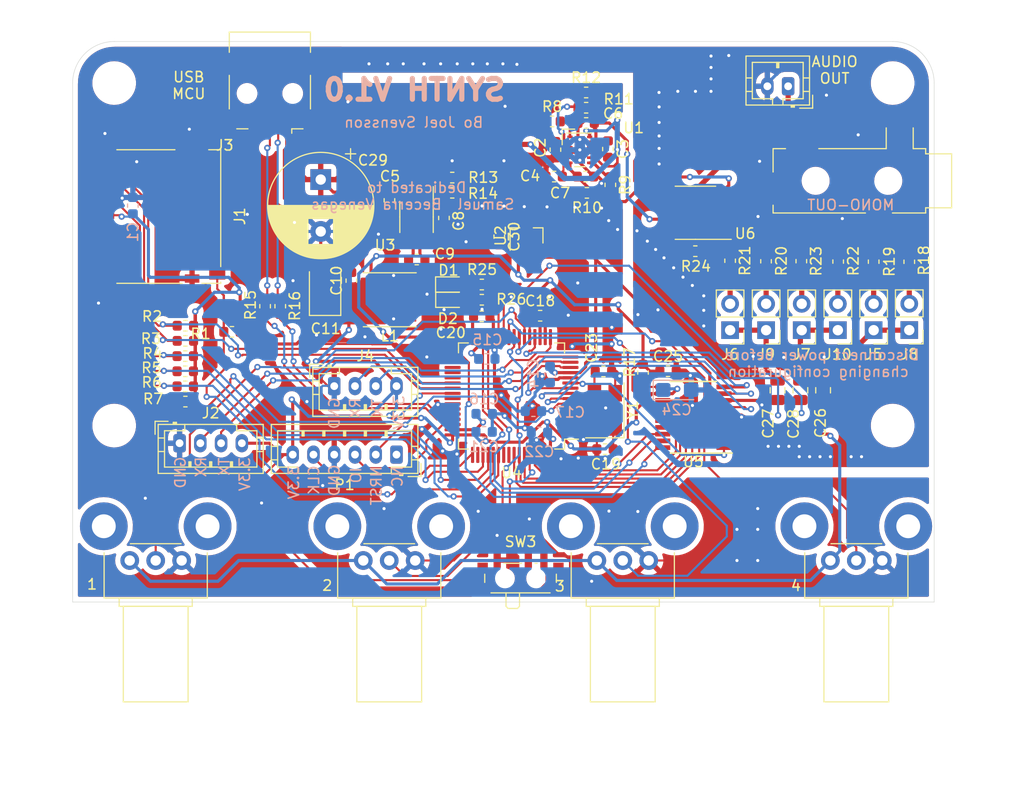
<source format=kicad_pcb>
(kicad_pcb (version 20191123) (host pcbnew "5.99.0-unknown-a5c7d45~86~ubuntu18.04.1")
  (layers (0 "F.Cu" signal) (31 "B.Cu" signal) (34 "B.Paste" user) (35 "F.Paste" user) (36 "B.SilkS" user) (37 "F.SilkS" user) (38 "B.Mask" user) (39 "F.Mask" user) (44 "Edge.Cuts" user))
  (net 0 "")
  (net 1 "GND")
  (net 2 "+3V3")
  (net 3 "+5V")
  (net 4 "Net-(C3-Pad2)")
  (net 5 "Net-(C3-Pad1)")
  (net 6 "Net-(C4-Pad1)")
  (net 7 "/RAIL+")
  (net 8 "/RAIL-")
  (net 9 "Net-(C8-Pad1)")
  (net 10 "Net-(C9-Pad2)")
  (net 11 "Net-(C9-Pad1)")
  (net 12 "/DAC2")
  (net 13 "/DAC1")
  (net 14 "/VREF")
  (net 15 "Net-(C15-Pad2)")
  (net 16 "Net-(C16-Pad2)")
  (net 17 "/MCU/NRST")
  (net 18 "Net-(C19-Pad2)")
  (net 19 "Net-(C23-Pad2)")
  (net 20 "/DACS/DACOUT")
  (net 21 "Net-(C26-Pad1)")
  (net 22 "Net-(C27-Pad1)")
  (net 23 "Net-(C28-Pad1)")
  (net 24 "/SDIO_DET")
  (net 25 "/SDIO_D2")
  (net 26 "/SDIO_D3")
  (net 27 "/SDIO_CMD")
  (net 28 "/SDIO_CK")
  (net 29 "/SDIO_D0")
  (net 30 "/SDIO_D1")
  (net 31 "Net-(J3-Pad4)")
  (net 32 "Net-(J3-Pad3)")
  (net 33 "Net-(J3-Pad2)")
  (net 34 "/MCU/UART_TXD")
  (net 35 "/MCU/UART_RXD")
  (net 36 "Net-(J5-Pad2)")
  (net 37 "Net-(J6-Pad2)")
  (net 38 "Net-(J7-Pad2)")
  (net 39 "Net-(J8-Pad2)")
  (net 40 "Net-(J9-Pad2)")
  (net 41 "Net-(J10-Pad2)")
  (net 42 "Net-(J11-Pad1)")
  (net 43 "/MCU/SWCLK")
  (net 44 "/MCU/SWDIO")
  (net 45 "Net-(P1-Pad1)")
  (net 46 "Net-(R8-Pad2)")
  (net 47 "Net-(R9-Pad1)")
  (net 48 "Net-(R11-Pad2)")
  (net 49 "Net-(R13-Pad1)")
  (net 50 "/MCU/USB_DP")
  (net 51 "/MCU/USB_DM")
  (net 52 "Net-(R17-Pad2)")
  (net 53 "Net-(R18-Pad2)")
  (net 54 "/DB4")
  (net 55 "/DB3")
  (net 56 "/MCU/BOOT0")
  (net 57 "/DB2")
  (net 58 "/DB1")
  (net 59 "/DB0")
  (net 60 "Net-(U4-Pad56)")
  (net 61 "Net-(U4-Pad55)")
  (net 62 "Net-(U4-Pad50)")
  (net 63 "Net-(U4-Pad43)")
  (net 64 "Net-(U4-Pad42)")
  (net 65 "Net-(U4-Pad41)")
  (net 66 "Net-(U4-Pad37)")
  (net 67 "Net-(U4-Pad36)")
  (net 68 "Net-(U4-Pad35)")
  (net 69 "Net-(U4-Pad34)")
  (net 70 "/DB7")
  (net 71 "/DB6")
  (net 72 "/DB5")
  (net 73 "/BUF_0")
  (net 74 "/N_LDAC_0")
  (net 75 "/N_CLR_0")
  (net 76 "/N_WR_0")
  (net 77 "Net-(U4-Pad4)")
  (net 78 "Net-(U4-Pad3)")
  (net 79 "Net-(U4-Pad2)")
  (net 80 "Net-(U5-Pad2)")
  (net 81 "Net-(U6-Pad8)")
  (net 82 "Net-(U6-Pad5)")
  (net 83 "Net-(U6-Pad1)")
  (net 84 "Net-(D1-Pad2)")
  (net 85 "Net-(D2-Pad2)")
  (net 86 "Net-(R25-Pad1)")
  (net 87 "Net-(R26-Pad1)")
  (net 88 "/MCU/USART2_TX")
  (net 89 "/MCU/USART2_RX")
  (net 90 "/MCU/POT1")
  (net 91 "/MCU/POT2")
  (net 92 "/MCU/POT3")
  (net 93 "/MCU/POT4")
  (module "Connector_Card:microSD_HC_Hirose_DM3D-SF" (layer "F.Cu") (at 107.48 96.86 -90)
    (fp_text reference "J1" (at -0.025 -7.625 -270) (layer "F.SilkS"))
    (fp_text value "Micro_SD_Card_Det")
    (pad "10" smd rect (at 5.575 -5.45 270) (size 1 1.55) (layers "F.Cu" "F.Paste" "F.Mask") (net 24 "/SDIO_DET"))
    (pad "11" smd rect (at 5.625 5.225 270) (size 1.5 1.5) (layers "F.Cu" "F.Paste" "F.Mask") (net 1 "GND"))
    (pad "1" smd rect (at 3.175 5.35 270) (size 0.7 1.75) (layers "F.Cu" "F.Paste" "F.Mask") (net 25 "/SDIO_D2"))
    (pad "2" smd rect (at 2.075 5.35 270) (size 0.7 1.75) (layers "F.Cu" "F.Paste" "F.Mask") (net 26 "/SDIO_D3"))
    (pad "3" smd rect (at 0.975 5.35 270) (size 0.7 1.75) (layers "F.Cu" "F.Paste" "F.Mask") (net 27 "/SDIO_CMD"))
    (pad "4" smd rect (at -0.125 5.35 270) (size 0.7 1.75) (layers "F.Cu" "F.Paste" "F.Mask") (net 2 "+3V3"))
    (pad "5" smd rect (at -1.225 5.35 270) (size 0.7 1.75) (layers "F.Cu" "F.Paste" "F.Mask") (net 28 "/SDIO_CK"))
    (pad "6" smd rect (at -2.325 5.35 270) (size 0.7 1.75) (layers "F.Cu" "F.Paste" "F.Mask") (net 1 "GND"))
    (pad "7" smd rect (at -3.425 5.35 270) (size 0.7 1.75) (layers "F.Cu" "F.Paste" "F.Mask") (net 29 "/SDIO_D0"))
    (pad "11" smd rect (at 5.975 -3.025 270) (size 0.8 1.4) (layers "F.Cu" "F.Paste" "F.Mask") (net 1 "GND"))
    (pad "9" smd rect (at -5.65 -3.875 270) (size 1.45 1) (layers "F.Cu" "F.Paste" "F.Mask") (net 1 "GND"))
    (pad "11" smd rect (at -5.975 -2.375 270) (size 0.8 1.5) (layers "F.Cu" "F.Paste" "F.Mask") (net 1 "GND"))
    (pad "11" smd rect (at -5.725 5.225 270) (size 1.3 1.5) (layers "F.Cu" "F.Paste" "F.Mask") (net 1 "GND"))
    (pad "8" smd rect (at -4.525 5.35 270) (size 0.7 1.75) (layers "F.Cu" "F.Paste" "F.Mask") (net 30 "/SDIO_D1"))
  )
  (module "Resistor_SMD:R_0603_1608Metric" (layer "F.Cu") (at 109.86 114.69)
    (fp_text reference "R7" (at -3.11 -0.26 180) (layer "F.SilkS"))
    (fp_text value "10k")
    (pad "2" smd roundrect (at 0.7875 0) (size 0.875 0.95) (layers "F.Cu" "F.Paste" "F.Mask") (net 2 "+3V3"))
    (pad "1" smd roundrect (at -0.7875 0) (size 0.875 0.95) (layers "F.Cu" "F.Paste" "F.Mask") (net 25 "/SDIO_D2"))
  )
  (module "Resistor_SMD:R_0603_1608Metric" (layer "F.Cu") (at 109.85 113.22)
    (fp_text reference "R6" (at -3.23 -0.38 180) (layer "F.SilkS"))
    (fp_text value "10k")
    (pad "2" smd roundrect (at 0.7875 0) (size 0.875 0.95) (layers "F.Cu" "F.Paste" "F.Mask") (net 2 "+3V3"))
    (pad "1" smd roundrect (at -0.7875 0) (size 0.875 0.95) (layers "F.Cu" "F.Paste" "F.Mask") (net 26 "/SDIO_D3"))
  )
  (module "Resistor_SMD:R_0603_1608Metric" (layer "F.Cu") (at 109.85 111.77)
    (fp_text reference "R5" (at -3.26 -0.33) (layer "F.SilkS"))
    (fp_text value "10k")
    (pad "2" smd roundrect (at 0.7875 0) (size 0.875 0.95) (layers "F.Cu" "F.Paste" "F.Mask") (net 2 "+3V3"))
    (pad "1" smd roundrect (at -0.7875 0) (size 0.875 0.95) (layers "F.Cu" "F.Paste" "F.Mask") (net 27 "/SDIO_CMD"))
  )
  (module "Resistor_SMD:R_0603_1608Metric" (layer "F.Cu") (at 109.85 110.31)
    (fp_text reference "R4" (at -3.15 -0.26) (layer "F.SilkS"))
    (fp_text value "10k")
    (pad "2" smd roundrect (at 0.7875 0) (size 0.875 0.95) (layers "F.Cu" "F.Paste" "F.Mask") (net 2 "+3V3"))
    (pad "1" smd roundrect (at -0.7875 0) (size 0.875 0.95) (layers "F.Cu" "F.Paste" "F.Mask") (net 28 "/SDIO_CK"))
  )
  (module "Package_QFP:LQFP-64_10x10mm_P0.5mm" (layer "F.Cu") (at 141.28 114.15 180)
    (fp_text reference "U4" (at 0 -7.4) (layer "F.SilkS"))
    (fp_text value "STM32F40X_LQFP64")
    (pad "64" smd roundrect (at -3.75 -5.675 180) (size 0.3 1.55) (layers "F.Cu" "F.Paste" "F.Mask") (net 2 "+3V3"))
    (pad "63" smd roundrect (at -3.25 -5.675 180) (size 0.3 1.55) (layers "F.Cu" "F.Paste" "F.Mask") (net 1 "GND"))
    (pad "62" smd roundrect (at -2.75 -5.675 180) (size 0.3 1.55) (layers "F.Cu" "F.Paste" "F.Mask") (net 54 "/DB4"))
    (pad "61" smd roundrect (at -2.25 -5.675 180) (size 0.3 1.55) (layers "F.Cu" "F.Paste" "F.Mask") (net 55 "/DB3"))
    (pad "60" smd roundrect (at -1.75 -5.675 180) (size 0.3 1.55) (layers "F.Cu" "F.Paste" "F.Mask") (net 56 "/MCU/BOOT0"))
    (pad "59" smd roundrect (at -1.25 -5.675 180) (size 0.3 1.55) (layers "F.Cu" "F.Paste" "F.Mask") (net 57 "/DB2"))
    (pad "58" smd roundrect (at -0.75 -5.675 180) (size 0.3 1.55) (layers "F.Cu" "F.Paste" "F.Mask") (net 58 "/DB1"))
    (pad "57" smd roundrect (at -0.25 -5.675 180) (size 0.3 1.55) (layers "F.Cu" "F.Paste" "F.Mask") (net 59 "/DB0"))
    (pad "56" smd roundrect (at 0.25 -5.675 180) (size 0.3 1.55) (layers "F.Cu" "F.Paste" "F.Mask") (net 60 "Net-(U4-Pad56)"))
    (pad "55" smd roundrect (at 0.75 -5.675 180) (size 0.3 1.55) (layers "F.Cu" "F.Paste" "F.Mask") (net 61 "Net-(U4-Pad55)"))
    (pad "54" smd roundrect (at 1.25 -5.675 180) (size 0.3 1.55) (layers "F.Cu" "F.Paste" "F.Mask") (net 27 "/SDIO_CMD"))
    (pad "53" smd roundrect (at 1.75 -5.675 180) (size 0.3 1.55) (layers "F.Cu" "F.Paste" "F.Mask") (net 24 "/SDIO_DET"))
    (pad "52" smd roundrect (at 2.25 -5.675 180) (size 0.3 1.55) (layers "F.Cu" "F.Paste" "F.Mask") (net 28 "/SDIO_CK"))
    (pad "51" smd roundrect (at 2.75 -5.675 180) (size 0.3 1.55) (layers "F.Cu" "F.Paste" "F.Mask") (net 26 "/SDIO_D3"))
    (pad "50" smd roundrect (at 3.25 -5.675 180) (size 0.3 1.55) (layers "F.Cu" "F.Paste" "F.Mask") (net 62 "Net-(U4-Pad50)"))
    (pad "49" smd roundrect (at 3.75 -5.675 180) (size 0.3 1.55) (layers "F.Cu" "F.Paste" "F.Mask") (net 43 "/MCU/SWCLK"))
    (pad "48" smd roundrect (at 5.675 -3.75 180) (size 1.55 0.3) (layers "F.Cu" "F.Paste" "F.Mask") (net 2 "+3V3"))
    (pad "47" smd roundrect (at 5.675 -3.25 180) (size 1.55 0.3) (layers "F.Cu" "F.Paste" "F.Mask") (net 16 "Net-(C16-Pad2)"))
    (pad "46" smd roundrect (at 5.675 -2.75 180) (size 1.55 0.3) (layers "F.Cu" "F.Paste" "F.Mask") (net 44 "/MCU/SWDIO"))
    (pad "45" smd roundrect (at 5.675 -2.25 180) (size 1.55 0.3) (layers "F.Cu" "F.Paste" "F.Mask") (net 50 "/MCU/USB_DP"))
    (pad "44" smd roundrect (at 5.675 -1.75 180) (size 1.55 0.3) (layers "F.Cu" "F.Paste" "F.Mask") (net 51 "/MCU/USB_DM"))
    (pad "43" smd roundrect (at 5.675 -1.25 180) (size 1.55 0.3) (layers "F.Cu" "F.Paste" "F.Mask") (net 63 "Net-(U4-Pad43)"))
    (pad "42" smd roundrect (at 5.675 -0.75 180) (size 1.55 0.3) (layers "F.Cu" "F.Paste" "F.Mask") (net 64 "Net-(U4-Pad42)"))
    (pad "41" smd roundrect (at 5.675 -0.25 180) (size 1.55 0.3) (layers "F.Cu" "F.Paste" "F.Mask") (net 65 "Net-(U4-Pad41)"))
    (pad "40" smd roundrect (at 5.675 0.25 180) (size 1.55 0.3) (layers "F.Cu" "F.Paste" "F.Mask") (net 25 "/SDIO_D2"))
    (pad "39" smd roundrect (at 5.675 0.75 180) (size 1.55 0.3) (layers "F.Cu" "F.Paste" "F.Mask") (net 30 "/SDIO_D1"))
    (pad "38" smd roundrect (at 5.675 1.25 180) (size 1.55 0.3) (layers "F.Cu" "F.Paste" "F.Mask") (net 29 "/SDIO_D0"))
    (pad "37" smd roundrect (at 5.675 1.75 180) (size 1.55 0.3) (layers "F.Cu" "F.Paste" "F.Mask") (net 66 "Net-(U4-Pad37)"))
    (pad "36" smd roundrect (at 5.675 2.25 180) (size 1.55 0.3) (layers "F.Cu" "F.Paste" "F.Mask") (net 67 "Net-(U4-Pad36)"))
    (pad "35" smd roundrect (at 5.675 2.75 180) (size 1.55 0.3) (layers "F.Cu" "F.Paste" "F.Mask") (net 68 "Net-(U4-Pad35)"))
    (pad "34" smd roundrect (at 5.675 3.25 180) (size 1.55 0.3) (layers "F.Cu" "F.Paste" "F.Mask") (net 69 "Net-(U4-Pad34)"))
    (pad "33" smd roundrect (at 5.675 3.75 180) (size 1.55 0.3) (layers "F.Cu" "F.Paste" "F.Mask") (net 70 "/DB7"))
    (pad "32" smd roundrect (at 3.75 5.675 180) (size 0.3 1.55) (layers "F.Cu" "F.Paste" "F.Mask") (net 2 "+3V3"))
    (pad "31" smd roundrect (at 3.25 5.675 180) (size 0.3 1.55) (layers "F.Cu" "F.Paste" "F.Mask") (net 15 "Net-(C15-Pad2)"))
    (pad "30" smd roundrect (at 2.75 5.675 180) (size 0.3 1.55) (layers "F.Cu" "F.Paste" "F.Mask") (net 71 "/DB6"))
    (pad "29" smd roundrect (at 2.25 5.675 180) (size 0.3 1.55) (layers "F.Cu" "F.Paste" "F.Mask") (net 72 "/DB5"))
    (pad "28" smd roundrect (at 1.75 5.675 180) (size 0.3 1.55) (layers "F.Cu" "F.Paste" "F.Mask") (net 1 "GND"))
    (pad "27" smd roundrect (at 1.25 5.675 180) (size 0.3 1.55) (layers "F.Cu" "F.Paste" "F.Mask") (net 87 "Net-(R26-Pad1)"))
    (pad "26" smd roundrect (at 0.75 5.675 180) (size 0.3 1.55) (layers "F.Cu" "F.Paste" "F.Mask") (net 86 "Net-(R25-Pad1)"))
    (pad "25" smd roundrect (at 0.25 5.675 180) (size 0.3 1.55) (layers "F.Cu" "F.Paste" "F.Mask") (net 93 "/MCU/POT4"))
    (pad "24" smd roundrect (at -0.25 5.675 180) (size 0.3 1.55) (layers "F.Cu" "F.Paste" "F.Mask") (net 92 "/MCU/POT3"))
    (pad "23" smd roundrect (at -0.75 5.675 180) (size 0.3 1.55) (layers "F.Cu" "F.Paste" "F.Mask") (net 91 "/MCU/POT2"))
    (pad "22" smd roundrect (at -1.25 5.675 180) (size 0.3 1.55) (layers "F.Cu" "F.Paste" "F.Mask") (net 90 "/MCU/POT1"))
    (pad "21" smd roundrect (at -1.75 5.675 180) (size 0.3 1.55) (layers "F.Cu" "F.Paste" "F.Mask") (net 12 "/DAC2"))
    (pad "20" smd roundrect (at -2.25 5.675 180) (size 0.3 1.55) (layers "F.Cu" "F.Paste" "F.Mask") (net 13 "/DAC1"))
    (pad "19" smd roundrect (at -2.75 5.675 180) (size 0.3 1.55) (layers "F.Cu" "F.Paste" "F.Mask") (net 2 "+3V3"))
    (pad "18" smd roundrect (at -3.25 5.675 180) (size 0.3 1.55) (layers "F.Cu" "F.Paste" "F.Mask") (net 1 "GND"))
    (pad "17" smd roundrect (at -3.75 5.675 180) (size 0.3 1.55) (layers "F.Cu" "F.Paste" "F.Mask") (net 89 "/MCU/USART2_RX"))
    (pad "16" smd roundrect (at -5.675 3.75 180) (size 1.55 0.3) (layers "F.Cu" "F.Paste" "F.Mask") (net 88 "/MCU/USART2_TX"))
    (pad "15" smd roundrect (at -5.675 3.25 180) (size 1.55 0.3) (layers "F.Cu" "F.Paste" "F.Mask") (net 35 "/MCU/UART_RXD"))
    (pad "14" smd roundrect (at -5.675 2.75 180) (size 1.55 0.3) (layers "F.Cu" "F.Paste" "F.Mask") (net 34 "/MCU/UART_TXD"))
    (pad "13" smd roundrect (at -5.675 2.25 180) (size 1.55 0.3) (layers "F.Cu" "F.Paste" "F.Mask") (net 14 "/VREF"))
    (pad "12" smd roundrect (at -5.675 1.75 180) (size 1.55 0.3) (layers "F.Cu" "F.Paste" "F.Mask") (net 1 "GND"))
    (pad "11" smd roundrect (at -5.675 1.25 180) (size 1.55 0.3) (layers "F.Cu" "F.Paste" "F.Mask") (net 73 "/BUF_0"))
    (pad "10" smd roundrect (at -5.675 0.75 180) (size 1.55 0.3) (layers "F.Cu" "F.Paste" "F.Mask") (net 74 "/N_LDAC_0"))
    (pad "9" smd roundrect (at -5.675 0.25 180) (size 1.55 0.3) (layers "F.Cu" "F.Paste" "F.Mask") (net 75 "/N_CLR_0"))
    (pad "8" smd roundrect (at -5.675 -0.25 180) (size 1.55 0.3) (layers "F.Cu" "F.Paste" "F.Mask") (net 76 "/N_WR_0"))
    (pad "7" smd roundrect (at -5.675 -0.75 180) (size 1.55 0.3) (layers "F.Cu" "F.Paste" "F.Mask") (net 17 "/MCU/NRST"))
    (pad "6" smd roundrect (at -5.675 -1.25 180) (size 1.55 0.3) (layers "F.Cu" "F.Paste" "F.Mask") (net 19 "Net-(C23-Pad2)"))
    (pad "5" smd roundrect (at -5.675 -1.75 180) (size 1.55 0.3) (layers "F.Cu" "F.Paste" "F.Mask") (net 18 "Net-(C19-Pad2)"))
    (pad "4" smd roundrect (at -5.675 -2.25 180) (size 1.55 0.3) (layers "F.Cu" "F.Paste" "F.Mask") (net 77 "Net-(U4-Pad4)"))
    (pad "3" smd roundrect (at -5.675 -2.75 180) (size 1.55 0.3) (layers "F.Cu" "F.Paste" "F.Mask") (net 78 "Net-(U4-Pad3)"))
    (pad "2" smd roundrect (at -5.675 -3.25 180) (size 1.55 0.3) (layers "F.Cu" "F.Paste" "F.Mask") (net 79 "Net-(U4-Pad2)"))
    (pad "1" smd roundrect (at -5.675 -3.75 180) (size 1.55 0.3) (layers "F.Cu" "F.Paste" "F.Mask") (net 2 "+3V3"))
  )
  (module "Button_Switch_SMD:SW_SPDT_PCM12" (layer "F.Cu") (at 142.15 131.39)
    (fp_text reference "SW3" (at 0 -3.2) (layer "F.SilkS"))
    (fp_text value "BOOT0")
    (pad "" smd rect (at -3.65 -0.78) (size 1 0.8) (layers "F.Cu" "F.Paste" "F.Mask"))
    (pad "" smd rect (at 3.65 -0.78) (size 1 0.8) (layers "F.Cu" "F.Paste" "F.Mask"))
    (pad "" smd rect (at 3.65 1.43) (size 1 0.8) (layers "F.Cu" "F.Paste" "F.Mask"))
    (pad "" smd rect (at -3.65 1.43) (size 1 0.8) (layers "F.Cu" "F.Paste" "F.Mask"))
    (pad "3" smd rect (at 2.25 -1.43) (size 0.7 1.5) (layers "F.Cu" "F.Paste" "F.Mask") (net 2 "+3V3"))
    (pad "2" smd rect (at 0.75 -1.43) (size 0.7 1.5) (layers "F.Cu" "F.Paste" "F.Mask") (net 56 "/MCU/BOOT0"))
    (pad "1" smd rect (at -2.25 -1.43) (size 0.7 1.5) (layers "F.Cu" "F.Paste" "F.Mask") (net 1 "GND"))
    (pad "" np_thru_hole circle (at 1.5 0.33) (size 0.9 0.9) (drill 0.9) (layers *.Cu *.Mask))
    (pad "" np_thru_hole circle (at -1.5 0.33) (size 0.9 0.9) (drill 0.9) (layers *.Cu *.Mask))
  )
  (module "Capacitor_SMD:C_0603_1608Metric" (layer "F.Cu") (at 140.1 98.8 -90)
    (fp_text reference "C30" (at 0 -1.43 90) (layer "F.SilkS"))
    (fp_text value "2.2u")
    (pad "2" smd roundrect (at 0.7875 0 270) (size 0.875 0.95) (layers "F.Cu" "F.Paste" "F.Mask") (net 2 "+3V3"))
    (pad "1" smd roundrect (at -0.7875 0 270) (size 0.875 0.95) (layers "F.Cu" "F.Paste" "F.Mask") (net 1 "GND"))
  )
  (module "Resistor_SMD:R_0603_1608Metric" (layer "F.Cu") (at 138.42 104.88 180)
    (fp_text reference "R26" (at -2.84 0.05) (layer "F.SilkS"))
    (fp_text value "1k")
    (pad "2" smd roundrect (at 0.7875 0 180) (size 0.875 0.95) (layers "F.Cu" "F.Paste" "F.Mask") (net 85 "Net-(D2-Pad2)"))
    (pad "1" smd roundrect (at -0.7875 0 180) (size 0.875 0.95) (layers "F.Cu" "F.Paste" "F.Mask") (net 87 "Net-(R26-Pad1)"))
  )
  (module "Resistor_SMD:R_0603_1608Metric" (layer "F.Cu") (at 138.42 103.412 180)
    (fp_text reference "R25" (at -0.02 1.442) (layer "F.SilkS"))
    (fp_text value "1k")
    (pad "2" smd roundrect (at 0.7875 0 180) (size 0.875 0.95) (layers "F.Cu" "F.Paste" "F.Mask") (net 84 "Net-(D1-Pad2)"))
    (pad "1" smd roundrect (at -0.7875 0 180) (size 0.875 0.95) (layers "F.Cu" "F.Paste" "F.Mask") (net 86 "Net-(R25-Pad1)"))
  )
  (module "LED_SMD:LED_0603_1608Metric" (layer "F.Cu") (at 135.462 104.88)
    (fp_text reference "D2" (at -0.322 1.82) (layer "F.SilkS"))
    (fp_text value "GREEN")
    (pad "2" smd roundrect (at 0.7875 0) (size 0.875 0.95) (layers "F.Cu" "F.Paste" "F.Mask") (net 85 "Net-(D2-Pad2)"))
    (pad "1" smd roundrect (at -0.7875 0) (size 0.875 0.95) (layers "F.Cu" "F.Paste" "F.Mask") (net 1 "GND"))
  )
  (module "LED_SMD:LED_0603_1608Metric" (layer "F.Cu") (at 135.45 103.412)
    (fp_text reference "D1" (at -0.25 -1.372) (layer "F.SilkS"))
    (fp_text value "RED")
    (pad "2" smd roundrect (at 0.7875 0) (size 0.875 0.95) (layers "F.Cu" "F.Paste" "F.Mask") (net 84 "Net-(D1-Pad2)"))
    (pad "1" smd roundrect (at -0.7875 0) (size 0.875 0.95) (layers "F.Cu" "F.Paste" "F.Mask") (net 1 "GND"))
  )
  (module "MountingHole:MountingHole_3.2mm_M3" (layer "F.Cu") (at 103 117)
    (fp_text reference "MK4" hide)
    (fp_text value "Mounting_Hole")
    (pad "1" np_thru_hole circle (at 0 0) (size 3.2 3.2) (drill 3.2) (layers *.Cu *.Mask))
  )
  (module "MountingHole:MountingHole_3.2mm_M3" (layer "F.Cu") (at 103 84)
    (fp_text reference "MK3" hide)
    (fp_text value "Mounting_Hole")
    (pad "1" np_thru_hole circle (at 0 0) (size 3.2 3.2) (drill 3.2) (layers *.Cu *.Mask))
  )
  (module "MountingHole:MountingHole_3.2mm_M3" (layer "F.Cu") (at 178 84)
    (fp_text reference "MK2" hide)
    (fp_text value "Mounting_Hole")
    (pad "1" np_thru_hole circle (at 0 0) (size 3.2 3.2) (drill 3.2) (layers *.Cu *.Mask))
  )
  (module "MountingHole:MountingHole_3.2mm_M3" (layer "F.Cu") (at 178 117)
    (fp_text reference "MK1" hide)
    (fp_text value "Mounting_Hole")
    (pad "1" np_thru_hole circle (at 0 0) (size 3.2 3.2) (drill 3.2) (layers *.Cu *.Mask))
  )
  (module "Capacitor_THT:CP_Radial_D10.0mm_P5.00mm" (layer "F.Cu") (at 122.9 93.3 -90)
    (fp_text reference "C29" (at -1.86 -5.03) (layer "F.SilkS"))
    (fp_text value "100u")
    (pad "2" thru_hole circle (at 5 0 270) (size 2 2) (drill 1) (layers *.Cu *.Mask) (net 1 "GND"))
    (pad "1" thru_hole rect (at 0 0 270) (size 2 2) (drill 1) (layers *.Cu *.Mask) (net 3 "+5V"))
  )
  (module "Potentiometer_THT:Potentiometer_Bourns_PTV09A-2_Single_Horizontal" (layer "F.Cu") (at 172 130 -90)
    (fp_text reference "RV4" hide)
    (fp_text value "R_POT")
    (pad "" thru_hole circle (at -3.3 2.5 270) (size 4.6 4.6) (drill 2.3) (layers *.Cu *.Mask))
    (pad "" thru_hole circle (at -3.3 -7.5 270) (size 4.6 4.6) (drill 2.3) (layers *.Cu *.Mask))
    (pad "1" thru_hole circle (at 0 0 270) (size 1.8 1.8) (drill 1) (layers *.Cu *.Mask) (net 14 "/VREF"))
    (pad "2" thru_hole circle (at 0 -2.5 270) (size 1.8 1.8) (drill 1) (layers *.Cu *.Mask) (net 93 "/MCU/POT4"))
    (pad "3" thru_hole circle (at 0 -5 270) (size 1.8 1.8) (drill 1) (layers *.Cu *.Mask) (net 1 "GND"))
  )
  (module "Potentiometer_THT:Potentiometer_Bourns_PTV09A-2_Single_Horizontal" (layer "F.Cu") (at 127 130 -90)
    (fp_text reference "RV3" hide)
    (fp_text value "R_POT")
    (pad "" thru_hole circle (at -3.3 2.5 270) (size 4.6 4.6) (drill 2.3) (layers *.Cu *.Mask))
    (pad "" thru_hole circle (at -3.3 -7.5 270) (size 4.6 4.6) (drill 2.3) (layers *.Cu *.Mask))
    (pad "1" thru_hole circle (at 0 0 270) (size 1.8 1.8) (drill 1) (layers *.Cu *.Mask) (net 14 "/VREF"))
    (pad "2" thru_hole circle (at 0 -2.5 270) (size 1.8 1.8) (drill 1) (layers *.Cu *.Mask) (net 92 "/MCU/POT3"))
    (pad "3" thru_hole circle (at 0 -5 270) (size 1.8 1.8) (drill 1) (layers *.Cu *.Mask) (net 1 "GND"))
  )
  (module "Potentiometer_THT:Potentiometer_Bourns_PTV09A-2_Single_Horizontal" (layer "F.Cu") (at 149.5 130 -90)
    (fp_text reference "RV2" hide)
    (fp_text value "R_POT")
    (pad "" thru_hole circle (at -3.3 2.5 270) (size 4.6 4.6) (drill 2.3) (layers *.Cu *.Mask))
    (pad "" thru_hole circle (at -3.3 -7.5 270) (size 4.6 4.6) (drill 2.3) (layers *.Cu *.Mask))
    (pad "1" thru_hole circle (at 0 0 270) (size 1.8 1.8) (drill 1) (layers *.Cu *.Mask) (net 14 "/VREF"))
    (pad "2" thru_hole circle (at 0 -2.5 270) (size 1.8 1.8) (drill 1) (layers *.Cu *.Mask) (net 91 "/MCU/POT2"))
    (pad "3" thru_hole circle (at 0 -5 270) (size 1.8 1.8) (drill 1) (layers *.Cu *.Mask) (net 1 "GND"))
  )
  (module "Potentiometer_THT:Potentiometer_Bourns_PTV09A-2_Single_Horizontal" (layer "F.Cu") (at 104.5 130 -90)
    (fp_text reference "RV1" hide)
    (fp_text value "R_POT")
    (pad "" thru_hole circle (at -3.3 2.5 270) (size 4.6 4.6) (drill 2.3) (layers *.Cu *.Mask))
    (pad "" thru_hole circle (at -3.3 -7.5 270) (size 4.6 4.6) (drill 2.3) (layers *.Cu *.Mask))
    (pad "1" thru_hole circle (at 0 0 270) (size 1.8 1.8) (drill 1) (layers *.Cu *.Mask) (net 14 "/VREF"))
    (pad "2" thru_hole circle (at 0 -2.5 270) (size 1.8 1.8) (drill 1) (layers *.Cu *.Mask) (net 90 "/MCU/POT1"))
    (pad "3" thru_hole circle (at 0 -5 270) (size 1.8 1.8) (drill 1) (layers *.Cu *.Mask) (net 1 "GND"))
  )
  (module "Crystal:Crystal_SMD_5032-4Pin_5.0x3.2mm" (layer "F.Cu") (at 150.27 115.53 90)
    (fp_text reference "Y1" (at 0.03 2.68 90) (layer "F.SilkS"))
    (fp_text value "8M")
    (pad "4" smd rect (at -1.65 -1 90) (size 1.6 1.3) (layers "F.Cu" "F.Paste" "F.Mask") (net 1 "GND"))
    (pad "3" smd rect (at 1.65 -1 90) (size 1.6 1.3) (layers "F.Cu" "F.Paste" "F.Mask") (net 19 "Net-(C23-Pad2)"))
    (pad "2" smd rect (at 1.65 1 90) (size 1.6 1.3) (layers "F.Cu" "F.Paste" "F.Mask") (net 1 "GND"))
    (pad "1" smd rect (at -1.65 1 90) (size 1.6 1.3) (layers "F.Cu" "F.Paste" "F.Mask") (net 18 "Net-(C19-Pad2)"))
  )
  (module "Package_SO:SOIC-8_3.9x4.9mm_P1.27mm" (layer "F.Cu") (at 159 96.5 180)
    (fp_text reference "U6" (at -4.79 -2) (layer "F.SilkS"))
    (fp_text value "LF356")
    (pad "8" smd roundrect (at 2.475 -1.905 180) (size 1.95 0.6) (layers "F.Cu" "F.Paste" "F.Mask") (net 81 "Net-(U6-Pad8)"))
    (pad "7" smd roundrect (at 2.475 -0.635 180) (size 1.95 0.6) (layers "F.Cu" "F.Paste" "F.Mask") (net 7 "/RAIL+"))
    (pad "6" smd roundrect (at 2.475 0.635 180) (size 1.95 0.6) (layers "F.Cu" "F.Paste" "F.Mask") (net 42 "Net-(J11-Pad1)"))
    (pad "5" smd roundrect (at 2.475 1.905 180) (size 1.95 0.6) (layers "F.Cu" "F.Paste" "F.Mask") (net 82 "Net-(U6-Pad5)"))
    (pad "4" smd roundrect (at -2.475 1.905 180) (size 1.95 0.6) (layers "F.Cu" "F.Paste" "F.Mask") (net 8 "/RAIL-"))
    (pad "3" smd roundrect (at -2.475 0.635 180) (size 1.95 0.6) (layers "F.Cu" "F.Paste" "F.Mask") (net 1 "GND"))
    (pad "2" smd roundrect (at -2.475 -0.635 180) (size 1.95 0.6) (layers "F.Cu" "F.Paste" "F.Mask") (net 53 "Net-(R18-Pad2)"))
    (pad "1" smd roundrect (at -2.475 -1.905 180) (size 1.95 0.6) (layers "F.Cu" "F.Paste" "F.Mask") (net 83 "Net-(U6-Pad1)"))
  )
  (module "Package_SO:TSSOP-20_4.4x6.5mm_P0.65mm" (layer "F.Cu") (at 158.8 116.2 180)
    (fp_text reference "U5" (at 0 -4.3) (layer "F.SilkS"))
    (fp_text value "AD5330")
    (pad "20" smd rect (at 2.95 -2.925 180) (size 1.45 0.45) (layers "F.Cu" "F.Paste" "F.Mask") (net 70 "/DB7"))
    (pad "19" smd rect (at 2.95 -2.275 180) (size 1.45 0.45) (layers "F.Cu" "F.Paste" "F.Mask") (net 71 "/DB6"))
    (pad "18" smd rect (at 2.95 -1.625 180) (size 1.45 0.45) (layers "F.Cu" "F.Paste" "F.Mask") (net 72 "/DB5"))
    (pad "17" smd rect (at 2.95 -0.975 180) (size 1.45 0.45) (layers "F.Cu" "F.Paste" "F.Mask") (net 54 "/DB4"))
    (pad "16" smd rect (at 2.95 -0.325 180) (size 1.45 0.45) (layers "F.Cu" "F.Paste" "F.Mask") (net 55 "/DB3"))
    (pad "15" smd rect (at 2.95 0.325 180) (size 1.45 0.45) (layers "F.Cu" "F.Paste" "F.Mask") (net 57 "/DB2"))
    (pad "14" smd rect (at 2.95 0.975 180) (size 1.45 0.45) (layers "F.Cu" "F.Paste" "F.Mask") (net 58 "/DB1"))
    (pad "13" smd rect (at 2.95 1.625 180) (size 1.45 0.45) (layers "F.Cu" "F.Paste" "F.Mask") (net 59 "/DB0"))
    (pad "12" smd rect (at 2.95 2.275 180) (size 1.45 0.45) (layers "F.Cu" "F.Paste" "F.Mask") (net 2 "+3V3"))
    (pad "11" smd rect (at 2.95 2.925 180) (size 1.45 0.45) (layers "F.Cu" "F.Paste" "F.Mask") (net 52 "Net-(R17-Pad2)"))
    (pad "10" smd rect (at -2.95 2.925 180) (size 1.45 0.45) (layers "F.Cu" "F.Paste" "F.Mask") (net 74 "/N_LDAC_0"))
    (pad "9" smd rect (at -2.95 2.275 180) (size 1.45 0.45) (layers "F.Cu" "F.Paste" "F.Mask") (net 75 "/N_CLR_0"))
    (pad "8" smd rect (at -2.95 1.625 180) (size 1.45 0.45) (layers "F.Cu" "F.Paste" "F.Mask") (net 1 "GND"))
    (pad "7" smd rect (at -2.95 0.975 180) (size 1.45 0.45) (layers "F.Cu" "F.Paste" "F.Mask") (net 76 "/N_WR_0"))
    (pad "6" smd rect (at -2.95 0.325 180) (size 1.45 0.45) (layers "F.Cu" "F.Paste" "F.Mask") (net 1 "GND"))
    (pad "5" smd rect (at -2.95 -0.325 180) (size 1.45 0.45) (layers "F.Cu" "F.Paste" "F.Mask") (net 1 "GND"))
    (pad "4" smd rect (at -2.95 -0.975 180) (size 1.45 0.45) (layers "F.Cu" "F.Paste" "F.Mask") (net 20 "/DACS/DACOUT"))
    (pad "3" smd rect (at -2.95 -1.625 180) (size 1.45 0.45) (layers "F.Cu" "F.Paste" "F.Mask") (net 14 "/VREF"))
    (pad "2" smd rect (at -2.95 -2.275 180) (size 1.45 0.45) (layers "F.Cu" "F.Paste" "F.Mask") (net 80 "Net-(U5-Pad2)"))
    (pad "1" smd rect (at -2.95 -2.925 180) (size 1.45 0.45) (layers "F.Cu" "F.Paste" "F.Mask") (net 73 "/BUF_0"))
  )
  (module "Package_SO:MSOP-8_3x3mm_P0.65mm" (layer "F.Cu") (at 132.13 96.9 -90)
    (fp_text reference "U3" (at 2.72 3.03 180) (layer "F.SilkS"))
    (fp_text value "MCP16311_2")
    (pad "8" smd roundrect (at 2.1125 -0.975 270) (size 1.625 0.5) (layers "F.Cu" "F.Paste" "F.Mask") (net 1 "GND"))
    (pad "7" smd roundrect (at 2.1125 -0.325 270) (size 1.625 0.5) (layers "F.Cu" "F.Paste" "F.Mask") (net 11 "Net-(C9-Pad1)"))
    (pad "6" smd roundrect (at 2.1125 0.325 270) (size 1.625 0.5) (layers "F.Cu" "F.Paste" "F.Mask") (net 10 "Net-(C9-Pad2)"))
    (pad "5" smd roundrect (at 2.1125 0.975 270) (size 1.625 0.5) (layers "F.Cu" "F.Paste" "F.Mask") (net 1 "GND"))
    (pad "4" smd roundrect (at -2.1125 0.975 270) (size 1.625 0.5) (layers "F.Cu" "F.Paste" "F.Mask") (net 3 "+5V"))
    (pad "3" smd roundrect (at -2.1125 0.325 270) (size 1.625 0.5) (layers "F.Cu" "F.Paste" "F.Mask") (net 3 "+5V"))
    (pad "2" smd roundrect (at -2.1125 -0.325 270) (size 1.625 0.5) (layers "F.Cu" "F.Paste" "F.Mask") (net 9 "Net-(C8-Pad1)"))
    (pad "1" smd roundrect (at -2.1125 -0.975 270) (size 1.625 0.5) (layers "F.Cu" "F.Paste" "F.Mask") (net 49 "Net-(R13-Pad1)"))
  )
  (module "Package_TO_SOT_SMD:SOT-23" (layer "F.Cu") (at 142.73 98.71 90)
    (fp_text reference "U2" (at 0 -2.5 90) (layer "F.SilkS"))
    (fp_text value "REF3030")
    (pad "3" smd rect (at 1 0 90) (size 0.9 0.8) (layers "F.Cu" "F.Paste" "F.Mask") (net 1 "GND"))
    (pad "2" smd rect (at -1 0.95 90) (size 0.9 0.8) (layers "F.Cu" "F.Paste" "F.Mask") (net 14 "/VREF"))
    (pad "1" smd rect (at -1 -0.95 90) (size 0.9 0.8) (layers "F.Cu" "F.Paste" "F.Mask") (net 2 "+3V3"))
  )
  (module "Package_SON:WSON-12-1EP_3x2mm_P0.5mm_EP1x2.65_ThermalVias" (layer "F.Cu") (at 147.86 90.44)
    (fp_text reference "U1" (at 5.19 -2.12) (layer "F.SilkS"))
    (fp_text value "LM27762")
    (pad "13" smd rect (at 0 0) (size 1 2.65) (layers "F.Cu" "F.Mask") (net 1 "GND"))
    (pad "13" smd rect (at 0 0) (size 1 2.65) (layers "B.Cu") (net 1 "GND"))
    (pad "13" thru_hole circle (at 0 1) (size 0.6 0.6) (drill 0.3) (layers *.Cu) (net 1 "GND"))
    (pad "13" thru_hole circle (at 0 -1 90) (size 0.6 0.6) (drill 0.3) (layers *.Cu) (net 1 "GND"))
    (pad "13" thru_hole circle (at 0 0) (size 0.6 0.6) (drill 0.3) (layers *.Cu) (net 1 "GND"))
    (pad "12" smd rect (at 0.95 -1.25) (size 0.5 0.25) (layers "F.Cu" "F.Paste" "F.Mask") (net 3 "+5V"))
    (pad "11" smd rect (at 0.95 -0.75) (size 0.5 0.25) (layers "F.Cu" "F.Paste" "F.Mask") (net 7 "/RAIL+"))
    (pad "10" smd rect (at 0.95 -0.25) (size 0.5 0.25) (layers "F.Cu" "F.Paste" "F.Mask") (net 5 "Net-(C3-Pad1)"))
    (pad "9" smd rect (at 0.95 0.25) (size 0.5 0.25) (layers "F.Cu" "F.Paste" "F.Mask") (net 4 "Net-(C3-Pad2)"))
    (pad "8" smd rect (at 0.95 0.75) (size 0.5 0.25) (layers "F.Cu" "F.Paste" "F.Mask") (net 3 "+5V"))
    (pad "7" smd rect (at 0.95 1.25) (size 0.5 0.25) (layers "F.Cu" "F.Paste" "F.Mask") (net 47 "Net-(R9-Pad1)"))
    (pad "6" smd rect (at -0.95 1.25) (size 0.5 0.25) (layers "F.Cu" "F.Paste" "F.Mask") (net 8 "/RAIL-"))
    (pad "5" smd rect (at -0.95 0.75) (size 0.5 0.25) (layers "F.Cu" "F.Paste" "F.Mask") (net 6 "Net-(C4-Pad1)"))
    (pad "4" smd rect (at -0.95 0.25) (size 0.5 0.25) (layers "F.Cu" "F.Paste" "F.Mask") (net 1 "GND"))
    (pad "3" smd rect (at -0.95 -0.25) (size 0.5 0.25) (layers "F.Cu" "F.Paste" "F.Mask") (net 3 "+5V"))
    (pad "2" smd rect (at -0.95 -0.75) (size 0.5 0.25) (layers "F.Cu" "F.Paste" "F.Mask") (net 48 "Net-(R11-Pad2)"))
    (pad "1" smd rect (at -0.95 -1.25) (size 0.5 0.25) (layers "F.Cu" "F.Paste" "F.Mask") (net 46 "Net-(R8-Pad2)"))
  )
  (module "Resistor_SMD:R_0603_1608Metric" (layer "F.Cu") (at 158.9875 100.2)
    (fp_text reference "R24" (at 0.0525 1.46) (layer "F.SilkS"))
    (fp_text value "10k")
    (pad "2" smd roundrect (at 0.7875 0) (size 0.875 0.95) (layers "F.Cu" "F.Paste" "F.Mask") (net 53 "Net-(R18-Pad2)"))
    (pad "1" smd roundrect (at -0.7875 0) (size 0.875 0.95) (layers "F.Cu" "F.Paste" "F.Mask") (net 42 "Net-(J11-Pad1)"))
  )
  (module "Resistor_SMD:R_0603_1608Metric" (layer "F.Cu") (at 169.2 101.16 -90)
    (fp_text reference "R23" (at 0 -1.43 90) (layer "F.SilkS"))
    (fp_text value "30k")
    (pad "2" smd roundrect (at 0.7875 0 270) (size 0.875 0.95) (layers "F.Cu" "F.Paste" "F.Mask") (net 38 "Net-(J7-Pad2)"))
    (pad "1" smd roundrect (at -0.7875 0 270) (size 0.875 0.95) (layers "F.Cu" "F.Paste" "F.Mask") (net 53 "Net-(R18-Pad2)"))
  )
  (module "Resistor_SMD:R_0603_1608Metric" (layer "F.Cu") (at 172.75 101.2 90)
    (fp_text reference "R22" (at 0.06 1.46 90) (layer "F.SilkS"))
    (fp_text value "10k")
    (pad "2" smd roundrect (at 0.7875 0 90) (size 0.875 0.95) (layers "F.Cu" "F.Paste" "F.Mask") (net 53 "Net-(R18-Pad2)"))
    (pad "1" smd roundrect (at -0.7875 0 90) (size 0.875 0.95) (layers "F.Cu" "F.Paste" "F.Mask") (net 41 "Net-(J10-Pad2)"))
  )
  (module "Resistor_SMD:R_0603_1608Metric" (layer "F.Cu") (at 162.34 101.12 -90)
    (fp_text reference "R21" (at 0 -1.43 90) (layer "F.SilkS"))
    (fp_text value "30k")
    (pad "2" smd roundrect (at 0.7875 0 270) (size 0.875 0.95) (layers "F.Cu" "F.Paste" "F.Mask") (net 37 "Net-(J6-Pad2)"))
    (pad "1" smd roundrect (at -0.7875 0 270) (size 0.875 0.95) (layers "F.Cu" "F.Paste" "F.Mask") (net 53 "Net-(R18-Pad2)"))
  )
  (module "Resistor_SMD:R_0603_1608Metric" (layer "F.Cu") (at 165.8 101.1725 90)
    (fp_text reference "R20" (at 0.0325 1.48 90) (layer "F.SilkS"))
    (fp_text value "10k")
    (pad "2" smd roundrect (at 0.7875 0 90) (size 0.875 0.95) (layers "F.Cu" "F.Paste" "F.Mask") (net 53 "Net-(R18-Pad2)"))
    (pad "1" smd roundrect (at -0.7875 0 90) (size 0.875 0.95) (layers "F.Cu" "F.Paste" "F.Mask") (net 40 "Net-(J9-Pad2)"))
  )
  (module "Resistor_SMD:R_0603_1608Metric" (layer "F.Cu") (at 176.17 101.21 -90)
    (fp_text reference "R19" (at 0 -1.51 90) (layer "F.SilkS"))
    (fp_text value "30k")
    (pad "2" smd roundrect (at 0.7875 0 270) (size 0.875 0.95) (layers "F.Cu" "F.Paste" "F.Mask") (net 36 "Net-(J5-Pad2)"))
    (pad "1" smd roundrect (at -0.7875 0 270) (size 0.875 0.95) (layers "F.Cu" "F.Paste" "F.Mask") (net 53 "Net-(R18-Pad2)"))
  )
  (module "Resistor_SMD:R_0603_1608Metric" (layer "F.Cu") (at 179.6 101.22 90)
    (fp_text reference "R18" (at 0.13 1.42 90) (layer "F.SilkS"))
    (fp_text value "10k")
    (pad "2" smd roundrect (at 0.7875 0 90) (size 0.875 0.95) (layers "F.Cu" "F.Paste" "F.Mask") (net 53 "Net-(R18-Pad2)"))
    (pad "1" smd roundrect (at -0.7875 0 90) (size 0.875 0.95) (layers "F.Cu" "F.Paste" "F.Mask") (net 39 "Net-(J8-Pad2)"))
  )
  (module "Resistor_SMD:R_0603_1608Metric" (layer "F.Cu") (at 153.95 111.8875 -90)
    (fp_text reference "R17" (at -0.9875 1.29 90) (layer "F.SilkS"))
    (fp_text value "10k")
    (pad "2" smd roundrect (at 0.7875 0 270) (size 0.875 0.95) (layers "F.Cu" "F.Paste" "F.Mask") (net 52 "Net-(R17-Pad2)"))
    (pad "1" smd roundrect (at -0.7875 0 270) (size 0.875 0.95) (layers "F.Cu" "F.Paste" "F.Mask") (net 2 "+3V3"))
  )
  (module "Resistor_SMD:R_0603_1608Metric" (layer "F.Cu") (at 119 105.5 -90)
    (fp_text reference "R16" (at -0.03 -1.4 90) (layer "F.SilkS"))
    (fp_text value "22R")
    (pad "2" smd roundrect (at 0.7875 0 270) (size 0.875 0.95) (layers "F.Cu" "F.Paste" "F.Mask") (net 51 "/MCU/USB_DM"))
    (pad "1" smd roundrect (at -0.7875 0 270) (size 0.875 0.95) (layers "F.Cu" "F.Paste" "F.Mask") (net 33 "Net-(J3-Pad2)"))
  )
  (module "Resistor_SMD:R_0603_1608Metric" (layer "F.Cu") (at 117.54 105.5 -90)
    (fp_text reference "R15" (at -0.11 1.41 90) (layer "F.SilkS"))
    (fp_text value "22R")
    (pad "2" smd roundrect (at 0.7875 0 270) (size 0.875 0.95) (layers "F.Cu" "F.Paste" "F.Mask") (net 50 "/MCU/USB_DP"))
    (pad "1" smd roundrect (at -0.7875 0 270) (size 0.875 0.95) (layers "F.Cu" "F.Paste" "F.Mask") (net 32 "Net-(J3-Pad3)"))
  )
  (module "Resistor_SMD:R_0603_1608Metric" (layer "F.Cu") (at 135.57 93.11 180)
    (fp_text reference "R14" (at -2.96 -1.53) (layer "F.SilkS"))
    (fp_text value "10k")
    (pad "2" smd roundrect (at 0.7875 0 180) (size 0.875 0.95) (layers "F.Cu" "F.Paste" "F.Mask") (net 49 "Net-(R13-Pad1)"))
    (pad "1" smd roundrect (at -0.7875 0 180) (size 0.875 0.95) (layers "F.Cu" "F.Paste" "F.Mask") (net 1 "GND"))
  )
  (module "Resistor_SMD:R_0603_1608Metric" (layer "F.Cu") (at 135.57 94.57)
    (fp_text reference "R13" (at 2.99 -1.47) (layer "F.SilkS"))
    (fp_text value "33k")
    (pad "2" smd roundrect (at 0.7875 0) (size 0.875 0.95) (layers "F.Cu" "F.Paste" "F.Mask") (net 2 "+3V3"))
    (pad "1" smd roundrect (at -0.7875 0) (size 0.875 0.95) (layers "F.Cu" "F.Paste" "F.Mask") (net 49 "Net-(R13-Pad1)"))
  )
  (module "Resistor_SMD:R_0603_1608Metric" (layer "F.Cu") (at 148.47 84.91)
    (fp_text reference "R12" (at 0 -1.43) (layer "F.SilkS"))
    (fp_text value "91k")
    (pad "2" smd roundrect (at 0.7875 0) (size 0.875 0.95) (layers "F.Cu" "F.Paste" "F.Mask") (net 1 "GND"))
    (pad "1" smd roundrect (at -0.7875 0) (size 0.875 0.95) (layers "F.Cu" "F.Paste" "F.Mask") (net 48 "Net-(R11-Pad2)"))
  )
  (module "Resistor_SMD:R_0603_1608Metric" (layer "F.Cu") (at 148.47 86.38 180)
    (fp_text reference "R11" (at -3.13 0.83) (layer "F.SilkS"))
    (fp_text value "249k")
    (pad "2" smd roundrect (at 0.7875 0 180) (size 0.875 0.95) (layers "F.Cu" "F.Paste" "F.Mask") (net 48 "Net-(R11-Pad2)"))
    (pad "1" smd roundrect (at -0.7875 0 180) (size 0.875 0.95) (layers "F.Cu" "F.Paste" "F.Mask") (net 7 "/RAIL+"))
  )
  (module "Resistor_SMD:R_0603_1608Metric" (layer "F.Cu") (at 148.54 94.58 180)
    (fp_text reference "R10" (at 0 -1.43) (layer "F.SilkS"))
    (fp_text value "91k")
    (pad "2" smd roundrect (at 0.7875 0 180) (size 0.875 0.95) (layers "F.Cu" "F.Paste" "F.Mask") (net 1 "GND"))
    (pad "1" smd roundrect (at -0.7875 0 180) (size 0.875 0.95) (layers "F.Cu" "F.Paste" "F.Mask") (net 8 "/RAIL-"))
  )
  (module "Resistor_SMD:R_0603_1608Metric" (layer "F.Cu") (at 150.8 93.81 -90)
    (fp_text reference "R9" (at 0 -1.43 90) (layer "F.SilkS"))
    (fp_text value "249k")
    (pad "2" smd roundrect (at 0.7875 0 270) (size 0.875 0.95) (layers "F.Cu" "F.Paste" "F.Mask") (net 8 "/RAIL-"))
    (pad "1" smd roundrect (at -0.7875 0 270) (size 0.875 0.95) (layers "F.Cu" "F.Paste" "F.Mask") (net 47 "Net-(R9-Pad1)"))
  )
  (module "Resistor_SMD:R_0603_1608Metric" (layer "F.Cu") (at 145.19 87.7)
    (fp_text reference "R8" (at 0 -1.43) (layer "F.SilkS"))
    (fp_text value "10k")
    (pad "2" smd roundrect (at 0.7875 0) (size 0.875 0.95) (layers "F.Cu" "F.Paste" "F.Mask") (net 46 "Net-(R8-Pad2)"))
    (pad "1" smd roundrect (at -0.7875 0) (size 0.875 0.95) (layers "F.Cu" "F.Paste" "F.Mask") (net 3 "+5V"))
  )
  (module "Resistor_SMD:R_0603_1608Metric" (layer "F.Cu") (at 109.86 108.84)
    (fp_text reference "R3" (at -3.32 -0.21) (layer "F.SilkS"))
    (fp_text value "10k")
    (pad "2" smd roundrect (at 0.7875 0) (size 0.875 0.95) (layers "F.Cu" "F.Paste" "F.Mask") (net 2 "+3V3"))
    (pad "1" smd roundrect (at -0.7875 0) (size 0.875 0.95) (layers "F.Cu" "F.Paste" "F.Mask") (net 29 "/SDIO_D0"))
  )
  (module "Resistor_SMD:R_0603_1608Metric" (layer "F.Cu") (at 109.86 107.38)
    (fp_text reference "R2" (at -3.21 -0.89) (layer "F.SilkS"))
    (fp_text value "10k")
    (pad "2" smd roundrect (at 0.7875 0) (size 0.875 0.95) (layers "F.Cu" "F.Paste" "F.Mask") (net 2 "+3V3"))
    (pad "1" smd roundrect (at -0.7875 0) (size 0.875 0.95) (layers "F.Cu" "F.Paste" "F.Mask") (net 30 "/SDIO_D1"))
  )
  (module "Resistor_SMD:R_0603_1608Metric" (layer "F.Cu") (at 114.35 107.97)
    (fp_text reference "R1" (at -3.02 0.19) (layer "F.SilkS"))
    (fp_text value "10k")
    (pad "2" smd roundrect (at 0.7875 0) (size 0.875 0.95) (layers "F.Cu" "F.Paste" "F.Mask") (net 2 "+3V3"))
    (pad "1" smd roundrect (at -0.7875 0) (size 0.875 0.95) (layers "F.Cu" "F.Paste" "F.Mask") (net 24 "/SDIO_DET"))
  )
  (module "Connector_JST:JST_PH_B6B-PH-K_1x06_P2.00mm_Vertical" (layer "F.Cu") (at 130.2 119.8 180)
    (fp_text reference "P1" (at 5 -2.9) (layer "F.SilkS"))
    (fp_text value "SWD")
    (pad "6" thru_hole oval (at 10 0 180) (size 1.2 1.75) (drill 0.75) (layers *.Cu *.Mask) (net 2 "+3V3"))
    (pad "5" thru_hole oval (at 8 0 180) (size 1.2 1.75) (drill 0.75) (layers *.Cu *.Mask) (net 43 "/MCU/SWCLK"))
    (pad "4" thru_hole oval (at 6 0 180) (size 1.2 1.75) (drill 0.75) (layers *.Cu *.Mask) (net 1 "GND"))
    (pad "3" thru_hole oval (at 4 0 180) (size 1.2 1.75) (drill 0.75) (layers *.Cu *.Mask) (net 44 "/MCU/SWDIO"))
    (pad "2" thru_hole oval (at 2 0 180) (size 1.2 1.75) (drill 0.75) (layers *.Cu *.Mask) (net 17 "/MCU/NRST"))
    (pad "1" thru_hole roundrect (at 0 0 180) (size 1.2 1.75) (drill 0.75) (layers *.Cu *.Mask) (roundrect_rratio 0.208333) (net 45 "Net-(P1-Pad1)"))
  )
  (module "Inductor_SMD:L_Taiyo-Yuden_MD-5050" (layer "F.Cu") (at 129.55 104.88 180)
    (fp_text reference "L1" (at 0 -3.5) (layer "F.SilkS"))
    (fp_text value "22U")
    (pad "2" smd rect (at 1.8 0 180) (size 1.5 4.2) (layers "F.Cu" "F.Paste" "F.Mask") (net 2 "+3V3"))
    (pad "1" smd rect (at -1.8 0 180) (size 1.5 4.2) (layers "F.Cu" "F.Paste" "F.Mask") (net 10 "Net-(C9-Pad2)"))
  )
  (module "favorites:Jack_3.5mm_CUI_SJ-3524-SMT_Horizontal" (layer "F.Cu") (at 175.08 93.42 -90)
    (fp_text reference "J?ee1" hide)
    (fp_text value "AudioJack3_Ground")
    (pad "R" smd rect (at 3.7 -1.6 270) (size 2.8 2.2) (layers "F.Cu" "F.Paste" "F.Mask") (net 42 "Net-(J11-Pad1)"))
    (pad "S" smd rect (at -3.7 -3.6 270) (size 2.8 2.2) (layers "F.Cu" "F.Paste" "F.Mask") (net 1 "GND"))
    (pad "G" smd rect (at 0.75 9.8 270) (size 2.8 2.6) (layers "F.Cu" "F.Paste" "F.Mask") (net 1 "GND"))
    (pad "T" smd rect (at -3.7 5.8 270) (size 2.8 2.8) (layers "F.Cu" "F.Paste" "F.Mask") (net 42 "Net-(J11-Pad1)"))
    (pad "" np_thru_hole circle (at 0 -2.5 270) (size 1.7 1.7) (drill 1.7) (layers *.Cu *.Mask))
    (pad "" np_thru_hole circle (at 0 4.5 270) (size 1.7 1.7) (drill 1.7) (layers *.Cu *.Mask))
  )
  (module "Connector_JST:JST_PH_B2B-PH-K_1x02_P2.00mm_Vertical" (layer "F.Cu") (at 167.93 84.31 180)
    (fp_text reference "J11" hide)
    (fp_text value "AUDIO")
    (pad "2" thru_hole oval (at 2 0 180) (size 1.2 1.75) (drill 0.75) (layers *.Cu *.Mask) (net 1 "GND"))
    (pad "1" thru_hole roundrect (at 0 0 180) (size 1.2 1.75) (drill 0.75) (layers *.Cu *.Mask) (roundrect_rratio 0.208333) (net 42 "Net-(J11-Pad1)"))
  )
  (module "Connector_PinHeader_2.54mm:PinHeader_1x02_P2.54mm_Vertical" (layer "F.Cu") (at 172.72 107.81 180)
    (fp_text reference "J10" (at 0 -2.33) (layer "F.SilkS"))
    (fp_text value "C")
    (pad "2" thru_hole oval (at 0 2.54 180) (size 1.7 1.7) (drill 1) (layers *.Cu *.Mask) (net 41 "Net-(J10-Pad2)"))
    (pad "1" thru_hole rect (at 0 0 180) (size 1.7 1.7) (drill 1) (layers *.Cu *.Mask) (net 23 "Net-(C28-Pad1)"))
  )
  (module "Connector_PinHeader_2.54mm:PinHeader_1x02_P2.54mm_Vertical" (layer "F.Cu") (at 165.81 107.81 180)
    (fp_text reference "J9" (at 0 -2.33) (layer "F.SilkS"))
    (fp_text value "C")
    (pad "2" thru_hole oval (at 0 2.54 180) (size 1.7 1.7) (drill 1) (layers *.Cu *.Mask) (net 40 "Net-(J9-Pad2)"))
    (pad "1" thru_hole rect (at 0 0 180) (size 1.7 1.7) (drill 1) (layers *.Cu *.Mask) (net 22 "Net-(C27-Pad1)"))
  )
  (module "Connector_PinHeader_2.54mm:PinHeader_1x02_P2.54mm_Vertical" (layer "F.Cu") (at 179.6 107.8 180)
    (fp_text reference "J8" (at 0 -2.33) (layer "F.SilkS"))
    (fp_text value "C")
    (pad "2" thru_hole oval (at 0 2.54 180) (size 1.7 1.7) (drill 1) (layers *.Cu *.Mask) (net 39 "Net-(J8-Pad2)"))
    (pad "1" thru_hole rect (at 0 0 180) (size 1.7 1.7) (drill 1) (layers *.Cu *.Mask) (net 21 "Net-(C26-Pad1)"))
  )
  (module "Connector_PinHeader_2.54mm:PinHeader_1x02_P2.54mm_Vertical" (layer "F.Cu") (at 169.24 107.81 180)
    (fp_text reference "J7" (at 0 -2.33) (layer "F.SilkS"))
    (fp_text value "C")
    (pad "2" thru_hole oval (at 0 2.54 180) (size 1.7 1.7) (drill 1) (layers *.Cu *.Mask) (net 38 "Net-(J7-Pad2)"))
    (pad "1" thru_hole rect (at 0 0 180) (size 1.7 1.7) (drill 1) (layers *.Cu *.Mask) (net 23 "Net-(C28-Pad1)"))
  )
  (module "Connector_PinHeader_2.54mm:PinHeader_1x02_P2.54mm_Vertical" (layer "F.Cu") (at 162.34 107.81 180)
    (fp_text reference "J6" (at 0 -2.33) (layer "F.SilkS"))
    (fp_text value "C")
    (pad "2" thru_hole oval (at 0 2.54 180) (size 1.7 1.7) (drill 1) (layers *.Cu *.Mask) (net 37 "Net-(J6-Pad2)"))
    (pad "1" thru_hole rect (at 0 0 180) (size 1.7 1.7) (drill 1) (layers *.Cu *.Mask) (net 22 "Net-(C27-Pad1)"))
  )
  (module "Connector_PinHeader_2.54mm:PinHeader_1x02_P2.54mm_Vertical" (layer "F.Cu") (at 176.17 107.81 180)
    (fp_text reference "J5" (at 0 -2.33) (layer "F.SilkS"))
    (fp_text value "C")
    (pad "2" thru_hole oval (at 0 2.54 180) (size 1.7 1.7) (drill 1) (layers *.Cu *.Mask) (net 36 "Net-(J5-Pad2)"))
    (pad "1" thru_hole rect (at 0 0 180) (size 1.7 1.7) (drill 1) (layers *.Cu *.Mask) (net 21 "Net-(C26-Pad1)"))
  )
  (module "Connector_JST:JST_PH_B4B-PH-K_1x04_P2.00mm_Vertical" (layer "F.Cu") (at 124.2 113.2)
    (fp_text reference "J4" (at 3 -2.9) (layer "F.SilkS"))
    (fp_text value "UART")
    (pad "4" thru_hole oval (at 6 0) (size 1.2 1.75) (drill 0.75) (layers *.Cu *.Mask) (net 2 "+3V3"))
    (pad "3" thru_hole oval (at 4 0) (size 1.2 1.75) (drill 0.75) (layers *.Cu *.Mask) (net 34 "/MCU/UART_TXD"))
    (pad "2" thru_hole oval (at 2 0) (size 1.2 1.75) (drill 0.75) (layers *.Cu *.Mask) (net 35 "/MCU/UART_RXD"))
    (pad "1" thru_hole roundrect (at 0 0) (size 1.2 1.75) (drill 0.75) (layers *.Cu *.Mask) (roundrect_rratio 0.208333) (net 1 "GND"))
  )
  (module "Connector_USB:USB_Mini-B_Lumberg_2486_01_Horizontal" (layer "F.Cu") (at 118 85 180)
    (fp_text reference "J3" (at 4.36 -5) (layer "F.SilkS"))
    (fp_text value "USB_B_Mini")
    (pad "" np_thru_hole circle (at 2.2 0 180) (size 1 1) (drill 1) (layers *.Cu *.Mask))
    (pad "" np_thru_hole circle (at -2.2 0 180) (size 1 1) (drill 1) (layers *.Cu *.Mask))
    (pad "6" smd rect (at 4.45 2.85 180) (size 2 1.7) (layers "F.Cu" "F.Paste" "F.Mask") (net 1 "GND"))
    (pad "6" smd rect (at 4.45 -2.6 180) (size 2 1.7) (layers "F.Cu" "F.Paste" "F.Mask") (net 1 "GND"))
    (pad "6" smd rect (at -4.45 2.85 180) (size 2 1.7) (layers "F.Cu" "F.Paste" "F.Mask") (net 1 "GND"))
    (pad "6" smd rect (at -4.45 -2.6 180) (size 2 1.7) (layers "F.Cu" "F.Paste" "F.Mask") (net 1 "GND"))
    (pad "5" smd rect (at 1.6 -2.7 180) (size 0.5 2) (layers "F.Cu" "F.Paste" "F.Mask") (net 1 "GND"))
    (pad "4" smd rect (at 0.8 -2.7 180) (size 0.5 2) (layers "F.Cu" "F.Paste" "F.Mask") (net 31 "Net-(J3-Pad4)"))
    (pad "3" smd rect (at 0 -2.7 180) (size 0.5 2) (layers "F.Cu" "F.Paste" "F.Mask") (net 32 "Net-(J3-Pad3)"))
    (pad "2" smd rect (at -0.8 -2.7 180) (size 0.5 2) (layers "F.Cu" "F.Paste" "F.Mask") (net 33 "Net-(J3-Pad2)"))
    (pad "1" smd rect (at -1.6 -2.7 180) (size 0.5 2) (layers "F.Cu" "F.Paste" "F.Mask") (net 3 "+5V"))
  )
  (module "Connector_JST:JST_PH_B4B-PH-K_1x04_P2.00mm_Vertical" (layer "F.Cu") (at 109.3 118.7)
    (fp_text reference "J2" (at 3 -2.9) (layer "F.SilkS"))
    (fp_text value "USART2")
    (pad "4" thru_hole oval (at 6 0) (size 1.2 1.75) (drill 0.75) (layers *.Cu *.Mask) (net 2 "+3V3"))
    (pad "3" thru_hole oval (at 4 0) (size 1.2 1.75) (drill 0.75) (layers *.Cu *.Mask) (net 88 "/MCU/USART2_TX"))
    (pad "2" thru_hole oval (at 2 0) (size 1.2 1.75) (drill 0.75) (layers *.Cu *.Mask) (net 89 "/MCU/USART2_RX"))
    (pad "1" thru_hole roundrect (at 0 0) (size 1.2 1.75) (drill 0.75) (layers *.Cu *.Mask) (roundrect_rratio 0.208333) (net 1 "GND"))
  )
  (module "Capacitor_SMD:C_0805_2012Metric" (layer "F.Cu") (at 169.11 113.6 -90)
    (fp_text reference "C28" (at 3.24 0.67 90) (layer "F.SilkS"))
    (fp_text value "10uF")
    (pad "2" smd roundrect (at 0.9375 0 270) (size 0.975 1.4) (layers "F.Cu" "F.Paste" "F.Mask") (net 12 "/DAC2"))
    (pad "1" smd roundrect (at -0.9375 0 270) (size 0.975 1.4) (layers "F.Cu" "F.Paste" "F.Mask") (net 23 "Net-(C28-Pad1)"))
  )
  (module "Capacitor_SMD:C_0805_2012Metric" (layer "F.Cu") (at 166.91 113.6 -90)
    (fp_text reference "C27" (at 3.21 0.9 90) (layer "F.SilkS"))
    (fp_text value "10uF")
    (pad "2" smd roundrect (at 0.9375 0 270) (size 0.975 1.4) (layers "F.Cu" "F.Paste" "F.Mask") (net 13 "/DAC1"))
    (pad "1" smd roundrect (at -0.9375 0 270) (size 0.975 1.4) (layers "F.Cu" "F.Paste" "F.Mask") (net 22 "Net-(C27-Pad1)"))
  )
  (module "Capacitor_SMD:C_0805_2012Metric" (layer "F.Cu") (at 171.3 113.6 -90)
    (fp_text reference "C26" (at 3.15 0.26 90) (layer "F.SilkS"))
    (fp_text value "10uF")
    (pad "2" smd roundrect (at 0.9375 0 270) (size 0.975 1.4) (layers "F.Cu" "F.Paste" "F.Mask") (net 20 "/DACS/DACOUT"))
    (pad "1" smd roundrect (at -0.9375 0 270) (size 0.975 1.4) (layers "F.Cu" "F.Paste" "F.Mask") (net 21 "Net-(C26-Pad1)"))
  )
  (module "Capacitor_SMD:C_0603_1608Metric" (layer "F.Cu") (at 156.36 111.76)
    (fp_text reference "C25" (at 0 -1.43) (layer "F.SilkS"))
    (fp_text value "0.1u")
    (pad "2" smd roundrect (at 0.7875 0) (size 0.875 0.95) (layers "F.Cu" "F.Paste" "F.Mask") (net 1 "GND"))
    (pad "1" smd roundrect (at -0.7875 0) (size 0.875 0.95) (layers "F.Cu" "F.Paste" "F.Mask") (net 2 "+3V3"))
  )
  (module "Capacitor_Tantalum_SMD:CP_EIA-3216-18_Kemet-A" (layer "B.Cu") (at 157.24 113.57)
    (fp_text reference "C24" (at -0.05 1.92) (layer "B.SilkS") (effects (justify mirror)))
    (fp_text value "10u")
    (pad "2" smd roundrect (at 1.35 0) (size 1.4 1.35) (layers "B.Cu" "B.Paste" "B.Mask") (roundrect_rratio 0.185185) (net 1 "GND"))
    (pad "1" smd roundrect (at -1.35 0) (size 1.4 1.35) (layers "B.Cu" "B.Paste" "B.Mask") (roundrect_rratio 0.185185) (net 2 "+3V3"))
  )
  (module "Capacitor_SMD:C_0603_1608Metric" (layer "F.Cu") (at 150.136 111.784 180)
    (fp_text reference "C23" (at 1.146 2.274 90) (layer "F.SilkS"))
    (fp_text value "15p")
    (pad "2" smd roundrect (at 0.7875 0 180) (size 0.875 0.95) (layers "F.Cu" "F.Paste" "F.Mask") (net 19 "Net-(C23-Pad2)"))
    (pad "1" smd roundrect (at -0.7875 0 180) (size 0.875 0.95) (layers "F.Cu" "F.Paste" "F.Mask") (net 1 "GND"))
  )
  (module "Capacitor_SMD:C_0603_1608Metric" (layer "B.Cu") (at 143.97 117.67 180)
    (fp_text reference "C22" (at 0.02 -1.85) (layer "B.SilkS") (effects (justify mirror)))
    (fp_text value "2.2u")
    (pad "2" smd roundrect (at 0.7875 0 180) (size 0.875 0.95) (layers "B.Cu" "B.Paste" "B.Mask") (net 1 "GND"))
    (pad "1" smd roundrect (at -0.7875 0 180) (size 0.875 0.95) (layers "B.Cu" "B.Paste" "B.Mask") (net 2 "+3V3"))
  )
  (module "Capacitor_SMD:C_0603_1608Metric" (layer "B.Cu") (at 138.64 117.61)
    (fp_text reference "C21" (at 0 1.43) (layer "B.SilkS") (effects (justify mirror)))
    (fp_text value "2.2u")
    (pad "2" smd roundrect (at 0.7875 0) (size 0.875 0.95) (layers "B.Cu" "B.Paste" "B.Mask") (net 1 "GND"))
    (pad "1" smd roundrect (at -0.7875 0) (size 0.875 0.95) (layers "B.Cu" "B.Paste" "B.Mask") (net 2 "+3V3"))
  )
  (module "Capacitor_SMD:C_0603_1608Metric" (layer "F.Cu") (at 138.41 106.48)
    (fp_text reference "C20" (at -2.98 1.57) (layer "F.SilkS"))
    (fp_text value "2.2u")
    (pad "2" smd roundrect (at 0.7875 0) (size 0.875 0.95) (layers "F.Cu" "F.Paste" "F.Mask") (net 1 "GND"))
    (pad "1" smd roundrect (at -0.7875 0) (size 0.875 0.95) (layers "F.Cu" "F.Paste" "F.Mask") (net 2 "+3V3"))
  )
  (module "Capacitor_SMD:C_0603_1608Metric" (layer "F.Cu") (at 150.29 119.27)
    (fp_text reference "C19" (at 0.08 1.45) (layer "F.SilkS"))
    (fp_text value "15p")
    (pad "2" smd roundrect (at 0.7875 0) (size 0.875 0.95) (layers "F.Cu" "F.Paste" "F.Mask") (net 18 "Net-(C19-Pad2)"))
    (pad "1" smd roundrect (at -0.7875 0) (size 0.875 0.95) (layers "F.Cu" "F.Paste" "F.Mask") (net 1 "GND"))
  )
  (module "Capacitor_SMD:C_0603_1608Metric" (layer "F.Cu") (at 144.04 106.42)
    (fp_text reference "C18" (at 0 -1.43) (layer "F.SilkS"))
    (fp_text value "2.2u")
    (pad "2" smd roundrect (at 0.7875 0) (size 0.875 0.95) (layers "F.Cu" "F.Paste" "F.Mask") (net 1 "GND"))
    (pad "1" smd roundrect (at -0.7875 0) (size 0.875 0.95) (layers "F.Cu" "F.Paste" "F.Mask") (net 2 "+3V3"))
  )
  (module "Capacitor_SMD:C_0603_1608Metric" (layer "B.Cu") (at 143.39 115.61 180)
    (fp_text reference "C17" (at -3.52 -0.11) (layer "B.SilkS") (effects (justify mirror)))
    (fp_text value "100n")
    (pad "2" smd roundrect (at 0.7875 0 180) (size 0.875 0.95) (layers "B.Cu" "B.Paste" "B.Mask") (net 1 "GND"))
    (pad "1" smd roundrect (at -0.7875 0 180) (size 0.875 0.95) (layers "B.Cu" "B.Paste" "B.Mask") (net 17 "/MCU/NRST"))
  )
  (module "Capacitor_SMD:C_0603_1608Metric" (layer "B.Cu") (at 138.6475 115.87 180)
    (fp_text reference "C16" (at 0 1.43) (layer "B.SilkS") (effects (justify mirror)))
    (fp_text value "2.2u")
    (pad "2" smd roundrect (at 0.7875 0 180) (size 0.875 0.95) (layers "B.Cu" "B.Paste" "B.Mask") (net 16 "Net-(C16-Pad2)"))
    (pad "1" smd roundrect (at -0.7875 0 180) (size 0.875 0.95) (layers "B.Cu" "B.Paste" "B.Mask") (net 1 "GND"))
  )
  (module "Capacitor_SMD:C_0603_1608Metric" (layer "B.Cu") (at 138.9 110.58 180)
    (fp_text reference "C15" (at -0.06 1.84) (layer "B.SilkS") (effects (justify mirror)))
    (fp_text value "2.2u")
    (pad "2" smd roundrect (at 0.7875 0 180) (size 0.875 0.95) (layers "B.Cu" "B.Paste" "B.Mask") (net 15 "Net-(C15-Pad2)"))
    (pad "1" smd roundrect (at -0.7875 0 180) (size 0.875 0.95) (layers "B.Cu" "B.Paste" "B.Mask") (net 1 "GND"))
  )
  (module "Capacitor_SMD:C_0603_1608Metric" (layer "B.Cu") (at 144.99 112.08 -90)
    (fp_text reference "C14" (at -0.07 1.62 -90) (layer "B.SilkS") (effects (justify mirror)))
    (fp_text value "2.2u")
    (pad "2" smd roundrect (at 0.7875 0 270) (size 0.875 0.95) (layers "B.Cu" "B.Paste" "B.Mask") (net 1 "GND"))
    (pad "1" smd roundrect (at -0.7875 0 270) (size 0.875 0.95) (layers "B.Cu" "B.Paste" "B.Mask") (net 14 "/VREF"))
  )
  (module "Capacitor_Tantalum_SMD:CP_EIA-3528-12_Kemet-T" (layer "F.Cu") (at 123.32 103.93 90)
    (fp_text reference "C11" (at -3.74 0.06 180) (layer "F.SilkS"))
    (fp_text value "100u")
    (pad "2" smd roundrect (at 1.5375 0 90) (size 1.325 2.35) (layers "F.Cu" "F.Paste" "F.Mask") (roundrect_rratio 0.188679) (net 1 "GND"))
    (pad "1" smd roundrect (at -1.5375 0 90) (size 1.325 2.35) (layers "F.Cu" "F.Paste" "F.Mask") (roundrect_rratio 0.189) (net 2 "+3V3"))
  )
  (module "Capacitor_SMD:C_0603_1608Metric" (layer "F.Cu") (at 125.85 103.0375 90)
    (fp_text reference "C10" (at 0 -1.43 90) (layer "F.SilkS"))
    (fp_text value "2.2u")
    (pad "2" smd roundrect (at 0.7875 0 90) (size 0.875 0.95) (layers "F.Cu" "F.Paste" "F.Mask") (net 1 "GND"))
    (pad "1" smd roundrect (at -0.7875 0 90) (size 0.875 0.95) (layers "F.Cu" "F.Paste" "F.Mask") (net 2 "+3V3"))
  )
  (module "Capacitor_SMD:C_0603_1608Metric" (layer "F.Cu") (at 132.15 101 180)
    (fp_text reference "C9" (at -2.71 0.54) (layer "F.SilkS"))
    (fp_text value "100n")
    (pad "2" smd roundrect (at 0.7875 0 180) (size 0.875 0.95) (layers "F.Cu" "F.Paste" "F.Mask") (net 10 "Net-(C9-Pad2)"))
    (pad "1" smd roundrect (at -0.7875 0 180) (size 0.875 0.95) (layers "F.Cu" "F.Paste" "F.Mask") (net 11 "Net-(C9-Pad1)"))
  )
  (module "Capacitor_SMD:C_0603_1608Metric" (layer "F.Cu") (at 134.77 97 -90)
    (fp_text reference "C8" (at 0.28 -1.41 90) (layer "F.SilkS"))
    (fp_text value "2.2u")
    (pad "2" smd roundrect (at 0.7875 0 270) (size 0.875 0.95) (layers "F.Cu" "F.Paste" "F.Mask") (net 1 "GND"))
    (pad "1" smd roundrect (at -0.7875 0 270) (size 0.875 0.95) (layers "F.Cu" "F.Paste" "F.Mask") (net 9 "Net-(C8-Pad1)"))
  )
  (module "Capacitor_SMD:C_0603_1608Metric" (layer "F.Cu") (at 148.4 93.01)
    (fp_text reference "C7" (at -2.45 1.58) (layer "F.SilkS"))
    (fp_text value "2.2u")
    (pad "2" smd roundrect (at 0.7875 0) (size 0.875 0.95) (layers "F.Cu" "F.Paste" "F.Mask") (net 1 "GND"))
    (pad "1" smd roundrect (at -0.7875 0) (size 0.875 0.95) (layers "F.Cu" "F.Paste" "F.Mask") (net 8 "/RAIL-"))
  )
  (module "Capacitor_SMD:C_0603_1608Metric" (layer "F.Cu") (at 148.47 87.85 180)
    (fp_text reference "C6" (at -2.6 0.91) (layer "F.SilkS"))
    (fp_text value "2.2u")
    (pad "2" smd roundrect (at 0.7875 0 180) (size 0.875 0.95) (layers "F.Cu" "F.Paste" "F.Mask") (net 1 "GND"))
    (pad "1" smd roundrect (at -0.7875 0 180) (size 0.875 0.95) (layers "F.Cu" "F.Paste" "F.Mask") (net 7 "/RAIL+"))
  )
  (module "Capacitor_SMD:C_0603_1608Metric" (layer "F.Cu") (at 129.52 95.3 -90)
    (fp_text reference "C5" (at -2.32 -0.05 180) (layer "F.SilkS"))
    (fp_text value "2.2u")
    (pad "2" smd roundrect (at 0.7875 0 270) (size 0.875 0.95) (layers "F.Cu" "F.Paste" "F.Mask") (net 1 "GND"))
    (pad "1" smd roundrect (at -0.7875 0 270) (size 0.875 0.95) (layers "F.Cu" "F.Paste" "F.Mask") (net 3 "+5V"))
  )
  (module "Capacitor_SMD:C_0603_1608Metric" (layer "F.Cu") (at 145.39 93.01 180)
    (fp_text reference "C4" (at 2.32 0.06) (layer "F.SilkS"))
    (fp_text value "4.7u")
    (pad "2" smd roundrect (at 0.7875 0 180) (size 0.875 0.95) (layers "F.Cu" "F.Paste" "F.Mask") (net 1 "GND"))
    (pad "1" smd roundrect (at -0.7875 0 180) (size 0.875 0.95) (layers "F.Cu" "F.Paste" "F.Mask") (net 6 "Net-(C4-Pad1)"))
  )
  (module "Capacitor_SMD:C_0603_1608Metric" (layer "F.Cu") (at 150.57 90.36 -90)
    (fp_text reference "C3" (at 0 -1.43 90) (layer "F.SilkS"))
    (fp_text value "1u")
    (pad "2" smd roundrect (at 0.7875 0 270) (size 0.875 0.95) (layers "F.Cu" "F.Paste" "F.Mask") (net 4 "Net-(C3-Pad2)"))
    (pad "1" smd roundrect (at -0.7875 0 270) (size 0.875 0.95) (layers "F.Cu" "F.Paste" "F.Mask") (net 5 "Net-(C3-Pad1)"))
  )
  (module "Capacitor_SMD:C_0603_1608Metric" (layer "F.Cu") (at 145.51 90.42 -90)
    (fp_text reference "C2" (at -0.19 1.46 90) (layer "F.SilkS"))
    (fp_text value "2.2u")
    (pad "2" smd roundrect (at 0.7875 0 270) (size 0.875 0.95) (layers "F.Cu" "F.Paste" "F.Mask") (net 1 "GND"))
    (pad "1" smd roundrect (at -0.7875 0 270) (size 0.875 0.95) (layers "F.Cu" "F.Paste" "F.Mask") (net 3 "+5V"))
  )
  (module "Capacitor_SMD:C_0603_1608Metric" (layer "B.Cu") (at 104.8 95.81 90)
    (fp_text reference "C1" (at -2.55 0 90) (layer "B.SilkS") (effects (justify mirror)))
    (fp_text value "2.2u")
    (pad "2" smd roundrect (at 0.7875 0 90) (size 0.875 0.95) (layers "B.Cu" "B.Paste" "B.Mask") (net 1 "GND"))
    (pad "1" smd roundrect (at -0.7875 0 90) (size 0.875 0.95) (layers "B.Cu" "B.Paste" "B.Mask") (net 2 "+3V3"))
  )
  (gr_text "Disconnect power before \nchanging configuration" (at 170.83 111) (layer "B.SilkS") (effects (font (size 1 1)) (justify mirror)))
  (gr_text "MONO-OUT" (at 173.97 95.75) (layer "B.SilkS") (effects (font (size 1 1)) (justify mirror)))
  (gr_text "Dedicated to \nSamuel  Becerra Venegas" (at 131.76 94.88) (layer "B.SilkS") (effects (font (size 1 1)) (justify mirror)))
  (gr_text "Bo Joel Svensson\n" (at 131.86 87.79) (layer "B.SilkS") (effects (font (size 1 1)) (justify mirror)))
  (gr_text "SYNTH V1.0" (at 131.92 84.66) (layer "B.SilkS") (effects (font (size 2 2) (thickness 0.5)) (justify mirror)))
  (gr_text "3.3V\n" (at 130.44 115.74 90) (layer "B.SilkS") (effects (font (size 1 1)) (justify mirror)))
  (gr_text "TX" (at 128.35 115.26 90) (layer "B.SilkS") (effects (font (size 1 1)) (justify mirror)))
  (gr_text "RX" (at 126.22 115.3 90) (layer "B.SilkS") (effects (font (size 1 1)) (justify mirror)))
  (gr_text "GND" (at 124.21 115.81 90) (layer "B.SilkS") (effects (font (size 1 1)) (justify mirror)))
  (gr_text "NC" (at 130.28 121.89 90) (layer "B.SilkS") (effects (font (size 1 1)) (justify mirror)))
  (gr_text "3.3V\n" (at 120.3 122.48 90) (layer "B.SilkS") (effects (font (size 1 1)) (justify mirror)))
  (gr_text "CLK" (at 122.24 122.26 90) (layer "B.SilkS") (effects (font (size 1 1)) (justify mirror)))
  (gr_text "GND" (at 124.21 122.28 90) (layer "B.SilkS") (effects (font (size 1 1)) (justify mirror)))
  (gr_text "IO\n" (at 126.29 121.79 90) (layer "B.SilkS") (effects (font (size 1 1)) (justify mirror)))
  (gr_text "NRST" (at 128.26 122.8 90) (layer "B.SilkS") (effects (font (size 1 1)) (justify mirror)))
  (gr_text "GND" (at 109.38 121.53 90) (layer "B.SilkS") (effects (font (size 1 1)) (justify mirror)))
  (gr_text "3.3V\n" (at 115.58 121.69 90) (layer "B.SilkS") (effects (font (size 1 1)) (justify mirror)))
  (gr_text "TX\n" (at 113.6 120.96 90) (layer "B.SilkS") (effects (font (size 1 1)) (justify mirror)))
  (gr_text "RX\n" (at 111.36 120.99 90) (layer "B.SilkS") (effects (font (size 1 1)) (justify mirror)))
  (gr_text "AUDIO\nOUT" (at 172.41 82.75) (layer "F.SilkS") (effects (font (size 1 1))))
  (gr_text "1" (at 100.87 132.29) (layer "F.SilkS") (effects (font (size 1 1))))
  (gr_text "2\n" (at 123.53 132.41) (layer "F.SilkS") (effects (font (size 1 1))))
  (gr_text "3\n" (at 145.94 132.48) (layer "F.SilkS") (effects (font (size 1 1))))
  (gr_text "4" (at 168.68 132.44) (layer "F.SilkS") (effects (font (size 1 1))))
  (gr_text "USB\nMCU\n" (at 110.19 84.23) (layer "F.SilkS") (effects (font (size 1 1))))
  (gr_arc (start 103 84) (end 103 80) (angle -90) (layer "Edge.Cuts") (width 0.05))
  (gr_line (start 99 134) (end 99 84) (layer "Edge.Cuts") (width 0.05))
  (gr_line (start 182 134) (end 99 134) (layer "Edge.Cuts") (width 0.05))
  (gr_line (start 182 84) (end 182 134) (layer "Edge.Cuts") (width 0.05))
  (gr_arc (start 178 84) (end 182 84) (angle -90) (layer "Edge.Cuts") (width 0.05))
  (gr_line (start 103 80) (end 178 80) (layer "Edge.Cuts") (width 0.05))
  (segment (start 149.341766 91.19) (end 150.171766 92.02) (width 0.25) (layer "F.Cu") (net 3))
  (segment (start 150.171766 92.02) (end 151.14 92.02) (width 0.25) (layer "F.Cu") (net 3))
  (segment (start 151.48 90.824264) (end 151.48 90.4) (width 0.25) (layer "F.Cu") (net 3))
  (segment (start 148.81 91.19) (end 149.341766 91.19) (width 0.25) (layer "F.Cu") (net 3))
  (segment (start 151.14 92.02) (end 151.48 91.68) (width 0.25) (layer "F.Cu") (net 3))
  (segment (start 151.48 91.68) (end 151.48 90.824264) (width 0.25) (layer "F.Cu") (net 3))
  (segment (start 150.8 93.0225) (end 150.5025 93.0225) (width 0.3) (layer "F.Cu") (net 47))
  (segment (start 150.5025 93.0225) (end 149.17 91.69) (width 0.3) (layer "F.Cu") (net 47))
  (segment (start 149.17 91.69) (end 148.81 91.69) (width 0.3) (layer "F.Cu") (net 47))
  (segment (start 106.89 123.11) (end 106 124) (width 0.3) (layer "B.Cu") (net 1))
  (segment (start 106 124) (end 106 126.5) (width 0.3) (layer "B.Cu") (net 1))
  (segment (start 115.85 123.11) (end 106.89 123.11) (width 0.3) (layer "B.Cu") (net 1))
  (segment (start 106 126.5) (end 109.5 130) (width 0.3) (layer "B.Cu") (net 1))
  (segment (start 117.2 124.46) (end 115.85 123.11) (width 0.3) (layer "B.Cu") (net 1))
  (segment (start 110.81 106.01) (end 110.81 114.5275) (width 0.3) (layer "F.Cu") (net 2))
  (segment (start 110.81 114.5275) (end 110.6475 114.69) (width 0.3) (layer "F.Cu") (net 2))
  (segment (start 110.81 106.01) (end 110.81 113.0475) (width 0.3) (layer "F.Cu") (net 2))
  (segment (start 110.81 113.0475) (end 110.6375 113.22) (width 0.3) (layer "F.Cu") (net 2))
  (segment (start 110.81 106.01) (end 110.81 111.5975) (width 0.3) (layer "F.Cu") (net 2))
  (segment (start 110.81 111.5975) (end 110.6375 111.77) (width 0.3) (layer "F.Cu") (net 2))
  (segment (start 110.81 106.01) (end 110.81 110.1375) (width 0.3) (layer "F.Cu") (net 2))
  (segment (start 110.81 110.1375) (end 110.6375 110.31) (width 0.3) (layer "F.Cu") (net 2))
  (segment (start 110.81 106.01) (end 110.81 108.6775) (width 0.3) (layer "F.Cu") (net 2))
  (segment (start 110.81 108.6775) (end 110.6475 108.84) (width 0.3) (layer "F.Cu") (net 2))
  (segment (start 110.81 106.01) (end 110.81 107.2175) (width 0.3) (layer "F.Cu") (net 2))
  (segment (start 110.81 107.2175) (end 110.6475 107.38) (width 0.3) (layer "F.Cu") (net 2))
  (segment (start 112.66 104.16) (end 110.81 106.01) (width 0.3) (layer "B.Cu") (net 2))
  (segment (start 115.05 104.16) (end 112.66 104.16) (width 0.3) (layer "B.Cu") (net 2))
  (via (at 110.81 106.01) (size 0.6) (drill 0.3) (layers "F.Cu" "B.Cu") (net 2))
  (segment (start 104.47 88.45) (end 109.815736 88.45) (width 0.3) (layer "F.Cu") (net 1))
  (segment (start 103.99 88.45) (end 104.47 88.45) (width 0.3) (layer "F.Cu") (net 1))
  (segment (start 102.11 88.86) (end 102.534264 88.86) (width 0.3) (layer "F.Cu") (net 1))
  (segment (start 102.534264 88.86) (end 102.944264 88.45) (width 0.3) (layer "F.Cu") (net 1))
  (segment (start 102.944264 88.45) (end 104.47 88.45) (width 0.3) (layer "F.Cu") (net 1))
  (segment (start 102.11 104.58) (end 102.11 88.86) (width 0.3) (layer "B.Cu") (net 1))
  (segment (start 101.49 105.2) (end 102.11 104.58) (width 0.3) (layer "B.Cu") (net 1))
  (via (at 102.11 88.86) (size 0.6) (drill 0.3) (layers "F.Cu" "B.Cu") (net 1))
  (segment (start 102.255 104.435) (end 101.49 105.2) (width 0.3) (layer "F.Cu") (net 1))
  (segment (start 102.255 102.485) (end 102.255 104.435) (width 0.3) (layer "F.Cu") (net 1))
  (via (at 101.49 105.2) (size 0.6) (drill 0.3) (layers "F.Cu" "B.Cu") (net 1))
  (segment (start 110.505 102.835) (end 110.505 91.535) (width 0.3) (layer "F.Cu") (net 1))
  (segment (start 110.505 91.535) (end 109.855 90.885) (width 0.3) (layer "F.Cu") (net 1))
  (segment (start 102.255 91.135) (end 102.255 90.185) (width 0.3) (layer "F.Cu") (net 1))
  (segment (start 102.255 90.185) (end 103.99 88.45) (width 0.3) (layer "F.Cu") (net 1))
  (segment (start 109.815736 88.45) (end 110.24 88.45) (width 0.3) (layer "F.Cu") (net 1))
  (segment (start 105.17 91.58) (end 102.7 91.58) (width 0.3) (layer "F.Cu") (net 1))
  (segment (start 102.7 91.58) (end 102.255 91.135) (width 0.3) (layer "F.Cu") (net 1))
  (segment (start 103.77 92.98) (end 105.17 91.58) (width 0.3) (layer "B.Cu") (net 1))
  (segment (start 103.77 95.09) (end 103.77 92.98) (width 0.3) (layer "B.Cu") (net 1))
  (via (at 105.17 91.58) (size 0.6) (drill 0.3) (layers "F.Cu" "B.Cu") (net 1))
  (segment (start 115.05 103.735736) (end 114.034264 102.72) (width 0.3) (layer "B.Cu") (net 2))
  (segment (start 106.48 102.72) (end 106.3 102.54) (width 0.3) (layer "B.Cu") (net 2))
  (segment (start 115.05 104.16) (end 115.05 103.735736) (width 0.3) (layer "B.Cu") (net 2))
  (segment (start 106.3 102.54) (end 106.3 98.0975) (width 0.3) (layer "B.Cu") (net 2))
  (segment (start 114.034264 102.72) (end 106.48 102.72) (width 0.3) (layer "B.Cu") (net 2))
  (segment (start 106.3 98.0975) (end 104.8 96.5975) (width 0.3) (layer "B.Cu") (net 2))
  (segment (start 115.1375 104.2475) (end 115.05 104.16) (width 0.3) (layer "F.Cu") (net 2))
  (segment (start 115.1375 107.97) (end 115.1375 104.2475) (width 0.3) (layer "F.Cu") (net 2))
  (via (at 115.05 104.16) (size 0.6) (drill 0.3) (layers "F.Cu" "B.Cu") (net 2))
  (segment (start 127.75 104.88) (end 127.75 101.18) (width 0.3) (layer "F.Cu") (net 2))
  (segment (start 127.75 101.18) (end 128.26 100.67) (width 0.3) (layer "F.Cu") (net 2))
  (segment (start 103.72 96.87) (end 104.5275 96.87) (width 0.2) (layer "B.Cu") (net 2))
  (segment (start 104.5275 96.87) (end 104.8 96.5975) (width 0.2) (layer "B.Cu") (net 2))
  (segment (start 103.373004 95.635) (end 103.205 95.635) (width 0.2) (layer "F.Cu") (net 28))
  (segment (start 103.205 95.635) (end 102.13 95.635) (width 0.2) (layer "F.Cu") (net 28))
  (segment (start 109.0625 110.31) (end 106.76 110.31) (width 0.2) (layer "F.Cu") (net 28))
  (segment (start 103.585 96.735) (end 103.72 96.87) (width 0.2) (layer "F.Cu") (net 2))
  (segment (start 106.76 110.31) (end 105.479978 109.029978) (width 0.2) (layer "F.Cu") (net 28))
  (segment (start 105.479978 97.741974) (end 103.373004 95.635) (width 0.2) (layer "F.Cu") (net 28))
  (segment (start 105.479978 109.029978) (end 105.479978 97.741974) (width 0.2) (layer "F.Cu") (net 28))
  (via (at 103.72 96.87) (size 0.6) (drill 0.3) (layers "F.Cu" "B.Cu") (net 2))
  (segment (start 102.13 96.735) (end 103.585 96.735) (width 0.2) (layer "F.Cu") (net 2))
  (segment (start 103.77 95.09) (end 104.7325 95.09) (width 0.2) (layer "B.Cu") (net 1))
  (segment (start 104.7325 95.09) (end 104.8 95.0225) (width 0.2) (layer "B.Cu") (net 1))
  (segment (start 103.215 94.535) (end 103.77 95.09) (width 0.2) (layer "F.Cu") (net 1))
  (segment (start 102.13 94.535) (end 103.215 94.535) (width 0.2) (layer "F.Cu") (net 1))
  (via (at 103.77 95.09) (size 0.6) (drill 0.3) (layers "F.Cu" "B.Cu") (net 1))
  (segment (start 106.28 106.39) (end 106.28 95.41) (width 0.2) (layer "F.Cu") (net 30))
  (segment (start 103.205 92.335) (end 102.13 92.335) (width 0.2) (layer "F.Cu") (net 30))
  (segment (start 106.28 95.41) (end 103.205 92.335) (width 0.2) (layer "F.Cu") (net 30))
  (segment (start 105.879989 106.555689) (end 105.879989 96.109989) (width 0.2) (layer "F.Cu") (net 29))
  (segment (start 103.205 93.435) (end 102.13 93.435) (width 0.2) (layer "F.Cu") (net 29))
  (segment (start 109.0725 108.84) (end 108.1643 108.84) (width 0.2) (layer "F.Cu") (net 29))
  (segment (start 108.1643 108.84) (end 105.879989 106.555689) (width 0.2) (layer "F.Cu") (net 29))
  (segment (start 105.879989 96.109989) (end 103.205 93.435) (width 0.2) (layer "F.Cu") (net 29))
  (segment (start 107.27 107.38) (end 106.28 106.39) (width 0.2) (layer "F.Cu") (net 30))
  (segment (start 109.0725 107.38) (end 107.27 107.38) (width 0.2) (layer "F.Cu") (net 30))
  (segment (start 104.9 109.76) (end 104.9 99.53) (width 0.2) (layer "F.Cu") (net 27))
  (segment (start 104.9 99.53) (end 103.205 97.835) (width 0.2) (layer "F.Cu") (net 27))
  (segment (start 103.205 97.835) (end 102.13 97.835) (width 0.2) (layer "F.Cu") (net 27))
  (segment (start 104.499989 100.229989) (end 103.205 98.935) (width 0.2) (layer "F.Cu") (net 26))
  (segment (start 104.499989 110.819989) (end 104.499989 100.229989) (width 0.2) (layer "F.Cu") (net 26))
  (segment (start 106.88 111.74) (end 104.9 109.76) (width 0.2) (layer "F.Cu") (net 27))
  (segment (start 103.205 98.935) (end 102.13 98.935) (width 0.2) (layer "F.Cu") (net 26))
  (segment (start 106.85 113.17) (end 104.499989 110.819989) (width 0.2) (layer "F.Cu") (net 26))
  (segment (start 107.8 113.17) (end 106.85 113.17) (width 0.2) (layer "F.Cu") (net 26))
  (segment (start 108.595 111.74) (end 106.88 111.74) (width 0.2) (layer "F.Cu") (net 27))
  (segment (start 109.0625 111.77) (end 108.625 111.77) (width 0.2) (layer "F.Cu") (net 27))
  (segment (start 108.625 111.77) (end 108.595 111.74) (width 0.2) (layer "F.Cu") (net 27))
  (segment (start 104.06 111.3) (end 104.06 101.44) (width 0.2) (layer "F.Cu") (net 25))
  (segment (start 104.06 101.44) (end 102.655 100.035) (width 0.2) (layer "F.Cu") (net 25))
  (segment (start 102.655 100.035) (end 102.13 100.035) (width 0.2) (layer "F.Cu") (net 25))
  (segment (start 107.45 114.69) (end 104.06 111.3) (width 0.2) (layer "F.Cu") (net 25))
  (segment (start 109.0725 114.69) (end 107.45 114.69) (width 0.2) (layer "F.Cu") (net 25))
  (segment (start 114.28 109.61) (end 113.43 108.76) (width 0.2) (layer "B.Cu") (net 29))
  (segment (start 113.43 108.76) (end 107.68 108.76) (width 0.2) (layer "B.Cu") (net 29))
  (segment (start 107.68 108.76) (end 108.9925 108.76) (width 0.2) (layer "F.Cu") (net 29))
  (segment (start 108.9925 108.76) (end 109.0725 108.84) (width 0.2) (layer "F.Cu") (net 29))
  (via (at 107.68 108.76) (size 0.6) (drill 0.3) (layers "F.Cu" "B.Cu") (net 29))
  (segment (start 114.93 109.275736) (end 114.93 109.805736) (width 0.2) (layer "B.Cu") (net 30))
  (segment (start 112.904264 107.25) (end 114.93 109.275736) (width 0.2) (layer "B.Cu") (net 30))
  (segment (start 129.08 110.18) (end 115.404264 110.18) (width 0.2) (layer "F.Cu") (net 30))
  (segment (start 115.354264 110.23) (end 114.93 110.23) (width 0.2) (layer "F.Cu") (net 30))
  (segment (start 135.605 113.4) (end 132.3 113.4) (width 0.2) (layer "F.Cu") (net 30))
  (segment (start 115.404264 110.18) (end 115.354264 110.23) (width 0.2) (layer "F.Cu") (net 30))
  (segment (start 114.93 109.805736) (end 114.93 110.23) (width 0.2) (layer "B.Cu") (net 30))
  (segment (start 107.69 107.25) (end 112.904264 107.25) (width 0.2) (layer "B.Cu") (net 30))
  (segment (start 132.3 113.4) (end 129.08 110.18) (width 0.2) (layer "F.Cu") (net 30))
  (via (at 114.93 110.23) (size 0.6) (drill 0.3) (layers "F.Cu" "B.Cu") (net 30))
  (segment (start 107.69 107.25) (end 108.9425 107.25) (width 0.2) (layer "F.Cu") (net 30))
  (segment (start 108.9425 107.25) (end 109.0725 107.38) (width 0.2) (layer "F.Cu") (net 30))
  (via (at 107.69 107.25) (size 0.6) (drill 0.3) (layers "F.Cu" "B.Cu") (net 30))
  (segment (start 132.45 112.9) (end 129.16 109.61) (width 0.2) (layer "F.Cu") (net 29))
  (segment (start 114.704264 109.61) (end 114.28 109.61) (width 0.2) (layer "F.Cu") (net 29))
  (segment (start 135.605 112.9) (end 132.45 112.9) (width 0.2) (layer "F.Cu") (net 29))
  (segment (start 129.16 109.61) (end 114.704264 109.61) (width 0.2) (layer "F.Cu") (net 29))
  (via (at 114.28 109.61) (size 0.6) (drill 0.3) (layers "F.Cu" "B.Cu") (net 29))
  (segment (start 120.57 109.14) (end 115.8325 109.14) (width 0.3) (layer "F.Cu") (net 2))
  (segment (start 115.8325 109.14) (end 115.1375 108.445) (width 0.3) (layer "F.Cu") (net 2))
  (segment (start 115.1375 108.445) (end 115.1375 107.97) (width 0.3) (layer "F.Cu") (net 2))
  (segment (start 111.91 113.28) (end 113.56 111.63) (width 0.2) (layer "F.Cu") (net 24))
  (segment (start 111.91 114.23) (end 111.91 113.28) (width 0.2) (layer "F.Cu") (net 24))
  (segment (start 113.56 111.63) (end 113.56 104.46) (width 0.2) (layer "F.Cu") (net 24))
  (segment (start 113.56 104.46) (end 113.175 104.075) (width 0.2) (layer "F.Cu") (net 24))
  (segment (start 113.175 104.075) (end 112.93 103.83) (width 0.2) (layer "F.Cu") (net 24))
  (segment (start 113.5625 107.97) (end 113.5625 104.4625) (width 0.2) (layer "F.Cu") (net 24))
  (segment (start 113.5625 104.4625) (end 113.175 104.075) (width 0.2) (layer "F.Cu") (net 24))
  (segment (start 112.93 103.83) (end 112.93 102.435) (width 0.2) (layer "F.Cu") (net 24))
  (segment (start 112.79 114.23) (end 111.91 114.23) (width 0.2) (layer "B.Cu") (net 24))
  (segment (start 117 118.44) (end 112.79 114.23) (width 0.2) (layer "B.Cu") (net 24))
  (via (at 111.91 114.23) (size 0.6) (drill 0.3) (layers "F.Cu" "B.Cu") (net 24))
  (segment (start 117 120.06) (end 117 118.44) (width 0.2) (layer "B.Cu") (net 24))
  (segment (start 110.95 116.23) (end 110.1375 116.23) (width 0.2) (layer "F.Cu") (net 25))
  (segment (start 110.1375 116.23) (end 109.0725 115.165) (width 0.2) (layer "F.Cu") (net 25))
  (segment (start 109.0725 115.165) (end 109.0725 114.69) (width 0.2) (layer "F.Cu") (net 25))
  (segment (start 114.190001 112.989999) (end 110.95 116.23) (width 0.2) (layer "F.Cu") (net 25))
  (segment (start 114.49 112.25) (end 114.190001 112.549999) (width 0.2) (layer "F.Cu") (net 25))
  (segment (start 114.190001 112.549999) (end 114.190001 112.989999) (width 0.2) (layer "F.Cu") (net 25))
  (segment (start 118.880011 116.640011) (end 114.49 112.25) (width 0.2) (layer "B.Cu") (net 25))
  (via (at 114.49 112.25) (size 0.6) (drill 0.3) (layers "F.Cu" "B.Cu") (net 25))
  (segment (start 118.890011 116.640011) (end 118.880011 116.640011) (width 0.2) (layer "B.Cu") (net 25))
  (segment (start 107.76 110.21) (end 108.9625 110.21) (width 0.2) (layer "F.Cu") (net 28))
  (segment (start 108.9625 110.21) (end 109.0625 110.31) (width 0.2) (layer "F.Cu") (net 28))
  (segment (start 111.35 110.21) (end 107.76 110.21) (width 0.2) (layer "B.Cu") (net 28))
  (segment (start 118.660012 117.520012) (end 111.35 110.21) (width 0.2) (layer "B.Cu") (net 28))
  (via (at 107.76 110.21) (size 0.6) (drill 0.3) (layers "F.Cu" "B.Cu") (net 28))
  (segment (start 119.680012 117.520012) (end 118.660012 117.520012) (width 0.2) (layer "B.Cu") (net 28))
  (segment (start 107.79 111.73) (end 109.0225 111.73) (width 0.2) (layer "F.Cu") (net 27))
  (segment (start 109.0225 111.73) (end 109.0625 111.77) (width 0.2) (layer "F.Cu") (net 27))
  (segment (start 112 111.73) (end 107.79 111.73) (width 0.2) (layer "B.Cu") (net 27))
  (segment (start 118.190023 117.920023) (end 112 111.73) (width 0.2) (layer "B.Cu") (net 27))
  (via (at 107.79 111.73) (size 0.6) (drill 0.3) (layers "F.Cu" "B.Cu") (net 27))
  (segment (start 119.200023 117.920023) (end 118.190023 117.920023) (width 0.2) (layer "B.Cu") (net 27))
  (segment (start 107.8 113.17) (end 109.0125 113.17) (width 0.2) (layer "F.Cu") (net 26))
  (segment (start 109.0125 113.17) (end 109.0625 113.22) (width 0.2) (layer "F.Cu") (net 26))
  (segment (start 112.5 113.17) (end 107.8 113.17) (width 0.2) (layer "B.Cu") (net 26))
  (segment (start 117.66 118.33) (end 112.5 113.17) (width 0.2) (layer "B.Cu") (net 26))
  (via (at 107.8 113.17) (size 0.6) (drill 0.3) (layers "F.Cu" "B.Cu") (net 26))
  (segment (start 119.799989 116.640011) (end 119.780011 116.640011) (width 0.2) (layer "B.Cu") (net 25))
  (segment (start 129.929989 116.640011) (end 119.799989 116.640011) (width 0.2) (layer "B.Cu") (net 25))
  (segment (start 119.799989 116.640011) (end 118.890011 116.640011) (width 0.2) (layer "B.Cu") (net 25))
  (segment (start 118.65 118.33) (end 117.66 118.33) (width 0.2) (layer "B.Cu") (net 26))
  (segment (start 120.56 123.62) (end 117 120.06) (width 0.2) (layer "B.Cu") (net 24))
  (segment (start 122.28 123.62) (end 120.56 123.62) (width 0.2) (layer "B.Cu") (net 24))
  (segment (start 121.41 108.3) (end 120.57 109.14) (width 0.3) (layer "F.Cu") (net 2))
  (segment (start 121.41 106.2025) (end 121.41 108.3) (width 0.3) (layer "F.Cu") (net 2))
  (segment (start 123.32 105.4675) (end 122.145 105.4675) (width 0.3) (layer "F.Cu") (net 2))
  (segment (start 122.145 105.4675) (end 121.41 106.2025) (width 0.3) (layer "F.Cu") (net 2))
  (segment (start 113.34 94.16) (end 115.83 96.65) (width 0.2) (layer "F.Cu") (net 1))
  (segment (start 158.51 114.86) (end 158.71 115.06) (width 0.2) (layer "F.Cu") (net 1))
  (segment (start 158.51 112.18) (end 158.51 114.86) (width 0.2) (layer "F.Cu") (net 1))
  (via (at 158.71 115.06) (size 0.6) (drill 0.3) (layers "F.Cu" "B.Cu") (net 1))
  (segment (start 158.1 111.77) (end 157.1575 111.77) (width 0.3) (layer "F.Cu") (net 1))
  (segment (start 158.51 112.18) (end 158.1 111.77) (width 0.3) (layer "F.Cu") (net 1))
  (segment (start 157.1575 111.77) (end 157.1475 111.76) (width 0.3) (layer "F.Cu") (net 1))
  (segment (start 172.5 110.4) (end 174 111.9) (width 0.2) (layer "B.Cu") (net 1))
  (segment (start 174 111.9) (end 174 120) (width 0.2) (layer "B.Cu") (net 1))
  (segment (start 171.4 110.4) (end 172.5 110.4) (width 0.2) (layer "B.Cu") (net 1))
  (segment (start 171.37 110.43) (end 171.4 110.4) (width 0.2) (layer "B.Cu") (net 1))
  (segment (start 167.51 110.43) (end 171.37 110.43) (width 0.2) (layer "B.Cu") (net 1))
  (via (at 171.4 110.4) (size 0.6) (drill 0.3) (layers "F.Cu" "B.Cu") (net 1))
  (segment (start 167.41 110.33) (end 167.51 110.43) (width 0.2) (layer "B.Cu") (net 1))
  (segment (start 164.56 110.33) (end 167.41 110.33) (width 0.2) (layer "B.Cu") (net 1))
  (via (at 167.51 110.43) (size 0.6) (drill 0.3) (layers "F.Cu" "B.Cu") (net 1))
  (segment (start 164.05 109.82) (end 164.56 110.33) (width 0.2) (layer "B.Cu") (net 1))
  (segment (start 164.05 103.72) (end 164.05 109.82) (width 0.2) (layer "B.Cu") (net 1))
  (via (at 164.56 110.33) (size 0.6) (drill 0.3) (layers "F.Cu" "B.Cu") (net 1))
  (segment (start 163.03 102.7) (end 164.05 103.72) (width 0.2) (layer "B.Cu") (net 1))
  (segment (start 158.224264 102.7) (end 163.03 102.7) (width 0.2) (layer "B.Cu") (net 1))
  (segment (start 157.8 102.7) (end 158.224264 102.7) (width 0.2) (layer "B.Cu") (net 1))
  (segment (start 162.830728 113.110728) (end 160.123513 110.403513) (width 0.2) (layer "B.Cu") (net 74))
  (segment (start 163.939272 113.110728) (end 162.830728 113.110728) (width 0.2) (layer "B.Cu") (net 74))
  (segment (start 142.90001 112.01999) (end 142.90001 113.415736) (width 0.2) (layer "B.Cu") (net 74))
  (segment (start 160.123513 110.403513) (end 144.516487 110.403513) (width 0.2) (layer "B.Cu") (net 74))
  (segment (start 144.516487 110.403513) (end 142.90001 112.01999) (width 0.2) (layer "B.Cu") (net 74))
  (segment (start 142.90001 113.415736) (end 142.90001 113.84) (width 0.2) (layer "B.Cu") (net 74))
  (segment (start 160.33 109.97) (end 143.253397 109.97) (width 0.2) (layer "B.Cu") (net 13))
  (segment (start 143.253397 109.97) (end 143.137264 110.086133) (width 0.2) (layer "B.Cu") (net 13))
  (segment (start 166.96 112.6) (end 166.79 112.43) (width 0.2) (layer "B.Cu") (net 13))
  (segment (start 166.79 112.43) (end 162.79 112.43) (width 0.2) (layer "B.Cu") (net 13))
  (segment (start 166.96 116.01) (end 166.96 112.6) (width 0.2) (layer "B.Cu") (net 13))
  (segment (start 162.79 112.43) (end 160.33 109.97) (width 0.2) (layer "B.Cu") (net 13))
  (segment (start 143.137264 110.086133) (end 142.713 110.086133) (width 0.2) (layer "B.Cu") (net 13))
  (segment (start 125.52 85.81) (end 129.879744 85.81) (width 0.2) (layer "B.Cu") (net 1))
  (segment (start 129.879744 85.81) (end 135.561145 91.491401) (width 0.2) (layer "B.Cu") (net 1))
  (segment (start 123.73 87.6) (end 125.52 85.81) (width 0.2) (layer "F.Cu") (net 1))
  (segment (start 122.45 87.6) (end 123.73 87.6) (width 0.2) (layer "F.Cu") (net 1))
  (via (at 125.52 85.81) (size 0.6) (drill 0.3) (layers "F.Cu" "B.Cu") (net 1))
  (segment (start 147.66 102.01) (end 146.48 100.83) (width 0.2) (layer "F.Cu") (net 1))
  (segment (start 146.48 100.83) (end 143.24 100.83) (width 0.2) (layer "F.Cu") (net 1))
  (segment (start 147.66 103.26) (end 147.66 102.01) (width 0.2) (layer "F.Cu") (net 1))
  (segment (start 143.24 100.83) (end 142.73 100.32) (width 0.2) (layer "F.Cu") (net 1))
  (segment (start 142.73 100.32) (end 142.73 97.71) (width 0.2) (layer "F.Cu") (net 1))
  (segment (start 141.26 103.3) (end 140.91 103.3) (width 0.2) (layer "F.Cu") (net 1))
  (segment (start 140.91 103.3) (end 136.9 99.29) (width 0.2) (layer "F.Cu") (net 1))
  (segment (start 141.26 104.61) (end 141.26 103.3) (width 0.2) (layer "F.Cu") (net 1))
  (segment (start 144.94 104.6) (end 141.27 104.6) (width 0.3) (layer "B.Cu") (net 1))
  (segment (start 141.27 104.6) (end 141.26 104.61) (width 0.3) (layer "B.Cu") (net 1))
  (via (at 141.26 104.61) (size 0.6) (drill 0.3) (layers "F.Cu" "B.Cu") (net 1))
  (segment (start 138.44 105.79) (end 139.62 104.61) (width 0.3) (layer "B.Cu") (net 1))
  (segment (start 138.44 105.8) (end 138.44 105.79) (width 0.3) (layer "B.Cu") (net 1))
  (segment (start 139.62 104.61) (end 144.99 104.61) (width 0.3) (layer "B.Cu") (net 1))
  (segment (start 144.99 104.61) (end 146.75 106.37) (width 0.3) (layer "B.Cu") (net 1))
  (segment (start 142.9 129.56) (end 141.12 127.78) (width 0.2) (layer "F.Cu") (net 56))
  (segment (start 141.12 127.78) (end 141.12 122.39) (width 0.2) (layer "F.Cu") (net 56))
  (segment (start 142.399968 122.39) (end 141.12 122.39) (width 0.2) (layer "B.Cu") (net 56))
  (segment (start 143.28 121.509968) (end 142.399968 122.39) (width 0.2) (layer "B.Cu") (net 56))
  (segment (start 142.9 129.96) (end 142.9 129.56) (width 0.2) (layer "F.Cu") (net 56))
  (via (at 141.12 122.39) (size 0.6) (drill 0.3) (layers "F.Cu" "B.Cu") (net 56))
  (segment (start 149.21 123.07) (end 151.280001 120.999999) (width 0.2) (layer "B.Cu") (net 72))
  (segment (start 140.43 123.07) (end 149.21 123.07) (width 0.2) (layer "B.Cu") (net 72))
  (segment (start 139.66 122.3) (end 140.43 123.07) (width 0.2) (layer "B.Cu") (net 72))
  (segment (start 139.66 119.7743) (end 139.66 122.3) (width 0.2) (layer "B.Cu") (net 72))
  (segment (start 141.047836 117.395634) (end 141.047836 118.386464) (width 0.2) (layer "B.Cu") (net 72))
  (segment (start 141.047836 118.386464) (end 139.66 119.7743) (width 0.2) (layer "B.Cu") (net 72))
  (segment (start 151.280001 120.999999) (end 151.58 120.7) (width 0.2) (layer "B.Cu") (net 72))
  (segment (start 137.17 114.92) (end 136.870001 115.219999) (width 0.2) (layer "B.Cu") (net 70))
  (segment (start 136.870001 121.130001) (end 139.610022 123.870022) (width 0.2) (layer "B.Cu") (net 70))
  (segment (start 139.259989 122.465689) (end 140.264311 123.470011) (width 0.2) (layer "B.Cu") (net 71))
  (segment (start 139.610022 123.870022) (end 150.919924 123.870022) (width 0.2) (layer "B.Cu") (net 70))
  (segment (start 153.780001 121.009945) (end 154.08 120.709946) (width 0.2) (layer "B.Cu") (net 70))
  (segment (start 136.870001 115.219999) (end 136.870001 121.130001) (width 0.2) (layer "B.Cu") (net 70))
  (segment (start 150.919924 123.870022) (end 153.780001 121.009945) (width 0.2) (layer "B.Cu") (net 70))
  (segment (start 140.3945 117.857339) (end 139.259989 118.99185) (width 0.2) (layer "B.Cu") (net 71))
  (segment (start 139.259989 118.99185) (end 139.259989 122.465689) (width 0.2) (layer "B.Cu") (net 71))
  (segment (start 140.264311 123.470011) (end 149.739989 123.470011) (width 0.2) (layer "B.Cu") (net 71))
  (segment (start 149.739989 123.470011) (end 152.335001 120.874999) (width 0.2) (layer "B.Cu") (net 71))
  (segment (start 152.335001 120.874999) (end 152.635 120.575) (width 0.2) (layer "B.Cu") (net 71))
  (segment (start 138.07 124.81) (end 136.02 122.76) (width 0.2) (layer "B.Cu") (net 1))
  (segment (start 138.07 125.26) (end 138.07 124.81) (width 0.2) (layer "B.Cu") (net 1))
  (segment (start 136.02 122.76) (end 136.02 119.74) (width 0.2) (layer "B.Cu") (net 1))
  (segment (start 142.15 122.91) (end 141.750001 122.510001) (width 0.2) (layer "F.Cu") (net 59))
  (segment (start 141.53 121.401998) (end 141.53 120.6) (width 0.2) (layer "F.Cu") (net 59))
  (segment (start 141.53 120.6) (end 141.53 119.825) (width 0.2) (layer "F.Cu") (net 59))
  (segment (start 156.44 122.91) (end 142.15 122.91) (width 0.2) (layer "F.Cu") (net 59))
  (segment (start 159.36 119.99) (end 156.44 122.91) (width 0.2) (layer "F.Cu") (net 59))
  (segment (start 159.36 117.16) (end 159.36 119.99) (width 0.2) (layer "F.Cu") (net 59))
  (segment (start 155.85 114.575) (end 156.775 114.575) (width 0.2) (layer "F.Cu") (net 59))
  (segment (start 156.775 114.575) (end 159.36 117.16) (width 0.2) (layer "F.Cu") (net 59))
  (segment (start 141.750001 122.510001) (end 141.750001 121.621999) (width 0.2) (layer "F.Cu") (net 59))
  (segment (start 141.750001 121.621999) (end 141.53 121.401998) (width 0.2) (layer "F.Cu") (net 59))
  (segment (start 158.079999 117.179999) (end 158.079999 119.970001) (width 0.2) (layer "F.Cu") (net 57))
  (segment (start 158.079999 119.970001) (end 155.940022 122.109978) (width 0.2) (layer "F.Cu") (net 57))
  (segment (start 155.85 116.525) (end 156.785 116.525) (width 0.2) (layer "F.Cu") (net 55))
  (segment (start 157.519967 117.259967) (end 157.519967 119.865733) (width 0.2) (layer "F.Cu") (net 55))
  (segment (start 142.639978 122.109978) (end 142.550023 122.020023) (width 0.2) (layer "F.Cu") (net 57))
  (segment (start 142.550023 122.020023) (end 142.550023 120.620023) (width 0.2) (layer "F.Cu") (net 57))
  (segment (start 143.53 120.8314) (end 143.53 120.6) (width 0.2) (layer "F.Cu") (net 55))
  (segment (start 155.940022 122.109978) (end 142.639978 122.109978) (width 0.2) (layer "F.Cu") (net 57))
  (segment (start 156.775 115.875) (end 158.079999 117.179999) (width 0.2) (layer "F.Cu") (net 57))
  (segment (start 143.03 119.825) (end 143.03 121.259968) (width 0.2) (layer "F.Cu") (net 56))
  (segment (start 143.03 121.259968) (end 143.28 121.509968) (width 0.2) (layer "F.Cu") (net 56))
  (via (at 143.28 121.509968) (size 0.6) (drill 0.3) (layers "F.Cu" "B.Cu") (net 56))
  (segment (start 155.675733 121.709967) (end 144.408567 121.709967) (width 0.2) (layer "F.Cu") (net 55))
  (segment (start 144.739945 120.909945) (end 144.53 120.7) (width 0.2) (layer "F.Cu") (net 1))
  (segment (start 157.119956 119.520044) (end 155.330044 121.309956) (width 0.2) (layer "F.Cu") (net 54))
  (segment (start 144.03 120.6) (end 144.03 119.825) (width 0.2) (layer "F.Cu") (net 54))
  (segment (start 146.05 120.2) (end 145.340055 120.909945) (width 0.2) (layer "F.Cu") (net 1))
  (segment (start 144.53 120.7) (end 144.53 120.6) (width 0.2) (layer "F.Cu") (net 1))
  (segment (start 155.330044 121.309956) (end 144.574256 121.309956) (width 0.2) (layer "F.Cu") (net 54))
  (segment (start 144.53 120.6) (end 144.53 119.825) (width 0.2) (layer "F.Cu") (net 1))
  (segment (start 156.775 117.175) (end 157.119956 117.519956) (width 0.2) (layer "F.Cu") (net 54))
  (segment (start 145.340055 120.909945) (end 144.739945 120.909945) (width 0.2) (layer "F.Cu") (net 1))
  (segment (start 157.119956 117.519956) (end 157.119956 119.520044) (width 0.2) (layer "F.Cu") (net 54))
  (segment (start 157.519967 119.865733) (end 155.675733 121.709967) (width 0.2) (layer "F.Cu") (net 55))
  (segment (start 143.53 120.6) (end 143.53 119.825) (width 0.2) (layer "F.Cu") (net 55))
  (segment (start 142.550023 120.620023) (end 142.53 120.6) (width 0.2) (layer "F.Cu") (net 57))
  (segment (start 144.574256 121.309956) (end 144.03 120.7657) (width 0.2) (layer "F.Cu") (net 54))
  (segment (start 155.85 117.175) (end 156.775 117.175) (width 0.2) (layer "F.Cu") (net 54))
  (segment (start 142.53 120.6) (end 142.53 119.825) (width 0.2) (layer "F.Cu") (net 57))
  (segment (start 144.03 120.7657) (end 144.03 120.6) (width 0.2) (layer "F.Cu") (net 54))
  (segment (start 155.85 115.875) (end 156.775 115.875) (width 0.2) (layer "F.Cu") (net 57))
  (segment (start 144.408567 121.709967) (end 143.53 120.8314) (width 0.2) (layer "F.Cu") (net 55))
  (segment (start 156.785 116.525) (end 157.519967 117.259967) (width 0.2) (layer "F.Cu") (net 55))
  (segment (start 142.03 119.825) (end 142.03 121.336298) (width 0.2) (layer "F.Cu") (net 58))
  (segment (start 142.03 121.336298) (end 142.150012 121.45631) (width 0.2) (layer "F.Cu") (net 58))
  (segment (start 142.150012 121.45631) (end 142.150012 122.250012) (width 0.2) (layer "F.Cu") (net 58))
  (segment (start 142.150012 122.250012) (end 142.409989 122.509989) (width 0.2) (layer "F.Cu") (net 58))
  (segment (start 156.190011 122.509989) (end 158.69 120.01) (width 0.2) (layer "F.Cu") (net 58))
  (segment (start 142.409989 122.509989) (end 156.190011 122.509989) (width 0.2) (layer "F.Cu") (net 58))
  (segment (start 158.69 120.01) (end 158.69 117.14) (width 0.2) (layer "F.Cu") (net 58))
  (segment (start 158.69 117.14) (end 156.775 115.225) (width 0.2) (layer "F.Cu") (net 58))
  (segment (start 156.775 115.225) (end 155.85 115.225) (width 0.2) (layer "F.Cu") (net 58))
  (segment (start 162.02 126.66) (end 153.91 118.55) (width 0.2) (layer "B.Cu") (net 91))
  (segment (start 154.08 120.395) (end 154.08 120.709946) (width 0.2) (layer "F.Cu") (net 70))
  (segment (start 152.914264 118.55) (end 152.49 118.55) (width 0.2) (layer "B.Cu") (net 91))
  (segment (start 153.91 118.55) (end 152.914264 118.55) (width 0.2) (layer "B.Cu") (net 91))
  (segment (start 155.35 119.125) (end 154.08 120.395) (width 0.2) (layer "F.Cu") (net 70))
  (segment (start 155.85 119.125) (end 155.35 119.125) (width 0.2) (layer "F.Cu") (net 70))
  (via (at 154.08 120.709946) (size 0.6) (drill 0.3) (layers "F.Cu" "B.Cu") (net 70))
  (segment (start 144.575736 124) (end 149.43 124) (width 0.2) (layer "F.Cu") (net 1))
  (segment (start 149.43 124) (end 150.67 125.24) (width 0.2) (layer "F.Cu") (net 1))
  (segment (start 143 126) (end 143 125.575736) (width 0.2) (layer "F.Cu") (net 1))
  (segment (start 143 125.575736) (end 144.575736 124) (width 0.2) (layer "F.Cu") (net 1))
  (segment (start 155.85 118.475) (end 154.735 118.475) (width 0.2) (layer "F.Cu") (net 71))
  (segment (start 154.735 118.475) (end 152.635 120.575) (width 0.2) (layer "F.Cu") (net 71))
  (via (at 152.635 120.575) (size 0.6) (drill 0.3) (layers "F.Cu" "B.Cu") (net 71))
  (segment (start 147.71 120.13) (end 150.26 120.13) (width 0.3) (layer "F.Cu") (net 1))
  (segment (start 150.26 120.13) (end 150.3 120.17) (width 0.3) (layer "F.Cu") (net 1))
  (via (at 150.3 120.17) (size 0.6) (drill 0.3) (layers "F.Cu" "B.Cu") (net 1))
  (segment (start 144.94 104.6) (end 146.32 104.6) (width 0.2) (layer "F.Cu") (net 1))
  (segment (start 146.32 104.6) (end 147.66 103.26) (width 0.2) (layer "F.Cu") (net 1))
  (via (at 166 119) (size 0.6) (drill 0.3) (layers "F.Cu" "B.Cu") (net 1))
  (segment (start 158.59 113.57) (end 160.57 113.57) (width 0.3) (layer "B.Cu") (net 1))
  (segment (start 165.700001 118.700001) (end 166 119) (width 0.3) (layer "B.Cu") (net 1))
  (segment (start 160.57 113.57) (end 165.700001 118.700001) (width 0.3) (layer "B.Cu") (net 1))
  (segment (start 167 119) (end 166 119) (width 0.3) (layer "B.Cu") (net 1))
  (via (at 167 119) (size 0.6) (drill 0.3) (layers "F.Cu" "B.Cu") (net 1))
  (segment (start 168 119) (end 167 119) (width 0.3) (layer "B.Cu") (net 1))
  (via (at 168 119) (size 0.6) (drill 0.3) (layers "F.Cu" "B.Cu") (net 1))
  (segment (start 169 119) (end 168 119) (width 0.3) (layer "B.Cu") (net 1))
  (segment (start 169 120) (end 169 119) (width 0.3) (layer "B.Cu") (net 1))
  (via (at 169 119) (size 0.6) (drill 0.3) (layers "F.Cu" "B.Cu") (net 1))
  (via (at 170 120) (size 0.6) (drill 0.3) (layers "F.Cu" "B.Cu") (net 1))
  (segment (start 169 120) (end 170 120) (width 0.3) (layer "B.Cu") (net 1))
  (segment (start 171 120) (end 170 120) (width 0.3) (layer "B.Cu") (net 1))
  (segment (start 171.4 122.92) (end 162.18 122.92) (width 0.2) (layer "F.Cu") (net 93))
  (segment (start 162.18 122.92) (end 159.85 120.59) (width 0.2) (layer "F.Cu") (net 93))
  (segment (start 173.61 125.13) (end 171.4 122.92) (width 0.2) (layer "F.Cu") (net 93))
  (segment (start 173.61 127.837208) (end 173.61 125.13) (width 0.2) (layer "F.Cu") (net 93))
  (segment (start 156.33 108.87) (end 154.83 108.87) (width 0.2) (layer "F.Cu") (net 93))
  (segment (start 174.5 130) (end 174.5 128.727208) (width 0.2) (layer "F.Cu") (net 93))
  (segment (start 174.5 128.727208) (end 173.61 127.837208) (width 0.2) (layer "F.Cu") (net 93))
  (segment (start 159.85 120.59) (end 159.85 112.39) (width 0.2) (layer "F.Cu") (net 93))
  (segment (start 159.85 112.39) (end 156.33 108.87) (width 0.2) (layer "F.Cu") (net 93))
  (segment (start 151.717405 109.037837) (end 152.49 109.810432) (width 0.2) (layer "F.Cu") (net 91))
  (segment (start 152.49 118.125736) (end 152.49 118.55) (width 0.2) (layer "F.Cu") (net 91))
  (segment (start 152.49 109.810432) (end 152.49 118.125736) (width 0.2) (layer "F.Cu") (net 91))
  (via (at 152.49 118.55) (size 0.6) (drill 0.3) (layers "F.Cu" "B.Cu") (net 91))
  (segment (start 154.455 117.825) (end 151.58 120.7) (width 0.2) (layer "F.Cu") (net 72))
  (segment (start 155.85 117.825) (end 154.455 117.825) (width 0.2) (layer "F.Cu") (net 72))
  (via (at 151.58 120.7) (size 0.6) (drill 0.3) (layers "F.Cu" "B.Cu") (net 72))
  (segment (start 156.96 95.98) (end 155.5 94.52) (width 0.25) (layer "B.Cu") (net 1))
  (segment (start 155.5 94.52) (end 155.5 91.8) (width 0.25) (layer "B.Cu") (net 1))
  (segment (start 156.96 97.064264) (end 156.96 95.98) (width 0.25) (layer "B.Cu") (net 1))
  (segment (start 154.365 99.235) (end 154.789264 99.235) (width 0.25) (layer "B.Cu") (net 1))
  (segment (start 154.789264 99.235) (end 156.96 97.064264) (width 0.25) (layer "B.Cu") (net 1))
  (segment (start 154.58 97.12) (end 152.43 94.97) (width 0.3) (layer "B.Cu") (net 7))
  (segment (start 152.43 90.435736) (end 152.43 90.86) (width 0.3) (layer "F.Cu") (net 7))
  (segment (start 152.43 94.97) (end 152.43 90.86) (width 0.3) (layer "B.Cu") (net 7))
  (segment (start 149.2575 87.85) (end 150.69 87.85) (width 0.3) (layer "F.Cu") (net 7))
  (segment (start 152.43 89.59) (end 152.43 90.435736) (width 0.3) (layer "F.Cu") (net 7))
  (segment (start 150.69 87.85) (end 152.43 89.59) (width 0.3) (layer "F.Cu") (net 7))
  (via (at 152.43 90.86) (size 0.6) (drill 0.3) (layers "F.Cu" "B.Cu") (net 7))
  (via (at 151.48 90.4) (size 0.6) (drill 0.3) (layers "F.Cu" "B.Cu") (net 3))
  (segment (start 151.47 90.4) (end 151.48 90.4) (width 0.3) (layer "B.Cu") (net 3))
  (segment (start 170 132) (end 175 132) (width 0.25) (layer "F.Cu") (net 1))
  (segment (start 175 132) (end 177 130) (width 0.25) (layer "F.Cu") (net 1))
  (segment (start 168 130) (end 170 132) (width 0.25) (layer "F.Cu") (net 1))
  (segment (start 165 130) (end 168 130) (width 0.25) (layer "F.Cu") (net 1))
  (via (at 175 120) (size 0.6) (drill 0.3) (layers "F.Cu" "B.Cu") (net 1))
  (segment (start 174 120) (end 175 120) (width 0.3) (layer "F.Cu") (net 1))
  (via (at 174 120) (size 0.6) (drill 0.3) (layers "F.Cu" "B.Cu") (net 1))
  (segment (start 172 120) (end 174 120) (width 0.3) (layer "F.Cu") (net 1))
  (segment (start 172.899999 129.100001) (end 172 130) (width 0.3) (layer "B.Cu") (net 14))
  (segment (start 172 118) (end 172.899999 118.899999) (width 0.3) (layer "B.Cu") (net 14))
  (segment (start 172.899999 118.899999) (end 172.899999 129.100001) (width 0.3) (layer "B.Cu") (net 14))
  (segment (start 171 120) (end 172 120) (width 0.3) (layer "F.Cu") (net 1))
  (via (at 172 120) (size 0.6) (drill 0.3) (layers "F.Cu" "B.Cu") (net 1))
  (via (at 169 120) (size 0.6) (drill 0.3) (layers "F.Cu" "B.Cu") (net 1))
  (segment (start 164.700001 125.300001) (end 165 125.000002) (width 0.25) (layer "F.Cu") (net 1))
  (segment (start 163 127) (end 163.300001 126.700001) (width 0.25) (layer "F.Cu") (net 1))
  (segment (start 163.300001 126.700001) (end 164.700001 125.300001) (width 0.25) (layer "F.Cu") (net 1))
  (via (at 165 125.000002) (size 0.6) (drill 0.3) (layers "F.Cu" "B.Cu") (net 1))
  (segment (start 165 127) (end 165 125.000002) (width 0.25) (layer "B.Cu") (net 1))
  (via (at 163 127) (size 0.6) (drill 0.3) (layers "F.Cu" "B.Cu") (net 1))
  (segment (start 165 130) (end 165 127) (width 0.25) (layer "F.Cu") (net 1))
  (via (at 165 127) (size 0.6) (drill 0.3) (layers "F.Cu" "B.Cu") (net 1))
  (segment (start 163 130) (end 165 130) (width 0.25) (layer "B.Cu") (net 1))
  (via (at 165 130) (size 0.6) (drill 0.3) (layers "F.Cu" "B.Cu") (net 1))
  (segment (start 154.5 130) (end 163 130) (width 0.2) (layer "F.Cu") (net 1))
  (segment (start 163 129.67) (end 163 130) (width 0.3) (layer "B.Cu") (net 1))
  (via (at 163 130) (size 0.6) (drill 0.3) (layers "F.Cu" "B.Cu") (net 1))
  (segment (start 172 130) (end 170.079992 131.920008) (width 0.3) (layer "B.Cu") (net 14))
  (segment (start 170.079992 131.920008) (end 151.420008 131.920008) (width 0.3) (layer "B.Cu") (net 14))
  (segment (start 150.399999 130.899999) (end 149.5 130) (width 0.3) (layer "B.Cu") (net 14))
  (segment (start 151.420008 131.920008) (end 150.399999 130.899999) (width 0.3) (layer "B.Cu") (net 14))
  (segment (start 143 126.585002) (end 145.739999 129.325001) (width 0.25) (layer "F.Cu") (net 1))
  (segment (start 143 126) (end 143 126.585002) (width 0.25) (layer "F.Cu") (net 1))
  (segment (start 145.739999 129.325001) (end 146.325001 129.325001) (width 0.25) (layer "F.Cu") (net 1))
  (segment (start 146.325001 129.325001) (end 149 132) (width 0.25) (layer "F.Cu") (net 1))
  (via (at 149 132) (size 0.6) (drill 0.3) (layers "F.Cu" "B.Cu") (net 1))
  (segment (start 141.42 127.58) (end 143 126) (width 0.25) (layer "B.Cu") (net 1))
  (segment (start 139.89 127.58) (end 141.42 127.58) (width 0.25) (layer "B.Cu") (net 1))
  (via (at 143 126) (size 0.6) (drill 0.3) (layers "F.Cu" "B.Cu") (net 1))
  (segment (start 126.56 102.37) (end 126.56 105.61) (width 0.3) (layer "B.Cu") (net 2))
  (segment (start 128.26 100.67) (end 126.56 102.37) (width 0.3) (layer "B.Cu") (net 2))
  (segment (start 126.56 105.61) (end 128.91 107.96) (width 0.3) (layer "B.Cu") (net 2))
  (segment (start 136.13 97.61) (end 136.9 98.38) (width 0.3) (layer "F.Cu") (net 1))
  (segment (start 136.9 98.38) (end 136.9 99.29) (width 0.3) (layer "F.Cu") (net 1))
  (via (at 136.9 99.29) (size 0.6) (drill 0.3) (layers "F.Cu" "B.Cu") (net 1))
  (segment (start 144.515736 104.6) (end 144.94 104.6) (width 0.3) (layer "B.Cu") (net 1))
  (segment (start 138.44 105.8) (end 139.64 104.6) (width 0.3) (layer "B.Cu") (net 1))
  (segment (start 139.64 104.6) (end 144.515736 104.6) (width 0.3) (layer "B.Cu") (net 1))
  (via (at 144.94 104.6) (size 0.6) (drill 0.3) (layers "F.Cu" "B.Cu") (net 1))
  (segment (start 143.03 107.45) (end 142.15 106.57) (width 0.2) (layer "F.Cu") (net 12))
  (segment (start 143.03 108.475) (end 143.03 107.45) (width 0.2) (layer "F.Cu") (net 12))
  (segment (start 142.15 106.57) (end 142.15 104.39) (width 0.2) (layer "F.Cu") (net 12))
  (segment (start 142.15 104.39) (end 144.640001 101.899999) (width 0.2) (layer "F.Cu") (net 12))
  (segment (start 144.640001 101.899999) (end 144.94 101.6) (width 0.2) (layer "F.Cu") (net 12))
  (segment (start 142.53 107.5157) (end 141.69 106.6757) (width 0.2) (layer "F.Cu") (net 90))
  (segment (start 142.53 108.475) (end 142.53 107.5157) (width 0.2) (layer "F.Cu") (net 90))
  (segment (start 141.69 106.6757) (end 141.69 106.27) (width 0.2) (layer "F.Cu") (net 90))
  (segment (start 141.69 106.27) (end 141.28 105.86) (width 0.2) (layer "F.Cu") (net 90))
  (segment (start 122.702291 111.410023) (end 124.362314 109.75) (width 0.2) (layer "B.Cu") (net 90))
  (segment (start 124.362314 109.75) (end 129.97 109.75) (width 0.2) (layer "B.Cu") (net 90))
  (segment (start 129.97 109.75) (end 132.72 107) (width 0.2) (layer "B.Cu") (net 90))
  (segment (start 132.72 107) (end 140.14 107) (width 0.2) (layer "B.Cu") (net 90))
  (segment (start 140.980001 106.159999) (end 141.28 105.86) (width 0.2) (layer "B.Cu") (net 90))
  (segment (start 140.14 107) (end 140.980001 106.159999) (width 0.2) (layer "B.Cu") (net 90))
  (segment (start 119.091998 111.410023) (end 122.702291 111.410023) (width 0.2) (layer "B.Cu") (net 90))
  (segment (start 119.041975 111.36) (end 119.091998 111.410023) (width 0.2) (layer "B.Cu") (net 90))
  (segment (start 116.8 111.36) (end 119.041975 111.36) (width 0.2) (layer "B.Cu") (net 90))
  (via (at 141.28 105.86) (size 0.6) (drill 0.3) (layers "F.Cu" "B.Cu") (net 90))
  (segment (start 141.03 107.13) (end 141.17 106.99) (width 0.2) (layer "F.Cu") (net 93))
  (segment (start 141.03 108.475) (end 141.03 107.13) (width 0.2) (layer "F.Cu") (net 93))
  (via (at 141.17 106.99) (size 0.6) (drill 0.3) (layers "F.Cu" "B.Cu") (net 93))
  (segment (start 132.110002 107.6) (end 133.14 106.570002) (width 0.3) (layer "F.Cu") (net 1))
  (segment (start 133.14 106.570002) (end 133.14 104.34) (width 0.3) (layer "F.Cu") (net 1))
  (segment (start 130.375736 107.6) (end 132.110002 107.6) (width 0.3) (layer "F.Cu") (net 1))
  (via (at 133.14 104.34) (size 0.6) (drill 0.3) (layers "F.Cu" "B.Cu") (net 1))
  (segment (start 129.92 106.72) (end 129.92 107.144264) (width 0.3) (layer "F.Cu") (net 1))
  (segment (start 129.92 107.144264) (end 130.375736 107.6) (width 0.3) (layer "F.Cu") (net 1))
  (segment (start 128.610001 107.660001) (end 128.91 107.96) (width 0.3) (layer "F.Cu") (net 2))
  (segment (start 137.53 108.475) (end 129.425 108.475) (width 0.3) (layer "F.Cu") (net 2))
  (segment (start 129.425 108.475) (end 128.91 107.96) (width 0.3) (layer "F.Cu") (net 2))
  (segment (start 127.75 106.8) (end 128.610001 107.660001) (width 0.3) (layer "F.Cu") (net 2))
  (segment (start 127.75 106.23) (end 127.75 106.8) (width 0.3) (layer "F.Cu") (net 2))
  (via (at 128.91 107.96) (size 0.6) (drill 0.3) (layers "F.Cu" "B.Cu") (net 2))
  (segment (start 127.85 109.14) (end 127.459999 108.749999) (width 0.25) (layer "F.Cu") (net 1))
  (segment (start 129.23 109.14) (end 127.85 109.14) (width 0.25) (layer "F.Cu") (net 1))
  (segment (start 127.459999 108.749999) (end 127.16 108.45) (width 0.25) (layer "F.Cu") (net 1))
  (via (at 127.16 108.45) (size 0.6) (drill 0.3) (layers "F.Cu" "B.Cu") (net 1))
  (via (at 128.26 100.67) (size 0.6) (drill 0.3) (layers "F.Cu" "B.Cu") (net 2))
  (segment (start 128.684264 100.67) (end 128.26 100.67) (width 0.3) (layer "B.Cu") (net 2))
  (segment (start 140.16 100.67) (end 128.684264 100.67) (width 0.3) (layer "B.Cu") (net 2))
  (segment (start 141.94 102.45) (end 140.16 100.67) (width 0.3) (layer "B.Cu") (net 2))
  (segment (start 129.92 106.72) (end 129.92 102.54) (width 0.3) (layer "F.Cu") (net 1))
  (via (at 129.92 102.54) (size 0.6) (drill 0.3) (layers "F.Cu" "B.Cu") (net 1))
  (segment (start 134.78 105.83) (end 130.81 105.83) (width 0.3) (layer "B.Cu") (net 1))
  (segment (start 130.81 105.83) (end 129.92 106.72) (width 0.3) (layer "B.Cu") (net 1))
  (via (at 129.92 106.72) (size 0.6) (drill 0.3) (layers "F.Cu" "B.Cu") (net 1))
  (segment (start 126.21 106.23) (end 125.61 106.83) (width 0.3) (layer "F.Cu") (net 2))
  (segment (start 127.75 106.23) (end 126.21 106.23) (width 0.3) (layer "F.Cu") (net 2))
  (segment (start 125.61 106.83) (end 125.61 107.79) (width 0.3) (layer "F.Cu") (net 2))
  (segment (start 120.23 103.04) (end 122.49 105.3) (width 0.2) (layer "B.Cu") (net 1))
  (segment (start 121.61 110.810021) (end 121.61 109.16) (width 0.2) (layer "B.Cu") (net 1))
  (segment (start 129.23 109.14) (end 123.35 109.14) (width 0.2) (layer "F.Cu") (net 1))
  (segment (start 122.789999 108.579999) (end 122.49 108.28) (width 0.2) (layer "F.Cu") (net 1))
  (segment (start 122.49 107.855736) (end 122.49 108.28) (width 0.2) (layer "B.Cu") (net 1))
  (segment (start 123.35 109.14) (end 122.789999 108.579999) (width 0.2) (layer "F.Cu") (net 1))
  (segment (start 121.61 109.16) (end 122.49 108.28) (width 0.2) (layer "B.Cu") (net 1))
  (segment (start 122.49 105.3) (end 122.49 107.855736) (width 0.2) (layer "B.Cu") (net 1))
  (via (at 122.49 108.28) (size 0.6) (drill 0.3) (layers "F.Cu" "B.Cu") (net 1))
  (segment (start 129.52 94.5125) (end 130.88 94.5125) (width 0.3) (layer "F.Cu") (net 3))
  (segment (start 130.88 94.5125) (end 131.155 94.7875) (width 0.3) (layer "F.Cu") (net 3))
  (segment (start 140.55 91.49) (end 140.55 86.35) (width 0.2) (layer "B.Cu") (net 1))
  (segment (start 140.55 86.35) (end 140.66 86.24) (width 0.2) (layer "B.Cu") (net 1))
  (segment (start 140.55 95.86) (end 140.55 91.49) (width 0.2) (layer "F.Cu") (net 1))
  (via (at 140.55 91.49) (size 0.6) (drill 0.3) (layers "F.Cu" "B.Cu") (net 1))
  (segment (start 148.675 97.255) (end 147.39 95.97) (width 0.2) (layer "B.Cu") (net 1))
  (segment (start 147.35 95.93) (end 147.39 95.97) (width 0.2) (layer "F.Cu") (net 1))
  (segment (start 150.645 97.255) (end 148.675 97.255) (width 0.2) (layer "B.Cu") (net 1))
  (segment (start 144.7 95.93) (end 147.35 95.93) (width 0.2) (layer "F.Cu") (net 1))
  (via (at 147.39 95.97) (size 0.6) (drill 0.3) (layers "F.Cu" "B.Cu") (net 1))
  (segment (start 142.51 95.91) (end 144.68 95.91) (width 0.2) (layer "B.Cu") (net 1))
  (segment (start 144.68 95.91) (end 144.7 95.93) (width 0.2) (layer "B.Cu") (net 1))
  (via (at 144.7 95.93) (size 0.6) (drill 0.3) (layers "F.Cu" "B.Cu") (net 1))
  (segment (start 142.51 95.91) (end 140.6 95.91) (width 0.2) (layer "F.Cu") (net 1))
  (segment (start 140.6 95.91) (end 140.55 95.86) (width 0.2) (layer "F.Cu") (net 1))
  (via (at 140.55 95.86) (size 0.6) (drill 0.3) (layers "F.Cu" "B.Cu") (net 1))
  (segment (start 138.739999 96.139999) (end 138.44 95.84) (width 0.3) (layer "F.Cu") (net 1))
  (segment (start 140.1 98.0125) (end 140.1 97.5) (width 0.3) (layer "F.Cu") (net 1))
  (segment (start 140.1 97.5) (end 138.739999 96.139999) (width 0.3) (layer "F.Cu") (net 1))
  (segment (start 136.67 97.61) (end 138.44 95.84) (width 0.3) (layer "B.Cu") (net 1))
  (segment (start 136.13 97.61) (end 136.67 97.61) (width 0.3) (layer "B.Cu") (net 1))
  (via (at 138.44 95.84) (size 0.6) (drill 0.3) (layers "F.Cu" "B.Cu") (net 1))
  (segment (start 160.5 81.4) (end 162.16 81.4) (width 0.2) (layer "F.Cu") (net 1))
  (segment (start 162.16 81.4) (end 162.21 81.35) (width 0.2) (layer "F.Cu") (net 1))
  (via (at 162.21 81.35) (size 0.6) (drill 0.3) (layers "F.Cu" "B.Cu") (net 1))
  (via (at 142.51 95.91) (size 0.6) (drill 0.3) (layers "F.Cu" "B.Cu") (net 1))
  (segment (start 149.234264 90.39) (end 148.91 90.39) (width 0.5) (layer "B.Cu") (net 1))
  (segment (start 148.91 90.39) (end 147.86 91.44) (width 0.5) (layer "B.Cu") (net 1))
  (segment (start 147.86 89.44) (end 148.284264 89.44) (width 0.5) (layer "B.Cu") (net 1))
  (segment (start 148.284264 89.44) (end 149.234264 90.39) (width 0.5) (layer "B.Cu") (net 1))
  (segment (start 147.86 91.44) (end 147.435736 91.44) (width 0.5) (layer "B.Cu") (net 1))
  (segment (start 147.435736 91.44) (end 146.435736 90.44) (width 0.5) (layer "B.Cu") (net 1))
  (segment (start 146.435736 90.44) (end 146.26 90.44) (width 0.5) (layer "B.Cu") (net 1))
  (segment (start 146.26 90.44) (end 145.93 90.44) (width 0.5) (layer "B.Cu") (net 1))
  (segment (start 147.86 90.44) (end 146.26 90.44) (width 0.5) (layer "B.Cu") (net 1))
  (segment (start 147.86 89.44) (end 147.26 89.44) (width 0.5) (layer "B.Cu") (net 1))
  (segment (start 147.26 89.44) (end 146.26 90.44) (width 0.5) (layer "B.Cu") (net 1))
  (segment (start 141.73 86.24) (end 140.66 86.24) (width 0.5) (layer "B.Cu") (net 1))
  (segment (start 145.93 90.44) (end 141.73 86.24) (width 0.5) (layer "B.Cu") (net 1))
  (via (at 140.66 86.24) (size 0.6) (drill 0.3) (layers "F.Cu" "B.Cu") (net 1))
  (segment (start 134.78 107.41) (end 134.48 107.71) (width 0.25) (layer "F.Cu") (net 1))
  (segment (start 134.78 105.83) (end 134.78 107.41) (width 0.25) (layer "F.Cu") (net 1))
  (via (at 134.48 107.71) (size 0.6) (drill 0.3) (layers "F.Cu" "B.Cu") (net 1))
  (segment (start 130.18 109.14) (end 129.23 109.14) (width 0.25) (layer "F.Cu") (net 1))
  (segment (start 131.43 110.39) (end 130.18 109.14) (width 0.25) (layer "F.Cu") (net 1))
  (segment (start 133.12 110.39) (end 131.43 110.39) (width 0.25) (layer "F.Cu") (net 1))
  (via (at 134.19 114.98) (size 0.6) (drill 0.3) (layers "F.Cu" "B.Cu") (net 1))
  (via (at 147.66 103.26) (size 0.6) (drill 0.3) (layers "F.Cu" "B.Cu") (net 1))
  (segment (start 155.39 105.85) (end 154.72 105.85) (width 0.25) (layer "B.Cu") (net 1))
  (segment (start 153.92 105.85) (end 153.46 106.31) (width 0.25) (layer "B.Cu") (net 1))
  (segment (start 155.39 105.85) (end 153.92 105.85) (width 0.25) (layer "B.Cu") (net 1))
  (via (at 153.46 106.31) (size 0.6) (drill 0.3) (layers "F.Cu" "B.Cu") (net 1))
  (via (at 155.39 105.85) (size 0.6) (drill 0.3) (layers "F.Cu" "B.Cu") (net 1))
  (segment (start 121.65 93.3) (end 122.9 93.3) (width 0.25) (layer "F.Cu") (net 3))
  (segment (start 119.6 91.25) (end 121.65 93.3) (width 0.25) (layer "F.Cu") (net 3))
  (segment (start 119.6 87.7) (end 119.6 91.25) (width 0.25) (layer "F.Cu") (net 3))
  (segment (start 131.805 94.7875) (end 131.155 94.7875) (width 0.25) (layer "F.Cu") (net 3))
  (segment (start 128.2 119.8) (end 128.2 119.525) (width 0.2) (layer "B.Cu") (net 17))
  (segment (start 146.915 114.94) (end 146.955 114.9) (width 0.2) (layer "F.Cu") (net 17))
  (segment (start 130.2 113.475) (end 130.2 113.2) (width 0.3) (layer "F.Cu") (net 2))
  (segment (start 113.3 118.7) (end 113.3 118.425) (width 0.2) (layer "B.Cu") (net 88))
  (segment (start 126.2 119.8) (end 126.2 120.075) (width 0.2) (layer "B.Cu") (net 44))
  (segment (start 135.655 116.85) (end 135.605 116.9) (width 0.2) (layer "F.Cu") (net 44))
  (segment (start 111.3 118.7) (end 111.3 118.425) (width 0.2) (layer "B.Cu") (net 89))
  (via (at 132.44 114.13) (size 0.6) (drill 0.3) (layers "F.Cu" "B.Cu") (net 25))
  (segment (start 134.83 113.9) (end 135.605 113.9) (width 0.2) (layer "F.Cu") (net 25))
  (segment (start 132.44 114.13) (end 132.67 113.9) (width 0.2) (layer "F.Cu") (net 25))
  (segment (start 132.67 113.9) (end 134.83 113.9) (width 0.2) (layer "F.Cu") (net 25))
  (segment (start 115.3 118.425) (end 115.3 118.7) (width 0.3) (layer "B.Cu") (net 2))
  (segment (start 115.3 118.7) (end 117.95 118.7) (width 0.3) (layer "F.Cu") (net 2))
  (segment (start 117.95 118.7) (end 119.05 119.8) (width 0.3) (layer "F.Cu") (net 2))
  (segment (start 120.2 119.8) (end 119.05 119.8) (width 0.3) (layer "F.Cu") (net 2))
  (segment (start 147.73 115.9) (end 146.955 115.9) (width 0.2) (layer "F.Cu") (net 18))
  (segment (start 150.53 115.9) (end 147.73 115.9) (width 0.2) (layer "F.Cu") (net 18))
  (segment (start 151.27 117.18) (end 151.27 116.64) (width 0.2) (layer "F.Cu") (net 18))
  (segment (start 151.27 116.64) (end 150.53 115.9) (width 0.2) (layer "F.Cu") (net 18))
  (segment (start 148.42 115.4) (end 147.73 115.4) (width 0.2) (layer "F.Cu") (net 19))
  (segment (start 149.27 113.88) (end 149.27 114.55) (width 0.2) (layer "F.Cu") (net 19))
  (segment (start 147.73 115.4) (end 146.955 115.4) (width 0.2) (layer "F.Cu") (net 19))
  (segment (start 149.27 114.55) (end 148.42 115.4) (width 0.2) (layer "F.Cu") (net 19))
  (segment (start 151.0775 117.3725) (end 151.27 117.18) (width 0.2) (layer "F.Cu") (net 18))
  (segment (start 151.0775 119.27) (end 151.0775 117.3725) (width 0.2) (layer "F.Cu") (net 18))
  (segment (start 149.5025 117.4125) (end 149.27 117.18) (width 0.2) (layer "F.Cu") (net 1))
  (segment (start 149.5025 119.27) (end 149.5025 117.4125) (width 0.2) (layer "F.Cu") (net 1))
  (segment (start 149.27 111.8625) (end 149.3485 111.784) (width 0.2) (layer "F.Cu") (net 19))
  (segment (start 149.27 113.88) (end 149.27 111.8625) (width 0.2) (layer "F.Cu") (net 19))
  (segment (start 151.27 112.1305) (end 150.9235 111.784) (width 0.2) (layer "F.Cu") (net 1))
  (segment (start 151.27 113.88) (end 151.27 112.1305) (width 0.2) (layer "F.Cu") (net 1))
  (segment (start 146.965 111.89) (end 146.955 111.9) (width 0.2) (layer "F.Cu") (net 14))
  (via (at 148.129252 112.984245) (size 0.6) (drill 0.3) (layers "F.Cu" "B.Cu") (net 73))
  (segment (start 148.045007 112.9) (end 146.955 112.9) (width 0.2) (layer "F.Cu") (net 73))
  (segment (start 148.129252 112.984245) (end 148.045007 112.9) (width 0.2) (layer "F.Cu") (net 73))
  (segment (start 143.68 99.71) (end 148.11 99.71) (width 0.3) (layer "F.Cu") (net 14))
  (segment (start 148.11 99.71) (end 155.52 107.12) (width 0.3) (layer "F.Cu") (net 14))
  (segment (start 155.52 107.12) (end 155.54 107.12) (width 0.3) (layer "F.Cu") (net 14))
  (segment (start 155.54 107.12) (end 159.91 111.49) (width 0.3) (layer "F.Cu") (net 14))
  (segment (start 159.91 111.49) (end 159.92 111.49) (width 0.3) (layer "F.Cu") (net 14))
  (segment (start 159.92 111.49) (end 160.39 111.96) (width 0.3) (layer "F.Cu") (net 14))
  (segment (start 160.725 117.825) (end 161.75 117.825) (width 0.3) (layer "F.Cu") (net 14))
  (segment (start 160.38 117.48) (end 160.725 117.825) (width 0.3) (layer "F.Cu") (net 14))
  (segment (start 160.38 111.97) (end 160.38 117.48) (width 0.3) (layer "F.Cu") (net 14))
  (segment (start 160.39 111.96) (end 160.38 111.97) (width 0.3) (layer "F.Cu") (net 14))
  (segment (start 149.39 100.99) (end 148.11 99.71) (width 0.3) (layer "F.Cu") (net 14))
  (segment (start 149.39 110) (end 149.39 100.99) (width 0.3) (layer "F.Cu") (net 14))
  (segment (start 146.955 111.9) (end 147.87 111.9) (width 0.3) (layer "F.Cu") (net 14))
  (segment (start 148.42 110.97) (end 149.39 110) (width 0.3) (layer "F.Cu") (net 14))
  (segment (start 148.42 111.35) (end 148.42 110.97) (width 0.3) (layer "F.Cu") (net 14))
  (segment (start 147.87 111.9) (end 148.42 111.35) (width 0.3) (layer "F.Cu") (net 14))
  (via (at 145.11 115.58) (size 0.6) (drill 0.3) (layers "F.Cu" "B.Cu") (net 17))
  (segment (start 144.1775 115.61) (end 145.08 115.61) (width 0.2) (layer "B.Cu") (net 17))
  (segment (start 145.08 115.61) (end 145.11 115.58) (width 0.2) (layer "B.Cu") (net 17))
  (segment (start 145.79 114.9) (end 146.955 114.9) (width 0.2) (layer "F.Cu") (net 17))
  (segment (start 145.11 115.58) (end 145.79 114.9) (width 0.2) (layer "F.Cu") (net 17))
  (via (at 163.939272 113.110728) (size 0.6) (drill 0.3) (layers "F.Cu" "B.Cu") (net 74))
  (segment (start 161.75 113.275) (end 163.775 113.275) (width 0.3) (layer "F.Cu") (net 74))
  (segment (start 163.775 113.275) (end 163.939272 113.110728) (width 0.3) (layer "F.Cu") (net 74))
  (via (at 164.36 115.41) (size 0.6) (drill 0.3) (layers "F.Cu" "B.Cu") (net 76))
  (segment (start 162.675 115.225) (end 161.75 115.225) (width 0.2) (layer "F.Cu") (net 76))
  (segment (start 163.750736 115.225) (end 162.675 115.225) (width 0.2) (layer "F.Cu") (net 76))
  (segment (start 163.935736 115.41) (end 163.750736 115.225) (width 0.2) (layer "F.Cu") (net 76))
  (segment (start 164.36 115.41) (end 163.935736 115.41) (width 0.2) (layer "F.Cu") (net 76))
  (segment (start 161.75 117.175) (end 169.965 117.175) (width 0.3) (layer "F.Cu") (net 20))
  (segment (start 171.3 115.84) (end 171.3 114.5375) (width 0.3) (layer "F.Cu") (net 20))
  (segment (start 169.965 117.175) (end 171.3 115.84) (width 0.3) (layer "F.Cu") (net 20))
  (segment (start 144.53 106.7175) (end 144.8275 106.42) (width 0.3) (layer "F.Cu") (net 1))
  (segment (start 144.53 108.475) (end 144.53 106.7175) (width 0.3) (layer "F.Cu") (net 1))
  (segment (start 144.03 107.1975) (end 143.2525 106.42) (width 0.3) (layer "F.Cu") (net 2))
  (segment (start 144.03 108.475) (end 144.03 107.1975) (width 0.3) (layer "F.Cu") (net 2))
  (via (at 169.22 115.79) (size 0.6) (drill 0.3) (layers "F.Cu" "B.Cu") (net 12))
  (segment (start 169.22 114.6475) (end 169.11 114.5375) (width 0.2) (layer "F.Cu") (net 12))
  (segment (start 169.22 115.79) (end 169.22 114.6475) (width 0.2) (layer "F.Cu") (net 12))
  (via (at 166.96 116.01) (size 0.6) (drill 0.3) (layers "F.Cu" "B.Cu") (net 13))
  (segment (start 166.96 114.5875) (end 166.91 114.5375) (width 0.2) (layer "F.Cu") (net 13))
  (segment (start 166.96 116.01) (end 166.96 114.5875) (width 0.2) (layer "F.Cu") (net 13))
  (segment (start 165.81 111.5625) (end 165.81 107.81) (width 0.5) (layer "F.Cu") (net 22))
  (segment (start 166.91 112.6625) (end 165.81 111.5625) (width 0.5) (layer "F.Cu") (net 22))
  (segment (start 165.81 107.81) (end 162.34 107.81) (width 0.5) (layer "F.Cu") (net 22))
  (segment (start 169.11 107.94) (end 169.24 107.81) (width 0.5) (layer "F.Cu") (net 23))
  (segment (start 169.11 112.6625) (end 169.11 107.94) (width 0.5) (layer "F.Cu") (net 23))
  (segment (start 169.24 107.81) (end 172.72 107.81) (width 0.5) (layer "F.Cu") (net 23))
  (segment (start 176.1525 107.81) (end 176.17 107.81) (width 0.5) (layer "F.Cu") (net 21))
  (segment (start 171.3 112.6625) (end 176.1525 107.81) (width 0.5) (layer "F.Cu") (net 21))
  (segment (start 179.59 107.81) (end 179.6 107.8) (width 0.5) (layer "F.Cu") (net 21))
  (segment (start 176.17 107.81) (end 179.59 107.81) (width 0.5) (layer "F.Cu") (net 21))
  (segment (start 162.34 105.27) (end 162.34 101.9075) (width 0.5) (layer "F.Cu") (net 37))
  (segment (start 165.81 101.97) (end 165.8 101.96) (width 0.5) (layer "F.Cu") (net 40))
  (segment (start 165.81 105.27) (end 165.81 101.97) (width 0.5) (layer "F.Cu") (net 40))
  (segment (start 169.24 101.9875) (end 169.2 101.9475) (width 0.5) (layer "F.Cu") (net 38))
  (segment (start 169.24 105.27) (end 169.24 101.9875) (width 0.5) (layer "F.Cu") (net 38))
  (segment (start 172.72 102.0175) (end 172.75 101.9875) (width 0.5) (layer "F.Cu") (net 41))
  (segment (start 172.72 105.27) (end 172.72 102.0175) (width 0.5) (layer "F.Cu") (net 41))
  (segment (start 176.17 105.27) (end 176.17 101.9975) (width 0.5) (layer "F.Cu") (net 36))
  (segment (start 179.6 105.26) (end 179.6 102.0075) (width 0.5) (layer "F.Cu") (net 39))
  (segment (start 176.18 100.4325) (end 176.17 100.4225) (width 0.5) (layer "F.Cu") (net 53))
  (segment (start 179.6 100.4325) (end 176.18 100.4325) (width 0.5) (layer "F.Cu") (net 53))
  (segment (start 172.76 100.4225) (end 172.75 100.4125) (width 0.5) (layer "F.Cu") (net 53))
  (segment (start 176.17 100.4225) (end 172.76 100.4225) (width 0.5) (layer "F.Cu") (net 53))
  (segment (start 169.24 100.4125) (end 169.2 100.3725) (width 0.5) (layer "F.Cu") (net 53))
  (segment (start 172.75 100.4125) (end 169.24 100.4125) (width 0.5) (layer "F.Cu") (net 53))
  (segment (start 165.8125 100.3725) (end 165.8 100.385) (width 0.5) (layer "F.Cu") (net 53))
  (segment (start 169.2 100.3725) (end 165.8125 100.3725) (width 0.5) (layer "F.Cu") (net 53))
  (segment (start 162.3925 100.385) (end 162.34 100.3325) (width 0.5) (layer "F.Cu") (net 53))
  (segment (start 165.8 100.385) (end 162.3925 100.385) (width 0.5) (layer "F.Cu") (net 53))
  (segment (start 159.9075 100.3325) (end 159.775 100.2) (width 0.5) (layer "F.Cu") (net 53))
  (segment (start 162.34 100.3325) (end 159.9075 100.3325) (width 0.5) (layer "F.Cu") (net 53))
  (segment (start 160.5 97.135) (end 161.475 97.135) (width 0.5) (layer "F.Cu") (net 53))
  (segment (start 159.775 97.86) (end 160.5 97.135) (width 0.5) (layer "F.Cu") (net 53))
  (segment (start 159.775 100.2) (end 159.775 97.86) (width 0.5) (layer "F.Cu") (net 53))
  (segment (start 158.2 99.725) (end 158.5 99.425) (width 0.5) (layer "F.Cu") (net 42))
  (segment (start 158.2 100.2) (end 158.2 99.725) (width 0.5) (layer "F.Cu") (net 42))
  (segment (start 157.5 95.865) (end 156.525 95.865) (width 0.5) (layer "F.Cu") (net 42))
  (segment (start 158.5 96.865) (end 157.5 95.865) (width 0.5) (layer "F.Cu") (net 42))
  (segment (start 158.5 99.425) (end 158.5 96.865) (width 0.5) (layer "F.Cu") (net 42))
  (segment (start 158.5 96.865) (end 158.5 94.83) (width 0.5) (layer "F.Cu") (net 42))
  (segment (start 163.61 89.72) (end 169.28 89.72) (width 0.5) (layer "F.Cu") (net 42))
  (segment (start 158.5 94.83) (end 163.61 89.72) (width 0.5) (layer "F.Cu") (net 42))
  (segment (start 176.68 95.22) (end 176.68 97.12) (width 0.5) (layer "F.Cu") (net 42))
  (segment (start 171.18 89.72) (end 176.68 95.22) (width 0.5) (layer "F.Cu") (net 42))
  (segment (start 169.28 89.72) (end 171.18 89.72) (width 0.5) (layer "F.Cu") (net 42))
  (segment (start 167.93 88.37) (end 169.28 89.72) (width 0.5) (layer "F.Cu") (net 42))
  (segment (start 167.93 84.31) (end 167.93 88.37) (width 0.5) (layer "F.Cu") (net 42))
  (segment (start 141.6575 99.5875) (end 141.78 99.71) (width 0.3) (layer "F.Cu") (net 2))
  (segment (start 140.1 99.5875) (end 141.6575 99.5875) (width 0.3) (layer "F.Cu") (net 2))
  (segment (start 142.4275 98.0125) (end 142.73 97.71) (width 0.3) (layer "F.Cu") (net 1))
  (segment (start 140.1 98.0125) (end 142.4275 98.0125) (width 0.3) (layer "F.Cu") (net 1))
  (segment (start 139.625 99.5875) (end 140.1 99.5875) (width 0.3) (layer "F.Cu") (net 2))
  (segment (start 136.3575 94.57) (end 136.3575 96.32) (width 0.3) (layer "F.Cu") (net 2))
  (segment (start 136.3575 96.32) (end 139.625 99.5875) (width 0.3) (layer "F.Cu") (net 2))
  (segment (start 131.805 100.5575) (end 131.3625 101) (width 0.3) (layer "F.Cu") (net 10))
  (segment (start 131.805 99.0125) (end 131.805 100.5575) (width 0.3) (layer "F.Cu") (net 10))
  (segment (start 132.455 100.5175) (end 132.9375 101) (width 0.3) (layer "F.Cu") (net 11))
  (segment (start 132.455 99.0125) (end 132.455 100.5175) (width 0.3) (layer "F.Cu") (net 11))
  (segment (start 131.3625 104.8675) (end 131.35 104.88) (width 0.5) (layer "F.Cu") (net 10))
  (segment (start 131.3625 101) (end 131.3625 104.8675) (width 0.5) (layer "F.Cu") (net 10))
  (segment (start 122.9 101.9725) (end 123.32 102.3925) (width 0.3) (layer "F.Cu") (net 1))
  (segment (start 122.9 98.3) (end 122.9 101.9725) (width 0.3) (layer "F.Cu") (net 1))
  (segment (start 125.7075 102.3925) (end 125.85 102.25) (width 0.3) (layer "F.Cu") (net 1))
  (segment (start 123.32 102.3925) (end 125.7075 102.3925) (width 0.3) (layer "F.Cu") (net 1))
  (segment (start 113.55 83.3) (end 113.55 87.6) (width 0.3) (layer "F.Cu") (net 1))
  (segment (start 113.55 82.15) (end 113.55 83.3) (width 0.3) (layer "F.Cu") (net 1))
  (segment (start 116.3 87.6) (end 116.4 87.7) (width 0.3) (layer "F.Cu") (net 1))
  (segment (start 113.55 87.6) (end 116.3 87.6) (width 0.3) (layer "F.Cu") (net 1))
  (segment (start 122.45 82.15) (end 113.55 82.15) (width 0.3) (layer "F.Cu") (net 1))
  (segment (start 122.45 87.6) (end 122.45 82.15) (width 0.3) (layer "F.Cu") (net 1))
  (via (at 118.75 89.75) (size 0.6) (drill 0.3) (layers "F.Cu" "B.Cu") (net 33))
  (segment (start 118.8 87.7) (end 118.8 89.7) (width 0.2) (layer "F.Cu") (net 33))
  (segment (start 118.8 89.7) (end 118.75 89.75) (width 0.2) (layer "F.Cu") (net 33))
  (via (at 118.75 103.5) (size 0.6) (drill 0.3) (layers "F.Cu" "B.Cu") (net 33))
  (segment (start 118.75 89.75) (end 118.75 103.5) (width 0.2) (layer "B.Cu") (net 33))
  (segment (start 118.75 104.4625) (end 119 104.7125) (width 0.2) (layer "F.Cu") (net 33))
  (segment (start 118.75 103.5) (end 118.75 104.4625) (width 0.2) (layer "F.Cu") (net 33))
  (via (at 117.75 90.25) (size 0.6) (drill 0.3) (layers "F.Cu" "B.Cu") (net 32))
  (segment (start 118 87.7) (end 118 90) (width 0.2) (layer "F.Cu") (net 32))
  (segment (start 118 90) (end 117.75 90.25) (width 0.2) (layer "F.Cu") (net 32))
  (via (at 117.75 103.5) (size 0.6) (drill 0.3) (layers "F.Cu" "B.Cu") (net 32))
  (segment (start 117.75 90.25) (end 117.75 103.5) (width 0.2) (layer "B.Cu") (net 32))
  (segment (start 117.75 104.5025) (end 117.54 104.7125) (width 0.2) (layer "F.Cu") (net 32))
  (segment (start 117.75 103.5) (end 117.75 104.5025) (width 0.2) (layer "F.Cu") (net 32))
  (via (at 117.75 112) (size 0.6) (drill 0.3) (layers "F.Cu" "B.Cu") (net 89))
  (segment (start 117.725 112) (end 117.75 112) (width 0.2) (layer "F.Cu") (net 89))
  (segment (start 111.3 118.7) (end 111.3 118.425) (width 0.2) (layer "F.Cu") (net 89))
  (segment (start 111.3 118.425) (end 117.725 112) (width 0.2) (layer "F.Cu") (net 89))
  (via (at 120.23 103.04) (size 0.6) (drill 0.3) (layers "F.Cu" "B.Cu") (net 1))
  (segment (start 123.32 102.3925) (end 120.8775 102.3925) (width 0.2) (layer "F.Cu") (net 1))
  (segment (start 120.8775 102.3925) (end 120.23 103.04) (width 0.2) (layer "F.Cu") (net 1))
  (via (at 123.09 122.78) (size 0.6) (drill 0.3) (layers "F.Cu" "B.Cu") (net 1))
  (segment (start 124.2 119.8) (end 124.2 121.67) (width 0.2) (layer "B.Cu") (net 1))
  (segment (start 124.2 121.67) (end 123.09 122.78) (width 0.2) (layer "B.Cu") (net 1))
  (via (at 117.2 124.46) (size 0.6) (drill 0.3) (layers "F.Cu" "B.Cu") (net 1))
  (segment (start 123.09 122.78) (end 121.41 124.46) (width 0.2) (layer "F.Cu") (net 1))
  (segment (start 121.41 124.46) (end 117.2 124.46) (width 0.2) (layer "F.Cu") (net 1))
  (via (at 120.11 114.49) (size 0.6) (drill 0.3) (layers "F.Cu" "B.Cu") (net 2))
  (segment (start 120.2 114.58) (end 120.11 114.49) (width 0.3) (layer "F.Cu") (net 2))
  (segment (start 120.2 119.8) (end 120.2 114.58) (width 0.3) (layer "F.Cu") (net 2))
  (via (at 121.57 114.69) (size 0.6) (drill 0.3) (layers "F.Cu" "B.Cu") (net 1))
  (segment (start 124.2 119.8) (end 124.2 117.32) (width 0.2) (layer "F.Cu") (net 1))
  (segment (start 121.869999 114.989999) (end 121.57 114.69) (width 0.2) (layer "F.Cu") (net 1))
  (segment (start 124.2 117.32) (end 121.869999 114.989999) (width 0.2) (layer "F.Cu") (net 1))
  (segment (start 123.09 113.17) (end 121.57 114.69) (width 0.2) (layer "B.Cu") (net 1))
  (segment (start 124.2 113.2) (end 124.17 113.17) (width 0.2) (layer "B.Cu") (net 1))
  (segment (start 124.17 113.17) (end 123.09 113.17) (width 0.2) (layer "B.Cu") (net 1))
  (via (at 128.46 98.56) (size 0.6) (drill 0.3) (layers "F.Cu" "B.Cu") (net 1))
  (segment (start 122.9 98.3) (end 128.2 98.3) (width 0.3) (layer "B.Cu") (net 1))
  (segment (start 128.2 98.3) (end 128.46 98.56) (width 0.3) (layer "B.Cu") (net 1))
  (segment (start 129.045 96.0875) (end 129.52 96.0875) (width 0.3) (layer "F.Cu") (net 1))
  (segment (start 128.46 96.6725) (end 129.045 96.0875) (width 0.3) (layer "F.Cu") (net 1))
  (segment (start 128.46 98.56) (end 128.46 96.6725) (width 0.3) (layer "F.Cu") (net 1))
  (via (at 120.37 97.43) (size 0.6) (drill 0.3) (layers "F.Cu" "B.Cu") (net 1))
  (segment (start 122.9 98.3) (end 121.24 98.3) (width 0.3) (layer "B.Cu") (net 1))
  (segment (start 121.24 98.3) (end 120.37 97.43) (width 0.3) (layer "B.Cu") (net 1))
  (via (at 115.83 96.65) (size 0.6) (drill 0.3) (layers "F.Cu" "B.Cu") (net 1))
  (segment (start 120.37 97.43) (end 116.61 97.43) (width 0.3) (layer "F.Cu") (net 1))
  (segment (start 116.61 97.43) (end 115.83 96.65) (width 0.3) (layer "F.Cu") (net 1))
  (via (at 110.24 88.45) (size 0.6) (drill 0.3) (layers "F.Cu" "B.Cu") (net 1))
  (segment (start 115.83 96.65) (end 110.24 91.06) (width 0.3) (layer "B.Cu") (net 1))
  (segment (start 110.24 91.06) (end 110.24 88.45) (width 0.3) (layer "B.Cu") (net 1))
  (segment (start 112.7 88.45) (end 113.55 87.6) (width 0.3) (layer "F.Cu") (net 1))
  (segment (start 110.24 88.45) (end 112.7 88.45) (width 0.3) (layer "F.Cu") (net 1))
  (segment (start 130.7025 98.56) (end 131.155 99.0125) (width 0.3) (layer "F.Cu") (net 1))
  (segment (start 128.46 98.56) (end 130.7025 98.56) (width 0.3) (layer "F.Cu") (net 1))
  (via (at 125.61 107.79) (size 0.6) (drill 0.3) (layers "F.Cu" "B.Cu") (net 2))
  (segment (start 139.4275 115.8775) (end 139.435 115.87) (width 0.3) (layer "B.Cu") (net 1))
  (segment (start 139.4275 117.61) (end 139.4275 115.8775) (width 0.3) (layer "B.Cu") (net 1))
  (via (at 138.53 116.69) (size 0.6) (drill 0.3) (layers "F.Cu" "B.Cu") (net 16))
  (segment (start 137.86 115.87) (end 137.86 116.02) (width 0.3) (layer "B.Cu") (net 16))
  (segment (start 137.86 116.02) (end 138.53 116.69) (width 0.3) (layer "B.Cu") (net 16))
  (segment (start 137.82 117.4) (end 135.605 117.4) (width 0.3) (layer "F.Cu") (net 16))
  (segment (start 138.53 116.69) (end 137.82 117.4) (width 0.3) (layer "F.Cu") (net 16))
  (segment (start 127.75 104.88) (end 127.75 106.23) (width 0.3) (layer "F.Cu") (net 2))
  (segment (start 137.53 106.5725) (end 137.6225 106.48) (width 0.3) (layer "F.Cu") (net 2))
  (segment (start 137.53 108.475) (end 137.53 106.5725) (width 0.3) (layer "F.Cu") (net 2))
  (via (at 137.409695 110.027378) (size 0.6) (drill 0.3) (layers "F.Cu" "B.Cu") (net 15))
  (segment (start 138.03 108.475) (end 138.03 109.407073) (width 0.3) (layer "F.Cu") (net 15))
  (segment (start 138.03 109.407073) (end 137.409695 110.027378) (width 0.3) (layer "F.Cu") (net 15))
  (segment (start 137.559878 110.027378) (end 138.1125 110.58) (width 0.3) (layer "B.Cu") (net 15))
  (segment (start 137.409695 110.027378) (end 137.559878 110.027378) (width 0.3) (layer "B.Cu") (net 15))
  (via (at 139.64 109.72) (size 0.6) (drill 0.3) (layers "F.Cu" "B.Cu") (net 1))
  (segment (start 139.6875 110.58) (end 139.6875 109.7675) (width 0.3) (layer "B.Cu") (net 1))
  (segment (start 139.6875 109.7675) (end 139.64 109.72) (width 0.3) (layer "B.Cu") (net 1))
  (segment (start 139.53 109.61) (end 139.53 108.475) (width 0.3) (layer "F.Cu") (net 1))
  (segment (start 139.64 109.72) (end 139.53 109.61) (width 0.3) (layer "F.Cu") (net 1))
  (segment (start 139.53 106.8125) (end 139.1975 106.48) (width 0.3) (layer "F.Cu") (net 1))
  (segment (start 139.53 108.475) (end 139.53 106.8125) (width 0.3) (layer "F.Cu") (net 1))
  (segment (start 139.645 104.88) (end 139.2075 104.88) (width 0.2) (layer "F.Cu") (net 87))
  (segment (start 140.03 105.265) (end 139.645 104.88) (width 0.2) (layer "F.Cu") (net 87))
  (segment (start 140.03 108.475) (end 140.03 105.265) (width 0.2) (layer "F.Cu") (net 87))
  (segment (start 139.645 103.412) (end 139.2075 103.412) (width 0.2) (layer "F.Cu") (net 86))
  (segment (start 140.53 104.297) (end 139.645 103.412) (width 0.2) (layer "F.Cu") (net 86))
  (segment (start 140.53 108.475) (end 140.53 104.297) (width 0.2) (layer "F.Cu") (net 86))
  (via (at 141.94 102.45) (size 0.6) (drill 0.3) (layers "F.Cu" "B.Cu") (net 2))
  (segment (start 141.94 99.87) (end 141.78 99.71) (width 0.3) (layer "F.Cu") (net 2))
  (segment (start 141.94 102.45) (end 141.94 99.87) (width 0.3) (layer "F.Cu") (net 2))
  (via (at 144.232099 112.252101) (size 0.6) (drill 0.3) (layers "F.Cu" "B.Cu") (net 1))
  (segment (start 144.515 112.8675) (end 144.232099 112.584599) (width 0.3) (layer "B.Cu") (net 1))
  (segment (start 144.99 111.2925) (end 144.99 111.73) (width 0.3) (layer "B.Cu") (net 14))
  (segment (start 145.754775 112.5521) (end 144.532098 112.5521) (width 0.3) (layer "F.Cu") (net 1))
  (segment (start 146.955 112.4) (end 145.906875 112.4) (width 0.3) (layer "F.Cu") (net 1))
  (segment (start 145.906875 112.4) (end 145.754775 112.5521) (width 0.3) (layer "F.Cu") (net 1))
  (segment (start 146.955 111.9) (end 145.449285 111.9) (width 0.3) (layer "F.Cu") (net 14))
  (segment (start 145.158191 111.898191) (end 145.447476 111.898191) (width 0.3) (layer "B.Cu") (net 14))
  (segment (start 145.449285 111.9) (end 145.447476 111.898191) (width 0.3) (layer "F.Cu") (net 14))
  (segment (start 144.532098 112.5521) (end 144.232099 112.252101) (width 0.3) (layer "F.Cu") (net 1))
  (segment (start 144.99 111.73) (end 145.158191 111.898191) (width 0.3) (layer "B.Cu") (net 14))
  (via (at 145.447476 111.898191) (size 0.6) (drill 0.3) (layers "F.Cu" "B.Cu") (net 14))
  (segment (start 144.232099 112.584599) (end 144.232099 112.252101) (width 0.3) (layer "B.Cu") (net 1))
  (via (at 145.29 118.29) (size 0.6) (drill 0.3) (layers "F.Cu" "B.Cu") (net 2))
  (segment (start 145.03 119.825) (end 145.03 118.55) (width 0.3) (layer "F.Cu") (net 2))
  (segment (start 145.03 118.55) (end 145.29 118.29) (width 0.3) (layer "F.Cu") (net 2))
  (segment (start 144.9025 118.29) (end 145.29 118.29) (width 0.3) (layer "B.Cu") (net 2))
  (segment (start 144.7575 118.145) (end 144.9025 118.29) (width 0.3) (layer "B.Cu") (net 2))
  (segment (start 144.7575 117.67) (end 144.7575 118.145) (width 0.3) (layer "B.Cu") (net 2))
  (segment (start 144.53 119.05) (end 144.53 119.825) (width 0.3) (layer "F.Cu") (net 1))
  (via (at 138.8 118.5) (size 0.6) (drill 0.3) (layers "F.Cu" "B.Cu") (net 2))
  (segment (start 138.2675 118.5) (end 138.8 118.5) (width 0.3) (layer "B.Cu") (net 2))
  (segment (start 137.8525 118.085) (end 138.2675 118.5) (width 0.3) (layer "B.Cu") (net 2))
  (segment (start 137.8525 117.61) (end 137.8525 118.085) (width 0.3) (layer "B.Cu") (net 2))
  (segment (start 138.8 118.075736) (end 138.8 118.5) (width 0.3) (layer "F.Cu") (net 2))
  (segment (start 135.605 117.9) (end 138.624264 117.9) (width 0.3) (layer "F.Cu") (net 2))
  (segment (start 138.624264 117.9) (end 138.8 118.075736) (width 0.3) (layer "F.Cu") (net 2))
  (via (at 143.69 118.39) (size 0.6) (drill 0.3) (layers "F.Cu" "B.Cu") (net 1))
  (segment (start 143.4275 118.39) (end 143.69 118.39) (width 0.3) (layer "B.Cu") (net 1))
  (segment (start 144.53 118.805736) (end 144.114264 118.39) (width 0.2) (layer "F.Cu") (net 1))
  (segment (start 144.114264 118.39) (end 143.69 118.39) (width 0.2) (layer "F.Cu") (net 1))
  (segment (start 144.53 119.825) (end 144.53 118.805736) (width 0.2) (layer "F.Cu") (net 1))
  (segment (start 143.1825 118.145) (end 143.4275 118.39) (width 0.3) (layer "B.Cu") (net 1))
  (segment (start 143.1825 117.67) (end 143.1825 118.145) (width 0.3) (layer "B.Cu") (net 1))
  (via (at 135.35 118.65) (size 0.6) (drill 0.3) (layers "F.Cu" "B.Cu") (net 2))
  (segment (start 135.605 117.9) (end 135.605 118.395) (width 0.3) (layer "F.Cu") (net 2))
  (segment (start 135.605 118.395) (end 135.35 118.65) (width 0.3) (layer "F.Cu") (net 2))
  (via (at 132.57 116.27) (size 0.6) (drill 0.3) (layers "F.Cu" "B.Cu") (net 2))
  (segment (start 135.35 118.65) (end 132.97 116.27) (width 0.3) (layer "B.Cu") (net 2))
  (segment (start 132.97 116.27) (end 132.57 116.27) (width 0.3) (layer "B.Cu") (net 2))
  (via (at 131.06 116.92001) (size 0.6) (drill 0.3) (layers "F.Cu" "B.Cu") (net 17))
  (segment (start 128.2 119.8) (end 128.2 119.525) (width 0.2) (layer "F.Cu") (net 17))
  (segment (start 128.2 119.525) (end 130.80499 116.92001) (width 0.2) (layer "F.Cu") (net 17))
  (segment (start 130.80499 116.92001) (end 131.06 116.92001) (width 0.2) (layer "F.Cu") (net 17))
  (segment (start 129.739999 116.27) (end 129.51 116.040001) (width 0.3) (layer "F.Cu") (net 2))
  (segment (start 130.2 113.2) (end 130.2 115.350001) (width 0.3) (layer "B.Cu") (net 2))
  (segment (start 132.57 116.27) (end 129.739999 116.27) (width 0.3) (layer "F.Cu") (net 2))
  (via (at 129.51 116.040001) (size 0.6) (drill 0.3) (layers "F.Cu" "B.Cu") (net 2))
  (segment (start 130.2 115.350001) (end 129.51 116.040001) (width 0.3) (layer "B.Cu") (net 2))
  (segment (start 139.1975 106.48) (end 139.12 106.48) (width 0.3) (layer "F.Cu") (net 1))
  (via (at 138.44 105.8) (size 0.6) (drill 0.3) (layers "F.Cu" "B.Cu") (net 1))
  (segment (start 139.12 106.48) (end 138.44 105.8) (width 0.3) (layer "F.Cu") (net 1))
  (segment (start 138.44 105.8) (end 134.81 105.8) (width 0.3) (layer "B.Cu") (net 1))
  (via (at 134.78 105.83) (size 0.6) (drill 0.3) (layers "F.Cu" "B.Cu") (net 1))
  (segment (start 134.81 105.8) (end 134.78 105.83) (width 0.3) (layer "B.Cu") (net 1))
  (segment (start 134.78 104.9855) (end 134.6745 104.88) (width 0.3) (layer "F.Cu") (net 1))
  (segment (start 134.78 105.83) (end 134.78 104.9855) (width 0.3) (layer "F.Cu") (net 1))
  (segment (start 134.6625 104.868) (end 134.6745 104.88) (width 0.3) (layer "F.Cu") (net 1))
  (segment (start 134.6625 103.412) (end 134.6625 104.868) (width 0.3) (layer "F.Cu") (net 1))
  (via (at 144.71 116.67) (size 0.6) (drill 0.3) (layers "F.Cu" "B.Cu") (net 2))
  (segment (start 146.955 117.9) (end 145.94 117.9) (width 0.3) (layer "F.Cu") (net 2))
  (segment (start 144.7575 117.67) (end 144.7575 116.7175) (width 0.3) (layer "B.Cu") (net 2))
  (segment (start 144.7575 116.7175) (end 144.71 116.67) (width 0.3) (layer "B.Cu") (net 2))
  (segment (start 145.009999 116.969999) (end 144.71 116.67) (width 0.3) (layer "F.Cu") (net 2))
  (segment (start 145.94 117.9) (end 145.009999 116.969999) (width 0.3) (layer "F.Cu") (net 2))
  (via (at 146.75 106.37) (size 0.6) (drill 0.3) (layers "F.Cu" "B.Cu") (net 1))
  (segment (start 144.8775 106.37) (end 144.8275 106.42) (width 0.3) (layer "F.Cu") (net 1))
  (segment (start 146.75 106.37) (end 144.8775 106.37) (width 0.3) (layer "F.Cu") (net 1))
  (via (at 150.35 115.3) (size 0.6) (drill 0.3) (layers "F.Cu" "B.Cu") (net 1))
  (segment (start 151.27 113.88) (end 151.27 114.38) (width 0.3) (layer "F.Cu") (net 1))
  (segment (start 151.27 114.38) (end 150.35 115.3) (width 0.3) (layer "F.Cu") (net 1))
  (segment (start 134.6625 100.57) (end 133.105 99.0125) (width 0.3) (layer "F.Cu") (net 1))
  (segment (start 134.6625 103.412) (end 134.6625 100.57) (width 0.3) (layer "F.Cu") (net 1))
  (segment (start 133.545 99.0125) (end 134.77 97.7875) (width 0.3) (layer "F.Cu") (net 1))
  (segment (start 133.105 99.0125) (end 133.545 99.0125) (width 0.3) (layer "F.Cu") (net 1))
  (segment (start 133.355 98.7625) (end 133.355 97.495) (width 0.3) (layer "F.Cu") (net 1))
  (segment (start 133.105 99.0125) (end 133.355 98.7625) (width 0.3) (layer "F.Cu") (net 1))
  (segment (start 133.355 97.495) (end 132.98 97.12) (width 0.3) (layer "F.Cu") (net 1))
  (segment (start 132.98 97.12) (end 131.24 97.12) (width 0.3) (layer "F.Cu") (net 1))
  (segment (start 131.155 97.205) (end 131.155 99.0125) (width 0.3) (layer "F.Cu") (net 1))
  (segment (start 131.24 97.12) (end 131.155 97.205) (width 0.3) (layer "F.Cu") (net 1))
  (via (at 136.13 97.61) (size 0.6) (drill 0.3) (layers "F.Cu" "B.Cu") (net 1))
  (segment (start 134.77 97.7875) (end 135.9525 97.7875) (width 0.3) (layer "F.Cu") (net 1))
  (segment (start 135.9525 97.7875) (end 136.13 97.61) (width 0.3) (layer "F.Cu") (net 1))
  (segment (start 143.965 87.7) (end 144.4025 87.7) (width 0.5) (layer "F.Cu") (net 3))
  (segment (start 130 87.7) (end 143.965 87.7) (width 0.5) (layer "F.Cu") (net 3))
  (segment (start 124.4 93.3) (end 130 87.7) (width 0.5) (layer "F.Cu") (net 3))
  (segment (start 122.9 93.3) (end 124.4 93.3) (width 0.5) (layer "F.Cu") (net 3))
  (segment (start 134.295 96.2125) (end 134.77 96.2125) (width 0.2) (layer "F.Cu") (net 9))
  (segment (start 133.0675 96.2125) (end 134.295 96.2125) (width 0.2) (layer "F.Cu") (net 9))
  (segment (start 132.455 95.6) (end 133.0675 96.2125) (width 0.2) (layer "F.Cu") (net 9))
  (segment (start 132.455 94.7875) (end 132.455 95.6) (width 0.2) (layer "F.Cu") (net 9))
  (segment (start 134.565 94.7875) (end 134.7825 94.57) (width 0.2) (layer "F.Cu") (net 49))
  (segment (start 133.105 94.7875) (end 134.565 94.7875) (width 0.2) (layer "F.Cu") (net 49))
  (segment (start 134.7825 93.11) (end 134.7825 94.57) (width 0.2) (layer "F.Cu") (net 49))
  (segment (start 153.95 113.1125) (end 153.95 112.675) (width 0.2) (layer "F.Cu") (net 52))
  (segment (start 154.1125 113.275) (end 153.95 113.1125) (width 0.2) (layer "F.Cu") (net 52))
  (segment (start 155.85 113.275) (end 154.1125 113.275) (width 0.2) (layer "F.Cu") (net 52))
  (segment (start 137.6325 103.412) (end 136.2375 103.412) (width 0.4) (layer "F.Cu") (net 84))
  (segment (start 137.6325 104.88) (end 136.2495 104.88) (width 0.4) (layer "F.Cu") (net 85))
  (segment (start 154.61 111.76) (end 153.95 111.1) (width 0.3) (layer "F.Cu") (net 2))
  (segment (start 155.5725 111.76) (end 154.61 111.76) (width 0.3) (layer "F.Cu") (net 2))
  (via (at 157.25 113.46) (size 0.6) (drill 0.3) (layers "F.Cu" "B.Cu") (net 2))
  (segment (start 155.85 113.925) (end 156.785 113.925) (width 0.3) (layer "F.Cu") (net 2))
  (segment (start 156.785 113.925) (end 157.25 113.46) (width 0.3) (layer "F.Cu") (net 2))
  (segment (start 156 113.46) (end 155.89 113.57) (width 0.3) (layer "B.Cu") (net 2))
  (segment (start 157.25 113.46) (end 156 113.46) (width 0.3) (layer "B.Cu") (net 2))
  (via (at 151.57 105.36) (size 0.6) (drill 0.3) (layers "F.Cu" "B.Cu") (net 2))
  (segment (start 153.95 110.6625) (end 153.95 111.1) (width 0.3) (layer "F.Cu") (net 2))
  (segment (start 153.95 108.164264) (end 153.95 110.6625) (width 0.3) (layer "F.Cu") (net 2))
  (segment (start 151.57 105.784264) (end 153.95 108.164264) (width 0.3) (layer "F.Cu") (net 2))
  (segment (start 151.57 105.36) (end 151.57 105.784264) (width 0.3) (layer "F.Cu") (net 2))
  (via (at 163.44 116.18) (size 0.6) (drill 0.3) (layers "F.Cu" "B.Cu") (net 1))
  (segment (start 158.59 113.57) (end 160.83 113.57) (width 0.3) (layer "B.Cu") (net 1))
  (segment (start 160.83 113.57) (end 163.44 116.18) (width 0.3) (layer "B.Cu") (net 1))
  (segment (start 162.055 116.18) (end 161.75 115.875) (width 0.3) (layer "F.Cu") (net 1))
  (segment (start 163.44 116.18) (end 162.055 116.18) (width 0.3) (layer "F.Cu") (net 1))
  (segment (start 162.095 116.18) (end 161.75 116.525) (width 0.3) (layer "F.Cu") (net 1))
  (segment (start 163.44 116.18) (end 162.095 116.18) (width 0.3) (layer "F.Cu") (net 1))
  (segment (start 164.965 114.575) (end 165.4 115.01) (width 0.3) (layer "F.Cu") (net 1))
  (segment (start 161.75 114.575) (end 164.965 114.575) (width 0.3) (layer "F.Cu") (net 1))
  (via (at 164.35 113.92499) (size 0.6) (drill 0.3) (layers "F.Cu" "B.Cu") (net 75))
  (via (at 165.4 115.01) (size 0.6) (drill 0.3) (layers "F.Cu" "B.Cu") (net 1))
  (segment (start 161.75 113.925) (end 164.34999 113.925) (width 0.2) (layer "F.Cu") (net 75))
  (segment (start 164.34999 113.925) (end 164.35 113.92499) (width 0.2) (layer "F.Cu") (net 75))
  (segment (start 163.864264 116.18) (end 163.44 116.18) (width 0.3) (layer "B.Cu") (net 1))
  (segment (start 164.654264 116.18) (end 163.864264 116.18) (width 0.3) (layer "B.Cu") (net 1))
  (segment (start 165.4 115.434264) (end 164.654264 116.18) (width 0.3) (layer "B.Cu") (net 1))
  (segment (start 165.4 115.01) (end 165.4 115.434264) (width 0.3) (layer "B.Cu") (net 1))
  (segment (start 144.165 93.01) (end 144.6025 93.01) (width 0.3) (layer "F.Cu") (net 1))
  (segment (start 142.73 94.445) (end 144.165 93.01) (width 0.3) (layer "F.Cu") (net 1))
  (segment (start 142.73 97.71) (end 142.73 94.445) (width 0.3) (layer "F.Cu") (net 1))
  (segment (start 144.5025 93.11) (end 144.6025 93.01) (width 0.3) (layer "F.Cu") (net 1))
  (segment (start 136.3575 93.11) (end 144.5025 93.11) (width 0.3) (layer "F.Cu") (net 1))
  (segment (start 144.6025 92.2275) (end 144.6025 93.01) (width 0.3) (layer "F.Cu") (net 1))
  (segment (start 145.51 91.2075) (end 145.51 91.32) (width 0.3) (layer "F.Cu") (net 1))
  (segment (start 145.51 91.32) (end 144.6025 92.2275) (width 0.3) (layer "F.Cu") (net 1))
  (segment (start 146.91 92.3075) (end 147.6125 93.01) (width 0.3) (layer "F.Cu") (net 8))
  (segment (start 146.91 91.69) (end 146.91 92.3075) (width 0.3) (layer "F.Cu") (net 8))
  (segment (start 147.86 91.6825) (end 147.86 90.44) (width 0.3) (layer "F.Cu") (net 1))
  (segment (start 149.1875 93.01) (end 147.86 91.6825) (width 0.3) (layer "F.Cu") (net 1))
  (segment (start 144.6025 93.485) (end 144.6025 93.01) (width 0.3) (layer "F.Cu") (net 1))
  (segment (start 145.6975 94.58) (end 144.6025 93.485) (width 0.3) (layer "F.Cu") (net 1))
  (segment (start 147.7525 94.58) (end 145.6975 94.58) (width 0.3) (layer "F.Cu") (net 1))
  (segment (start 149.1825 94.58) (end 147.6125 93.01) (width 0.3) (layer "F.Cu") (net 8))
  (segment (start 149.3275 94.58) (end 149.1825 94.58) (width 0.3) (layer "F.Cu") (net 8))
  (segment (start 149.345 94.5975) (end 149.3275 94.58) (width 0.3) (layer "F.Cu") (net 8))
  (segment (start 150.8 94.5975) (end 149.345 94.5975) (width 0.3) (layer "F.Cu") (net 8))
  (segment (start 147.6825 90.2625) (end 147.86 90.44) (width 0.3) (layer "F.Cu") (net 1))
  (segment (start 147.6825 87.85) (end 147.6825 90.2625) (width 0.3) (layer "F.Cu") (net 1))
  (segment (start 149.2575 88.325) (end 149.2575 87.85) (width 0.3) (layer "F.Cu") (net 7))
  (segment (start 149.410001 88.477501) (end 149.2575 88.325) (width 0.3) (layer "F.Cu") (net 7))
  (segment (start 149.410001 89.639999) (end 149.410001 88.477501) (width 0.3) (layer "F.Cu") (net 7))
  (segment (start 149.36 89.69) (end 149.410001 89.639999) (width 0.3) (layer "F.Cu") (net 7))
  (segment (start 148.81 89.69) (end 149.36 89.69) (width 0.3) (layer "F.Cu") (net 7))
  (segment (start 149.2575 87.85) (end 149.2575 86.38) (width 0.3) (layer "F.Cu") (net 7))
  (segment (start 147.6825 84.91) (end 147.6825 86.38) (width 0.3) (layer "F.Cu") (net 48))
  (segment (start 146.28501 92.42749) (end 146.1775 92.535) (width 0.2) (layer "F.Cu") (net 6))
  (segment (start 146.1775 92.535) (end 146.1775 93.01) (width 0.2) (layer "F.Cu") (net 6))
  (segment (start 146.28501 91.36499) (end 146.28501 92.42749) (width 0.2) (layer "F.Cu") (net 6))
  (segment (start 146.46 91.19) (end 146.28501 91.36499) (width 0.2) (layer "F.Cu") (net 6))
  (segment (start 146.91 91.19) (end 146.46 91.19) (width 0.2) (layer "F.Cu") (net 6))
  (segment (start 146.0675 90.19) (end 145.51 89.6325) (width 0.3) (layer "F.Cu") (net 3))
  (segment (start 146.91 90.19) (end 146.0675 90.19) (width 0.3) (layer "F.Cu") (net 3))
  (segment (start 127.79 89.91) (end 143.11 89.91) (width 0.5) (layer "F.Cu") (net 3))
  (via (at 143.11 89.91) (size 0.6) (drill 0.3) (layers "F.Cu" "B.Cu") (net 3))
  (segment (start 124.4 93.3) (end 127.79 89.91) (width 0.5) (layer "F.Cu") (net 3))
  (segment (start 135.561145 97.041145) (end 135.561145 91.915665) (width 0.3) (layer "B.Cu") (net 1))
  (segment (start 135.561145 91.915665) (end 135.561145 91.491401) (width 0.3) (layer "B.Cu") (net 1))
  (segment (start 135.561145 92.313645) (end 135.561145 91.491401) (width 0.3) (layer "F.Cu") (net 1))
  (via (at 135.561145 91.491401) (size 0.6) (drill 0.3) (layers "F.Cu" "B.Cu") (net 1))
  (segment (start 136.3575 93.11) (end 135.561145 92.313645) (width 0.3) (layer "F.Cu") (net 1))
  (segment (start 136.13 97.61) (end 135.561145 97.041145) (width 0.3) (layer "B.Cu") (net 1))
  (via (at 151.47 87.58) (size 0.6) (drill 0.3) (layers "F.Cu" "B.Cu") (net 3))
  (via (at 148.49 88.6) (size 0.6) (drill 0.3) (layers "F.Cu" "B.Cu") (net 3))
  (segment (start 148.81 89.19) (end 148.81 88.92) (width 0.3) (layer "F.Cu") (net 3))
  (segment (start 148.81 88.92) (end 148.49 88.6) (width 0.3) (layer "F.Cu") (net 3))
  (segment (start 150.45 88.6) (end 151.47 87.58) (width 0.3) (layer "B.Cu") (net 3))
  (segment (start 148.49 88.6) (end 150.45 88.6) (width 0.3) (layer "B.Cu") (net 3))
  (segment (start 149.8225 90.19) (end 150.44 89.5725) (width 0.3) (layer "F.Cu") (net 5))
  (segment (start 148.81 90.19) (end 149.8225 90.19) (width 0.3) (layer "F.Cu") (net 5))
  (segment (start 149.9825 90.69) (end 150.44 91.1475) (width 0.3) (layer "F.Cu") (net 4))
  (segment (start 148.81 90.69) (end 149.9825 90.69) (width 0.3) (layer "F.Cu") (net 4))
  (segment (start 146.0275 90.69) (end 145.51 91.2075) (width 0.25) (layer "F.Cu") (net 1))
  (segment (start 146.91 90.69) (end 146.0275 90.69) (width 0.25) (layer "F.Cu") (net 1))
  (segment (start 147.61 90.69) (end 147.86 90.44) (width 0.25) (layer "F.Cu") (net 1))
  (segment (start 146.91 90.69) (end 147.61 90.69) (width 0.25) (layer "F.Cu") (net 1))
  (via (at 146.09 88.68) (size 0.6) (drill 0.3) (layers "F.Cu" "B.Cu") (net 48))
  (segment (start 146.334999 88.924999) (end 146.09 88.68) (width 0.25) (layer "F.Cu") (net 48))
  (segment (start 146.334999 89.614999) (end 146.334999 88.924999) (width 0.25) (layer "F.Cu") (net 48))
  (segment (start 146.41 89.69) (end 146.334999 89.614999) (width 0.25) (layer "F.Cu") (net 48))
  (segment (start 146.91 89.69) (end 146.41 89.69) (width 0.25) (layer "F.Cu") (net 48))
  (via (at 146.63 86.28) (size 0.6) (drill 0.3) (layers "F.Cu" "B.Cu") (net 48))
  (segment (start 147.5825 86.28) (end 147.6825 86.38) (width 0.25) (layer "F.Cu") (net 48))
  (segment (start 146.63 86.28) (end 147.5825 86.28) (width 0.25) (layer "F.Cu") (net 48))
  (segment (start 144.4025 88.3225) (end 144.4025 88.175) (width 0.3) (layer "F.Cu") (net 3))
  (segment (start 145.51 89.6325) (end 145.51 89.43) (width 0.3) (layer "F.Cu") (net 3))
  (segment (start 144.4025 88.175) (end 144.4025 87.7) (width 0.3) (layer "F.Cu") (net 3))
  (segment (start 145.51 89.43) (end 144.4025 88.3225) (width 0.3) (layer "F.Cu") (net 3))
  (segment (start 146.91 89.19) (end 146.91 87.98) (width 0.25) (layer "F.Cu") (net 46))
  (segment (start 146.63 87.7) (end 145.9775 87.7) (width 0.25) (layer "F.Cu") (net 46))
  (segment (start 146.91 87.98) (end 146.63 87.7) (width 0.25) (layer "F.Cu") (net 46))
  (segment (start 148.82 84.91) (end 149.2575 84.91) (width 0.25) (layer "F.Cu") (net 1))
  (segment (start 148.49499 85.23501) (end 148.82 84.91) (width 0.25) (layer "F.Cu") (net 1))
  (segment (start 148.12 87.85) (end 148.49499 87.47501) (width 0.25) (layer "F.Cu") (net 1))
  (segment (start 148.49499 87.47501) (end 148.49499 85.23501) (width 0.25) (layer "F.Cu") (net 1))
  (segment (start 147.6825 87.85) (end 148.12 87.85) (width 0.25) (layer "F.Cu") (net 1))
  (via (at 154.58 97.12) (size 0.6) (drill 0.3) (layers "F.Cu" "B.Cu") (net 7))
  (segment (start 156.51 97.12) (end 156.525 97.135) (width 0.3) (layer "F.Cu") (net 7))
  (segment (start 154.58 97.12) (end 156.51 97.12) (width 0.3) (layer "F.Cu") (net 7))
  (via (at 158.47 93.05) (size 0.6) (drill 0.3) (layers "F.Cu" "B.Cu") (net 8))
  (via (at 162.21 93.19) (size 0.6) (drill 0.3) (layers "F.Cu" "B.Cu") (net 8))
  (segment (start 158.47 93.05) (end 162.07 93.05) (width 0.3) (layer "B.Cu") (net 8))
  (segment (start 162.07 93.05) (end 162.21 93.19) (width 0.3) (layer "B.Cu") (net 8))
  (segment (start 162.21 93.86) (end 161.475 94.595) (width 0.3) (layer "F.Cu") (net 8))
  (segment (start 162.21 93.19) (end 162.21 93.86) (width 0.3) (layer "F.Cu") (net 8))
  (segment (start 163.385 96.165) (end 165.28 94.27) (width 0.3) (layer "F.Cu") (net 1))
  (segment (start 161.775 96.165) (end 163.385 96.165) (width 0.3) (layer "F.Cu") (net 1))
  (segment (start 161.475 95.865) (end 161.775 96.165) (width 0.3) (layer "F.Cu") (net 1))
  (segment (start 151.185691 95.420691) (end 152.258948 95.420691) (width 0.3) (layer "F.Cu") (net 8))
  (segment (start 152.258948 95.420691) (end 154.629639 93.05) (width 0.3) (layer "F.Cu") (net 8))
  (segment (start 158.045736 93.05) (end 158.47 93.05) (width 0.3) (layer "F.Cu") (net 8))
  (segment (start 150.8 94.5975) (end 150.8 95.035) (width 0.3) (layer "F.Cu") (net 8))
  (segment (start 150.8 95.035) (end 151.185691 95.420691) (width 0.3) (layer "F.Cu") (net 8))
  (segment (start 151.47 90.4) (end 151.47 88.004264) (width 0.5) (layer "B.Cu") (net 3))
  (segment (start 151.47 88.004264) (end 151.47 87.58) (width 0.5) (layer "B.Cu") (net 3))
  (segment (start 154.629639 93.05) (end 158.045736 93.05) (width 0.3) (layer "F.Cu") (net 8))
  (via (at 151.5 98.11) (size 0.6) (drill 0.3) (layers "F.Cu" "B.Cu") (net 1))
  (via (at 155.97 100.84) (size 0.6) (drill 0.3) (layers "F.Cu" "B.Cu") (net 1))
  (segment (start 153.24 98.11) (end 153.365 98.235) (width 0.3) (layer "F.Cu") (net 1))
  (via (at 165.03 96.86) (size 0.6) (drill 0.3) (layers "F.Cu" "B.Cu") (net 1))
  (segment (start 155.97 100.84) (end 159.95 96.86) (width 0.3) (layer "B.Cu") (net 1))
  (segment (start 159.95 96.86) (end 165.03 96.86) (width 0.3) (layer "B.Cu") (net 1))
  (segment (start 165.03 94.42) (end 165.28 94.17) (width 0.3) (layer "F.Cu") (net 1))
  (segment (start 165.03 96.86) (end 165.03 94.42) (width 0.3) (layer "F.Cu") (net 1))
  (segment (start 151.47 90.78) (end 151.47 90.4) (width 0.5) (layer "B.Cu") (net 3))
  (segment (start 149.06 93.19) (end 151.47 90.78) (width 0.5) (layer "B.Cu") (net 3))
  (segment (start 143.11 89.91) (end 146.39 93.19) (width 0.5) (layer "B.Cu") (net 3))
  (segment (start 146.39 93.19) (end 149.06 93.19) (width 0.5) (layer "B.Cu") (net 3))
  (segment (start 145.77 86.76) (end 146.25 86.28) (width 0.25) (layer "B.Cu") (net 48))
  (segment (start 146.09 88.68) (end 145.77 88.36) (width 0.25) (layer "B.Cu") (net 48))
  (segment (start 146.25 86.28) (end 146.63 86.28) (width 0.25) (layer "B.Cu") (net 48))
  (segment (start 145.77 88.36) (end 145.77 86.76) (width 0.25) (layer "B.Cu") (net 48))
  (segment (start 126.905 104.88) (end 125.85 103.825) (width 0.3) (layer "F.Cu") (net 2))
  (segment (start 127.75 104.88) (end 126.905 104.88) (width 0.3) (layer "F.Cu") (net 2))
  (segment (start 124.495 105.4675) (end 123.32 105.4675) (width 0.3) (layer "F.Cu") (net 2))
  (segment (start 124.645 105.4675) (end 124.495 105.4675) (width 0.3) (layer "F.Cu") (net 2))
  (segment (start 125.85 104.2625) (end 124.645 105.4675) (width 0.3) (layer "F.Cu") (net 2))
  (segment (start 125.85 103.825) (end 125.85 104.2625) (width 0.3) (layer "F.Cu") (net 2))
  (segment (start 124.1125 94.5125) (end 122.9 93.3) (width 0.3) (layer "F.Cu") (net 3))
  (segment (start 129.52 94.5125) (end 124.1125 94.5125) (width 0.3) (layer "F.Cu") (net 3))
  (via (at 158.51 112.18) (size 0.6) (drill 0.3) (layers "F.Cu" "B.Cu") (net 1))
  (segment (start 158.59 113.57) (end 158.59 112.26) (width 0.3) (layer "B.Cu") (net 1))
  (segment (start 158.59 112.26) (end 158.51 112.18) (width 0.3) (layer "B.Cu") (net 1))
  (segment (start 165.28 94.17) (end 165.28 91.64) (width 0.3) (layer "F.Cu") (net 1))
  (via (at 165.18 91.54) (size 0.6) (drill 0.3) (layers "F.Cu" "B.Cu") (net 1))
  (segment (start 165.28 91.64) (end 165.18 91.54) (width 0.3) (layer "F.Cu") (net 1))
  (segment (start 165.93 90.79) (end 165.93 84.31) (width 0.3) (layer "B.Cu") (net 1))
  (segment (start 165.18 91.54) (end 165.93 90.79) (width 0.3) (layer "B.Cu") (net 1))
  (via (at 174.68 88.99) (size 0.6) (drill 0.3) (layers "F.Cu" "B.Cu") (net 1))
  (segment (start 178.68 89.72) (end 175.41 89.72) (width 0.3) (layer "F.Cu") (net 1))
  (segment (start 175.41 89.72) (end 174.68 88.99) (width 0.3) (layer "F.Cu") (net 1))
  (via (at 173.15 97.06) (size 0.6) (drill 0.3) (layers "F.Cu" "B.Cu") (net 1))
  (segment (start 174.68 88.99) (end 174.68 95.53) (width 0.3) (layer "B.Cu") (net 1))
  (segment (start 174.68 95.53) (end 173.15 97.06) (width 0.3) (layer "B.Cu") (net 1))
  (segment (start 168.07 97.06) (end 165.28 94.27) (width 0.3) (layer "F.Cu") (net 1))
  (segment (start 165.28 94.27) (end 165.28 94.17) (width 0.3) (layer "F.Cu") (net 1))
  (segment (start 173.15 97.06) (end 168.07 97.06) (width 0.3) (layer "F.Cu") (net 1))
  (segment (start 174.68 88.99) (end 174.68 88.23) (width 0.3) (layer "F.Cu") (net 1))
  (via (at 171.62 85.17) (size 0.6) (drill 0.3) (layers "F.Cu" "B.Cu") (net 1))
  (segment (start 174.68 88.23) (end 171.62 85.17) (width 0.3) (layer "F.Cu") (net 1))
  (segment (start 165.93 84.035) (end 165.93 84.31) (width 0.3) (layer "B.Cu") (net 1))
  (segment (start 168.225 81.74) (end 165.93 84.035) (width 0.3) (layer "B.Cu") (net 1))
  (segment (start 170.9 81.74) (end 168.225 81.74) (width 0.3) (layer "B.Cu") (net 1))
  (segment (start 171.62 85.17) (end 171.62 82.46) (width 0.3) (layer "B.Cu") (net 1))
  (segment (start 171.62 82.46) (end 170.9 81.74) (width 0.3) (layer "B.Cu") (net 1))
  (segment (start 151.5 98.11) (end 150.645 97.255) (width 0.3) (layer "B.Cu") (net 1))
  (via (at 149.95297 93.66703) (size 0.6) (drill 0.3) (layers "F.Cu" "B.Cu") (net 1))
  (segment (start 149.1875 93.01) (end 149.625 93.01) (width 0.3) (layer "F.Cu") (net 1))
  (segment (start 149.95297 93.33797) (end 149.95297 93.66703) (width 0.3) (layer "F.Cu") (net 1))
  (segment (start 149.95297 96.56297) (end 149.95297 96.04703) (width 0.3) (layer "B.Cu") (net 1))
  (segment (start 149.625 93.01) (end 149.95297 93.33797) (width 0.3) (layer "F.Cu") (net 1))
  (via (at 172 118) (size 0.6) (drill 0.3) (layers "F.Cu" "B.Cu") (net 14))
  (segment (start 161.75 117.825) (end 171.825 117.825) (width 0.3) (layer "F.Cu") (net 14))
  (segment (start 171.825 117.825) (end 172 118) (width 0.3) (layer "F.Cu") (net 14))
  (segment (start 127 130) (end 115 130) (width 0.3) (layer "B.Cu") (net 14))
  (segment (start 115 130) (end 113 132) (width 0.3) (layer "B.Cu") (net 14))
  (segment (start 106.5 132) (end 104.5 130) (width 0.3) (layer "B.Cu") (net 14))
  (segment (start 113 132) (end 106.5 132) (width 0.3) (layer "B.Cu") (net 14))
  (via (at 106 124) (size 0.6) (drill 0.3) (layers "F.Cu" "B.Cu") (net 1))
  (segment (start 109.3 118.7) (end 109.3 120.7) (width 0.3) (layer "F.Cu") (net 1))
  (segment (start 109.3 120.7) (end 106 124) (width 0.3) (layer "F.Cu") (net 1))
  (via (at 129 125) (size 0.6) (drill 0.3) (layers "F.Cu" "B.Cu") (net 1))
  (segment (start 123.09 122.78) (end 126.78 122.78) (width 0.3) (layer "F.Cu") (net 1))
  (segment (start 126.78 122.78) (end 129 125) (width 0.3) (layer "F.Cu") (net 1))
  (segment (start 129 127) (end 132 130) (width 0.3) (layer "B.Cu") (net 1))
  (segment (start 129 125) (end 129 127) (width 0.3) (layer "B.Cu") (net 1))
  (via (at 171 120) (size 0.6) (drill 0.3) (layers "F.Cu" "B.Cu") (net 1))
  (via (at 145 103) (size 0.6) (drill 0.3) (layers "F.Cu" "B.Cu") (net 2))
  (segment (start 142.49 103) (end 145 103) (width 0.3) (layer "B.Cu") (net 2))
  (segment (start 143.2525 106.42) (end 143.2525 104.7475) (width 0.3) (layer "F.Cu") (net 2))
  (segment (start 141.94 102.45) (end 142.49 103) (width 0.3) (layer "B.Cu") (net 2))
  (segment (start 151.57 105.36) (end 147.36 105.36) (width 0.3) (layer "B.Cu") (net 2))
  (segment (start 143.2525 104.7475) (end 145 103) (width 0.3) (layer "F.Cu") (net 2))
  (segment (start 147.36 105.36) (end 145 103) (width 0.3) (layer "B.Cu") (net 2))
  (via (at 144.94 101.6) (size 0.6) (drill 0.3) (layers "F.Cu" "B.Cu") (net 12))
  (via (at 141.668766 113.477665) (size 0.6) (drill 0.3) (layers "F.Cu" "B.Cu") (net 34))
  (segment (start 141.991809 113.477665) (end 141.668766 113.477665) (width 0.2) (layer "F.Cu") (net 34))
  (segment (start 144.199463 111.270011) (end 141.991809 113.477665) (width 0.2) (layer "F.Cu") (net 34))
  (segment (start 146.039479 111.4) (end 145.90949 111.270011) (width 0.2) (layer "F.Cu") (net 34))
  (segment (start 146.955 111.4) (end 146.039479 111.4) (width 0.2) (layer "F.Cu") (net 34))
  (segment (start 145.90949 111.270011) (end 144.199463 111.270011) (width 0.2) (layer "F.Cu") (net 34))
  (via (at 141.04 112.71) (size 0.6) (drill 0.3) (layers "F.Cu" "B.Cu") (net 35))
  (segment (start 141.464264 112.71) (end 141.04 112.71) (width 0.2) (layer "F.Cu") (net 35))
  (via (at 141.212978 111.891117) (size 0.6) (drill 0.3) (layers "F.Cu" "B.Cu") (net 88))
  (via (at 140.410794 111.616645) (size 0.6) (drill 0.3) (layers "F.Cu" "B.Cu") (net 89))
  (segment (start 146.105179 110.9) (end 146.025168 110.819989) (width 0.2) (layer "F.Cu") (net 35))
  (segment (start 146.025168 110.819989) (end 144.014275 110.819989) (width 0.2) (layer "F.Cu") (net 35))
  (segment (start 146.955 110.9) (end 146.105179 110.9) (width 0.2) (layer "F.Cu") (net 35))
  (segment (start 142.124264 112.71) (end 141.464264 112.71) (width 0.2) (layer "F.Cu") (net 35))
  (segment (start 144.014275 110.819989) (end 142.124264 112.71) (width 0.2) (layer "F.Cu") (net 35))
  (via (at 140.625728 116.054272) (size 0.6) (drill 0.3) (layers "F.Cu" "B.Cu") (net 1))
  (segment (start 138.53 108.475) (end 138.53 115.568575) (width 0.2) (layer "F.Cu") (net 71))
  (via (at 140.3945 117.857339) (size 0.6) (drill 0.3) (layers "F.Cu" "B.Cu") (net 71))
  (via (at 141.047836 117.395634) (size 0.6) (drill 0.3) (layers "F.Cu" "B.Cu") (net 72))
  (segment (start 140.441456 115.87) (end 140.625728 116.054272) (width 0.3) (layer "B.Cu") (net 1))
  (segment (start 138.53 115.568575) (end 140.3945 117.433075) (width 0.2) (layer "F.Cu") (net 71))
  (segment (start 140.3945 117.433075) (end 140.3945 117.857339) (width 0.2) (layer "F.Cu") (net 71))
  (segment (start 140.747837 117.095635) (end 141.047836 117.395634) (width 0.2) (layer "F.Cu") (net 72))
  (segment (start 139.435 115.87) (end 140.441456 115.87) (width 0.3) (layer "B.Cu") (net 1))
  (segment (start 139.03 108.475) (end 139.03 115.377798) (width 0.2) (layer "F.Cu") (net 72))
  (segment (start 139.03 115.377798) (end 140.747837 117.095635) (width 0.2) (layer "F.Cu") (net 72))
  (via (at 141.88 114.5) (size 0.6) (drill 0.3) (layers "F.Cu" "B.Cu") (net 92))
  (via (at 144.776664 114.731968) (size 0.6) (drill 0.3) (layers "F.Cu" "B.Cu") (net 76))
  (via (at 144.199502 114.177979) (size 0.6) (drill 0.3) (layers "F.Cu" "B.Cu") (net 75))
  (segment (start 146.955 113.4) (end 143.34001 113.4) (width 0.2) (layer "F.Cu") (net 74))
  (segment (start 143.34001 113.4) (end 142.90001 113.84) (width 0.2) (layer "F.Cu") (net 74))
  (segment (start 146.955 114.4) (end 145.108632 114.4) (width 0.2) (layer "F.Cu") (net 76))
  (segment (start 145.108632 114.4) (end 144.776664 114.731968) (width 0.2) (layer "F.Cu") (net 76))
  (segment (start 146.955 113.9) (end 144.477481 113.9) (width 0.2) (layer "F.Cu") (net 75))
  (segment (start 144.515 112.8675) (end 144.99 112.8675) (width 0.3) (layer "B.Cu") (net 1))
  (via (at 142.90001 113.84) (size 0.6) (drill 0.3) (layers "F.Cu" "B.Cu") (net 74))
  (segment (start 143.550011 114.152001) (end 143.550011 113.832489) (width 0.3) (layer "B.Cu") (net 1))
  (segment (start 142.6025 115.099512) (end 143.550011 114.152001) (width 0.3) (layer "B.Cu") (net 1))
  (segment (start 143.550011 113.832489) (end 144.515 112.8675) (width 0.3) (layer "B.Cu") (net 1))
  (segment (start 144.477481 113.9) (end 144.199502 114.177979) (width 0.2) (layer "F.Cu") (net 75))
  (segment (start 142.6025 115.61) (end 142.6025 115.099512) (width 0.3) (layer "B.Cu") (net 1))
  (via (at 142.05 117.95) (size 0.6) (drill 0.3) (layers "F.Cu" "B.Cu") (net 92))
  (segment (start 144.285736 116.67) (end 144.71 116.67) (width 0.3) (layer "F.Cu") (net 2))
  (segment (start 143.177499 117.189999) (end 141.761455 117.189999) (width 0.3) (layer "B.Cu") (net 1))
  (segment (start 142.355734 118.600002) (end 144.285736 116.67) (width 0.3) (layer "F.Cu") (net 2))
  (segment (start 138.8 118.5) (end 139.224264 118.5) (width 0.3) (layer "F.Cu") (net 2))
  (segment (start 139.324266 118.600002) (end 142.355734 118.600002) (width 0.3) (layer "F.Cu") (net 2))
  (segment (start 141.88 117.78) (end 142.05 117.95) (width 0.2) (layer "F.Cu") (net 92))
  (segment (start 139.224264 118.5) (end 139.324266 118.600002) (width 0.3) (layer "F.Cu") (net 2))
  (segment (start 141.761455 117.189999) (end 140.925727 116.354271) (width 0.3) (layer "B.Cu") (net 1))
  (segment (start 143.1825 117.67) (end 143.1825 117.195) (width 0.3) (layer "B.Cu") (net 1))
  (segment (start 143.1825 117.195) (end 143.177499 117.189999) (width 0.3) (layer "B.Cu") (net 1))
  (segment (start 141.88 114.5) (end 141.88 117.78) (width 0.2) (layer "F.Cu") (net 92))
  (segment (start 140.925727 116.354271) (end 140.625728 116.054272) (width 0.3) (layer "B.Cu") (net 1))
  (via (at 116.8 111.36) (size 0.6) (drill 0.3) (layers "F.Cu" "B.Cu") (net 90))
  (via (at 118.31 112.65) (size 0.6) (drill 0.3) (layers "F.Cu" "B.Cu") (net 88))
  (segment (start 113.3 117.625) (end 118.275 112.65) (width 0.2) (layer "F.Cu") (net 88))
  (segment (start 118.275 112.65) (end 118.31 112.65) (width 0.2) (layer "F.Cu") (net 88))
  (segment (start 113.3 118.7) (end 113.3 117.625) (width 0.2) (layer "F.Cu") (net 88))
  (via (at 141.14012 109.894543) (size 0.6) (drill 0.3) (layers "F.Cu" "B.Cu") (net 92))
  (segment (start 143.737182 109.949955) (end 143.001002 110.686135) (width 0.2) (layer "F.Cu") (net 89))
  (segment (start 141.53 109.401996) (end 141.14012 109.791876) (width 0.2) (layer "F.Cu") (net 92))
  (segment (start 140.710793 111.316646) (end 140.410794 111.616645) (width 0.2) (layer "F.Cu") (net 89))
  (segment (start 143.001002 110.686135) (end 141.341304 110.686135) (width 0.2) (layer "F.Cu") (net 89))
  (via (at 142.713 110.086133) (size 0.6) (drill 0.3) (layers "F.Cu" "B.Cu") (net 13))
  (segment (start 146.955 110.4) (end 146.18 110.4) (width 0.2) (layer "F.Cu") (net 88))
  (segment (start 142.36172 111.891117) (end 141.637242 111.891117) (width 0.2) (layer "F.Cu") (net 88))
  (segment (start 141.88 114.5) (end 142.3 114.08) (width 0.2) (layer "B.Cu") (net 92))
  (segment (start 144.570045 109.949955) (end 143.737182 109.949955) (width 0.2) (layer "F.Cu") (net 89))
  (segment (start 142.3 111.478687) (end 141.14012 110.318807) (width 0.2) (layer "B.Cu") (net 92))
  (segment (start 142.3 114.08) (end 142.3 111.478687) (width 0.2) (layer "B.Cu") (net 92))
  (segment (start 142.03 109.79) (end 141.94 109.88) (width 0.2) (layer "F.Cu") (net 91))
  (segment (start 141.341304 110.686135) (end 140.710793 111.316646) (width 0.2) (layer "F.Cu") (net 89))
  (segment (start 146.18 110.4) (end 146.129966 110.349966) (width 0.2) (layer "F.Cu") (net 88))
  (via (at 141.94 109.88) (size 0.6) (drill 0.3) (layers "F.Cu" "B.Cu") (net 91))
  (segment (start 141.14012 109.791876) (end 141.14012 109.894543) (width 0.2) (layer "F.Cu") (net 92))
  (segment (start 146.129966 110.349966) (end 143.902871 110.349966) (width 0.2) (layer "F.Cu") (net 88))
  (segment (start 145.03 108.475) (end 145.03 109.49) (width 0.2) (layer "F.Cu") (net 89))
  (segment (start 141.637242 111.891117) (end 141.212978 111.891117) (width 0.2) (layer "F.Cu") (net 88))
  (segment (start 143.902871 110.349966) (end 142.36172 111.891117) (width 0.2) (layer "F.Cu") (net 88))
  (segment (start 145.03 109.49) (end 144.570045 109.949955) (width 0.2) (layer "F.Cu") (net 89))
  (segment (start 142.03 108.475) (end 142.03 109.79) (width 0.2) (layer "F.Cu") (net 91))
  (segment (start 143.53 108.475) (end 143.53 109.474264) (width 0.2) (layer "F.Cu") (net 13))
  (segment (start 141.53 108.475) (end 141.53 109.401996) (width 0.2) (layer "F.Cu") (net 92))
  (segment (start 143.012999 109.786134) (end 142.713 110.086133) (width 0.2) (layer "F.Cu") (net 13))
  (segment (start 143.53 109.474264) (end 143.21813 109.786134) (width 0.2) (layer "F.Cu") (net 13))
  (segment (start 141.14012 110.318807) (end 141.14012 109.894543) (width 0.2) (layer "B.Cu") (net 92))
  (segment (start 143.21813 109.786134) (end 143.012999 109.786134) (width 0.2) (layer "F.Cu") (net 13))
  (segment (start 155.85 113.925) (end 154.825 113.925) (width 0.3) (layer "F.Cu") (net 2))
  (segment (start 153.475 111.1) (end 152.980011 111.594989) (width 0.3) (layer "F.Cu") (net 2))
  (segment (start 153.325 113.925) (end 154.825 113.925) (width 0.3) (layer "F.Cu") (net 2))
  (segment (start 152.980011 113.580011) (end 153.325 113.925) (width 0.3) (layer "F.Cu") (net 2))
  (segment (start 151.361 111.784) (end 151.70999 112.13299) (width 0.3) (layer "F.Cu") (net 1))
  (segment (start 152.980011 111.594989) (end 152.980011 113.580011) (width 0.3) (layer "F.Cu") (net 2))
  (segment (start 150.9235 111.784) (end 151.361 111.784) (width 0.3) (layer "F.Cu") (net 1))
  (segment (start 151.70999 112.13299) (end 151.70999 112.22) (width 0.3) (layer "F.Cu") (net 1))
  (segment (start 153.95 111.1) (end 153.475 111.1) (width 0.3) (layer "F.Cu") (net 2))
  (via (at 151.70999 112.22) (size 0.6) (drill 0.3) (layers "F.Cu" "B.Cu") (net 1))
  (via (at 154.83 108.87) (size 0.6) (drill 0.3) (layers "F.Cu" "B.Cu") (net 93))
  (segment (start 144.499501 113.87798) (end 144.199502 114.177979) (width 0.2) (layer "B.Cu") (net 75))
  (segment (start 159.87 110.83) (end 148.829795 110.83) (width 0.2) (layer "B.Cu") (net 75))
  (segment (start 145.781815 113.87798) (end 144.499501 113.87798) (width 0.2) (layer "B.Cu") (net 75))
  (segment (start 164.35 113.92499) (end 162.96499 113.92499) (width 0.2) (layer "B.Cu") (net 75))
  (segment (start 148.829795 110.83) (end 145.781815 113.87798) (width 0.2) (layer "B.Cu") (net 75))
  (segment (start 162.96499 113.92499) (end 159.87 110.83) (width 0.2) (layer "B.Cu") (net 75))
  (segment (start 145.200928 114.731968) (end 144.776664 114.731968) (width 0.2) (layer "B.Cu") (net 76))
  (segment (start 145.493527 114.731968) (end 145.200928 114.731968) (width 0.2) (layer "B.Cu") (net 76))
  (segment (start 148.975495 111.25) (end 145.493527 114.731968) (width 0.2) (layer "B.Cu") (net 76))
  (segment (start 164.36 115.41) (end 163.67 115.41) (width 0.2) (layer "B.Cu") (net 76))
  (segment (start 159.51 111.25) (end 148.975495 111.25) (width 0.2) (layer "B.Cu") (net 76))
  (segment (start 163.67 115.41) (end 159.51 111.25) (width 0.2) (layer "B.Cu") (net 76))
  (segment (start 145.364264 101.6) (end 144.94 101.6) (width 0.2) (layer "B.Cu") (net 12))
  (segment (start 152.6 101.6) (end 145.364264 101.6) (width 0.2) (layer "B.Cu") (net 12))
  (segment (start 163.02 112.02) (end 152.6 101.6) (width 0.2) (layer "B.Cu") (net 12))
  (segment (start 167.05 112.02) (end 163.02 112.02) (width 0.2) (layer "B.Cu") (net 12))
  (segment (start 169.22 115.79) (end 169.22 114.19) (width 0.2) (layer "B.Cu") (net 12))
  (segment (start 169.22 114.19) (end 167.05 112.02) (width 0.2) (layer "B.Cu") (net 12))
  (segment (start 120.409999 114.789999) (end 120.11 114.49) (width 0.3) (layer "B.Cu") (net 2))
  (segment (start 121.73 116.11) (end 120.409999 114.789999) (width 0.3) (layer "B.Cu") (net 2))
  (segment (start 127.565 116.11) (end 121.73 116.11) (width 0.3) (layer "B.Cu") (net 2))
  (segment (start 130.2 113.2) (end 130.2 113.475) (width 0.3) (layer "B.Cu") (net 2))
  (segment (start 130.2 113.475) (end 127.565 116.11) (width 0.3) (layer "B.Cu") (net 2))
  (segment (start 132.44 114.13) (end 129.929989 116.640011) (width 0.2) (layer "B.Cu") (net 25))
  (segment (start 117.54 106.725) (end 118.215 107.4) (width 0.2) (layer "F.Cu") (net 50))
  (via (at 118.45 107.4) (size 0.6) (drill 0.3) (layers "F.Cu" "B.Cu") (net 50))
  (segment (start 118.215 107.4) (end 118.45 107.4) (width 0.2) (layer "F.Cu") (net 50))
  (segment (start 117.54 106.2875) (end 117.54 106.725) (width 0.2) (layer "F.Cu") (net 50))
  (via (at 120.17 107.93) (size 0.6) (drill 0.3) (layers "F.Cu" "B.Cu") (net 51))
  (segment (start 119 106.2875) (end 119 106.76) (width 0.2) (layer "F.Cu") (net 51))
  (segment (start 119.870001 107.630001) (end 120.17 107.93) (width 0.2) (layer "F.Cu") (net 51))
  (segment (start 119 106.76) (end 119.870001 107.630001) (width 0.2) (layer "F.Cu") (net 51))
  (via (at 134.46 122.23) (size 0.6) (drill 0.3) (layers "F.Cu" "B.Cu") (net 28))
  (segment (start 119.680012 117.520012) (end 131.744276 117.520012) (width 0.2) (layer "B.Cu") (net 28))
  (segment (start 138.0557 122.23) (end 134.884264 122.23) (width 0.2) (layer "F.Cu") (net 28))
  (segment (start 131.744276 117.520012) (end 134.46 120.235736) (width 0.2) (layer "B.Cu") (net 28))
  (segment (start 134.884264 122.23) (end 134.46 122.23) (width 0.2) (layer "F.Cu") (net 28))
  (segment (start 134.46 120.235736) (end 134.46 121.805736) (width 0.2) (layer "B.Cu") (net 28))
  (segment (start 134.46 121.805736) (end 134.46 122.23) (width 0.2) (layer "B.Cu") (net 28))
  (segment (start 139.03 121.2557) (end 138.0557 122.23) (width 0.2) (layer "F.Cu") (net 28))
  (segment (start 139.03 119.825) (end 139.03 121.2557) (width 0.2) (layer "F.Cu") (net 28))
  (via (at 129.32 123.62) (size 0.6) (drill 0.3) (layers "F.Cu" "B.Cu") (net 24))
  (segment (start 128.895736 123.62) (end 129.32 123.62) (width 0.2) (layer "B.Cu") (net 24))
  (segment (start 122.28 123.62) (end 128.895736 123.62) (width 0.2) (layer "B.Cu") (net 24))
  (segment (start 137.963628 123.15) (end 130.214264 123.15) (width 0.2) (layer "F.Cu") (net 24))
  (segment (start 129.744264 123.62) (end 129.32 123.62) (width 0.2) (layer "F.Cu") (net 24))
  (segment (start 130.214264 123.15) (end 129.744264 123.62) (width 0.2) (layer "F.Cu") (net 24))
  (segment (start 139.53 119.825) (end 139.53 121.583628) (width 0.2) (layer "F.Cu") (net 24))
  (segment (start 139.53 121.583628) (end 137.963628 123.15) (width 0.2) (layer "F.Cu") (net 24))
  (via (at 133 122.24) (size 0.6) (drill 0.3) (layers "F.Cu" "B.Cu") (net 26))
  (segment (start 133 121.815736) (end 133 122.24) (width 0.2) (layer "B.Cu") (net 26))
  (segment (start 118.65 118.33) (end 131.101456 118.33) (width 0.2) (layer "B.Cu") (net 26))
  (segment (start 133 120.228544) (end 133 121.815736) (width 0.2) (layer "B.Cu") (net 26))
  (segment (start 131.101456 118.33) (end 133 120.228544) (width 0.2) (layer "B.Cu") (net 26))
  (segment (start 133.299999 121.940001) (end 133 122.24) (width 0.2) (layer "F.Cu") (net 26))
  (segment (start 133.79 121.45) (end 133.299999 121.940001) (width 0.2) (layer "F.Cu") (net 26))
  (segment (start 138.53 119.825) (end 138.53 120.95) (width 0.2) (layer "F.Cu") (net 26))
  (segment (start 138.03 121.45) (end 133.79 121.45) (width 0.2) (layer "F.Cu") (net 26))
  (segment (start 138.53 120.95) (end 138.03 121.45) (width 0.2) (layer "F.Cu") (net 26))
  (segment (start 137.38 119.825) (end 137.53 119.825) (width 0.2) (layer "F.Cu") (net 43))
  (segment (start 122.2 119.8) (end 122.2 120.075) (width 0.2) (layer "F.Cu") (net 43))
  (segment (start 122.2 120.075) (end 123.785 121.66) (width 0.2) (layer "F.Cu") (net 43))
  (segment (start 123.785 121.66) (end 132.6243 121.66) (width 0.2) (layer "F.Cu") (net 43))
  (segment (start 136.335 120.87) (end 137.38 119.825) (width 0.2) (layer "F.Cu") (net 43))
  (segment (start 132.6243 121.66) (end 133.4143 120.87) (width 0.2) (layer "F.Cu") (net 43))
  (segment (start 133.4143 120.87) (end 136.335 120.87) (width 0.2) (layer "F.Cu") (net 43))
  (segment (start 134.83 116.9) (end 135.605 116.9) (width 0.2) (layer "F.Cu") (net 44))
  (segment (start 134.66 116.9) (end 134.83 116.9) (width 0.2) (layer "F.Cu") (net 44))
  (segment (start 133.07 118.49) (end 134.66 116.9) (width 0.2) (layer "F.Cu") (net 44))
  (segment (start 133.07 119.35) (end 133.07 118.49) (width 0.2) (layer "F.Cu") (net 44))
  (segment (start 127.225 121.1) (end 131.24 121.1) (width 0.2) (layer "F.Cu") (net 44))
  (segment (start 126.2 120.075) (end 127.225 121.1) (width 0.2) (layer "F.Cu") (net 44))
  (segment (start 126.2 119.8) (end 126.2 120.075) (width 0.2) (layer "F.Cu") (net 44))
  (segment (start 131.24 121.1) (end 131.25 121.11) (width 0.2) (layer "F.Cu") (net 44))
  (segment (start 131.25 121.11) (end 131.31 121.11) (width 0.2) (layer "F.Cu") (net 44))
  (segment (start 131.31 121.11) (end 133.07 119.35) (width 0.2) (layer "F.Cu") (net 44))
  (segment (start 107 128.727208) (end 107 130) (width 0.2) (layer "F.Cu") (net 90))
  (segment (start 107 124.08) (end 107 128.727208) (width 0.2) (layer "F.Cu") (net 90))
  (segment (start 110.29 120.79) (end 107 124.08) (width 0.2) (layer "F.Cu") (net 90))
  (segment (start 116.8 111.36) (end 110.29 117.87) (width 0.2) (layer "F.Cu") (net 90))
  (segment (start 110.29 117.87) (end 110.29 120.79) (width 0.2) (layer "F.Cu") (net 90))
  (via (at 138.07 125.26) (size 0.6) (drill 0.3) (layers "F.Cu" "B.Cu") (net 1))
  (segment (start 120.17 110.700021) (end 120.28 110.810021) (width 0.2) (layer "B.Cu") (net 51))
  (via (at 122.434289 110.810021) (size 0.6) (drill 0.3) (layers "F.Cu" "B.Cu") (net 2))
  (via (at 120.28 110.810021) (size 0.6) (drill 0.3) (layers "F.Cu" "B.Cu") (net 51))
  (segment (start 134.1557 115.9) (end 133.175689 114.919989) (width 0.2) (layer "F.Cu") (net 51))
  (segment (start 120.17 107.93) (end 120.17 110.700021) (width 0.2) (layer "B.Cu") (net 51))
  (segment (start 125.61 107.79) (end 122.589979 110.810021) (width 0.3) (layer "B.Cu") (net 2))
  (segment (start 122.589979 110.810021) (end 122.434289 110.810021) (width 0.3) (layer "B.Cu") (net 2))
  (segment (start 130.2 113.2) (end 130.2 112.925) (width 0.3) (layer "F.Cu") (net 2))
  (segment (start 123.6 113.2) (end 121.61 111.21) (width 0.2) (layer "F.Cu") (net 1))
  (segment (start 128.085021 110.810021) (end 122.434289 110.810021) (width 0.3) (layer "F.Cu") (net 2))
  (via (at 119.38 110.810021) (size 0.6) (drill 0.3) (layers "F.Cu" "B.Cu") (net 50))
  (segment (start 120.28 111.234285) (end 120.28 110.810021) (width 0.2) (layer "F.Cu") (net 51))
  (via (at 121.61 110.810021) (size 0.6) (drill 0.3) (layers "F.Cu" "B.Cu") (net 1))
  (segment (start 118.45 107.4) (end 119.38 108.33) (width 0.2) (layer "B.Cu") (net 50))
  (segment (start 134.09 116.4) (end 133.01 115.32) (width 0.2) (layer "F.Cu") (net 50))
  (segment (start 119.38 108.33) (end 119.38 110.810021) (width 0.2) (layer "B.Cu") (net 50))
  (segment (start 119.38 111.234285) (end 119.38 110.810021) (width 0.2) (layer "F.Cu") (net 50))
  (segment (start 123.965704 114.919989) (end 120.28 111.234285) (width 0.2) (layer "F.Cu") (net 51))
  (segment (start 133.01 115.32) (end 123.465715 115.32) (width 0.2) (layer "F.Cu") (net 50))
  (segment (start 121.61 111.21) (end 121.61 110.810021) (width 0.2) (layer "F.Cu") (net 1))
  (segment (start 133.175689 114.919989) (end 123.965704 114.919989) (width 0.2) (layer "F.Cu") (net 51))
  (segment (start 123.465715 115.32) (end 119.38 111.234285) (width 0.2) (layer "F.Cu") (net 50))
  (segment (start 135.605 115.9) (end 134.1557 115.9) (width 0.2) (layer "F.Cu") (net 51))
  (segment (start 135.605 116.4) (end 134.09 116.4) (width 0.2) (layer "F.Cu") (net 50))
  (segment (start 130.2 112.925) (end 128.085021 110.810021) (width 0.3) (layer "F.Cu") (net 2))
  (segment (start 124.2 113.2) (end 123.6 113.2) (width 0.2) (layer "F.Cu") (net 1))
  (segment (start 135.605 110.4) (end 136.64 110.4) (width 0.2) (layer "F.Cu") (net 70))
  (via (at 137.17 114.92) (size 0.6) (drill 0.3) (layers "F.Cu" "B.Cu") (net 70))
  (segment (start 136.64 110.4) (end 137.17 110.93) (width 0.2) (layer "F.Cu") (net 70))
  (segment (start 137.17 110.93) (end 137.17 114.495736) (width 0.2) (layer "F.Cu") (net 70))
  (segment (start 137.17 114.495736) (end 137.17 114.92) (width 0.2) (layer "F.Cu") (net 70))
  (segment (start 131.359999 116.620011) (end 131.06 116.92001) (width 0.2) (layer "B.Cu") (net 17))
  (segment (start 144.1775 115.61) (end 144.1775 116.085) (width 0.2) (layer "B.Cu") (net 17))
  (segment (start 141.827694 115.61) (end 140.595368 114.377674) (width 0.3) (layer "B.Cu") (net 1))
  (segment (start 139.64 113.422306) (end 140.295369 114.077675) (width 0.3) (layer "F.Cu") (net 1))
  (segment (start 139.64 109.72) (end 139.64 113.422306) (width 0.3) (layer "F.Cu") (net 1))
  (segment (start 140.625728 114.408034) (end 140.595368 114.377674) (width 0.3) (layer "F.Cu") (net 1))
  (segment (start 140.625728 116.054272) (end 140.625728 114.408034) (width 0.3) (layer "F.Cu") (net 1))
  (segment (start 140.595368 114.377674) (end 140.295369 114.077675) (width 0.3) (layer "B.Cu") (net 1))
  (segment (start 142.6025 115.61) (end 141.827694 115.61) (width 0.3) (layer "B.Cu") (net 1))
  (segment (start 144.1775 116.085) (end 143.6325 116.63) (width 0.2) (layer "B.Cu") (net 17))
  (segment (start 142.05 116.63) (end 140.097551 114.677551) (width 0.2) (layer "B.Cu") (net 17))
  (segment (start 143.6325 116.63) (end 142.05 116.63) (width 0.2) (layer "B.Cu") (net 17))
  (segment (start 139.539816 114.21) (end 133.77001 114.21) (width 0.2) (layer "B.Cu") (net 17))
  (segment (start 140.007367 114.677551) (end 139.539816 114.21) (width 0.2) (layer "B.Cu") (net 17))
  (segment (start 140.097551 114.677551) (end 140.007367 114.677551) (width 0.2) (layer "B.Cu") (net 17))
  (segment (start 140.595368 114.377674) (end 140.295369 114.077675) (width 0.3) (layer "F.Cu") (net 1))
  (via (at 140.295369 114.077675) (size 0.6) (drill 0.3) (layers "F.Cu" "B.Cu") (net 1))
  (segment (start 133.77001 114.21) (end 131.359999 116.620011) (width 0.2) (layer "B.Cu") (net 17))
  (segment (start 140.615736 112.71) (end 141.04 112.71) (width 0.2) (layer "B.Cu") (net 35))
  (segment (start 126.2 112.925) (end 127.815011 111.309989) (width 0.2) (layer "B.Cu") (net 35))
  (segment (start 126.2 113.2) (end 126.2 112.925) (width 0.2) (layer "B.Cu") (net 35))
  (segment (start 127.815011 111.309989) (end 131.058589 111.309989) (width 0.2) (layer "B.Cu") (net 35))
  (segment (start 132.7186 112.97) (end 140.355736 112.97) (width 0.2) (layer "B.Cu") (net 35))
  (segment (start 140.355736 112.97) (end 140.615736 112.71) (width 0.2) (layer "B.Cu") (net 35))
  (segment (start 131.058589 111.309989) (end 132.7186 112.97) (width 0.2) (layer "B.Cu") (net 35))
  (segment (start 132.567665 113.477665) (end 141.668766 113.477665) (width 0.2) (layer "B.Cu") (net 34))
  (segment (start 130.8 111.71) (end 132.567665 113.477665) (width 0.2) (layer "B.Cu") (net 34))
  (segment (start 129.415 111.71) (end 130.8 111.71) (width 0.2) (layer "B.Cu") (net 34))
  (segment (start 128.2 113.2) (end 128.2 112.925) (width 0.2) (layer "B.Cu") (net 34))
  (segment (start 128.2 112.925) (end 129.415 111.71) (width 0.2) (layer "B.Cu") (net 34))
  (segment (start 118.734264 112.65) (end 118.31 112.65) (width 0.2) (layer "B.Cu") (net 88))
  (segment (start 124.353736 110.909978) (end 122.613714 112.65) (width 0.2) (layer "B.Cu") (net 88))
  (segment (start 122.613714 112.65) (end 118.734264 112.65) (width 0.2) (layer "B.Cu") (net 88))
  (segment (start 141.024097 112.079998) (end 140.791998 112.079998) (width 0.2) (layer "B.Cu") (net 88))
  (segment (start 141.212978 111.891117) (end 141.024097 112.079998) (width 0.2) (layer "B.Cu") (net 88))
  (segment (start 140.791998 112.079998) (end 140.601996 112.27) (width 0.2) (layer "B.Cu") (net 88))
  (segment (start 132.5843 112.27) (end 131.224278 110.909978) (width 0.2) (layer "B.Cu") (net 88))
  (segment (start 140.601996 112.27) (end 132.5843 112.27) (width 0.2) (layer "B.Cu") (net 88))
  (segment (start 131.224278 110.909978) (end 124.353736 110.909978) (width 0.2) (layer "B.Cu") (net 88))
  (segment (start 139.98653 111.616645) (end 140.410794 111.616645) (width 0.2) (layer "B.Cu") (net 89))
  (segment (start 132.58 111.7) (end 139.903175 111.7) (width 0.2) (layer "B.Cu") (net 89))
  (segment (start 117.75 112) (end 122.698014 112) (width 0.2) (layer "B.Cu") (net 89))
  (segment (start 122.698014 112) (end 124.198014 110.5) (width 0.2) (layer "B.Cu") (net 89))
  (segment (start 124.198014 110.5) (end 131.38 110.5) (width 0.2) (layer "B.Cu") (net 89))
  (segment (start 131.38 110.5) (end 132.58 111.7) (width 0.2) (layer "B.Cu") (net 89))
  (segment (start 139.903175 111.7) (end 139.98653 111.616645) (width 0.2) (layer "B.Cu") (net 89))
  (via (at 135.7 123.83) (size 0.6) (drill 0.3) (layers "F.Cu" "B.Cu") (net 27))
  (segment (start 133.859998 120.239998) (end 133.859998 122.518002) (width 0.2) (layer "B.Cu") (net 27))
  (segment (start 133.859998 122.518002) (end 135.171996 123.83) (width 0.2) (layer "B.Cu") (net 27))
  (segment (start 135.275736 123.83) (end 135.7 123.83) (width 0.2) (layer "B.Cu") (net 27))
  (segment (start 119.200023 117.920023) (end 131.540023 117.920023) (width 0.2) (layer "B.Cu") (net 27))
  (segment (start 135.171996 123.83) (end 135.275736 123.83) (width 0.2) (layer "B.Cu") (net 27))
  (segment (start 131.540023 117.920023) (end 133.859998 120.239998) (width 0.2) (layer "B.Cu") (net 27))
  (via (at 136.02 119.74) (size 0.6) (drill 0.3) (layers "F.Cu" "B.Cu") (net 1))
  (via (at 134.64 119.45) (size 0.6) (drill 0.3) (layers "F.Cu" "B.Cu") (net 1))
  (segment (start 136.02 119.74) (end 134.93 119.74) (width 0.2) (layer "F.Cu") (net 1))
  (segment (start 134.93 119.74) (end 134.64 119.45) (width 0.2) (layer "F.Cu") (net 1))
  (via (at 132.65 117.35) (size 0.6) (drill 0.3) (layers "F.Cu" "B.Cu") (net 1))
  (segment (start 134.64 119.45) (end 132.65 117.46) (width 0.2) (layer "B.Cu") (net 1))
  (segment (start 132.65 117.46) (end 132.65 117.35) (width 0.2) (layer "B.Cu") (net 1))
  (segment (start 138.07 125.26) (end 138.07 127.66) (width 0.2) (layer "F.Cu") (net 1))
  (segment (start 135.73 130) (end 132 130) (width 0.2) (layer "F.Cu") (net 1))
  (segment (start 138.07 127.66) (end 135.73 130) (width 0.2) (layer "F.Cu") (net 1))
  (via (at 133.12 110.39) (size 0.6) (drill 0.3) (layers "F.Cu" "B.Cu") (net 1))
  (via (at 156.9 101.8) (size 0.6) (drill 0.3) (layers "F.Cu" "B.Cu") (net 1))
  (segment (start 155.97 100.84) (end 155.97 100.87) (width 0.2) (layer "F.Cu") (net 1))
  (segment (start 155.97 100.87) (end 156.9 101.8) (width 0.2) (layer "F.Cu") (net 1))
  (via (at 157.8 102.7) (size 0.6) (drill 0.3) (layers "F.Cu" "B.Cu") (net 1))
  (segment (start 156.9 101.8) (end 157.8 102.7) (width 0.2) (layer "B.Cu") (net 1))
  (via (at 158.7 103.5) (size 0.6) (drill 0.3) (layers "F.Cu" "B.Cu") (net 1))
  (segment (start 157.8 102.7) (end 157.9 102.7) (width 0.2) (layer "F.Cu") (net 1))
  (segment (start 157.9 102.7) (end 158.7 103.5) (width 0.2) (layer "F.Cu") (net 1))
  (via (at 159.8 104.5) (size 0.6) (drill 0.3) (layers "F.Cu" "B.Cu") (net 1))
  (segment (start 158.7 103.5) (end 158.8 103.5) (width 0.2) (layer "B.Cu") (net 1))
  (segment (start 158.8 103.5) (end 159.8 104.5) (width 0.2) (layer "B.Cu") (net 1))
  (via (at 159.8 105.9) (size 0.6) (drill 0.3) (layers "F.Cu" "B.Cu") (net 1))
  (segment (start 159.8 104.5) (end 159.8 105.9) (width 0.2) (layer "F.Cu") (net 1))
  (via (at 159.8 107.4) (size 0.6) (drill 0.3) (layers "F.Cu" "B.Cu") (net 1))
  (segment (start 159.8 105.9) (end 159.8 107.4) (width 0.2) (layer "B.Cu") (net 1))
  (segment (start 155.165 100.035) (end 155.97 100.84) (width 0.3) (layer "F.Cu") (net 1))
  (via (at 155.165 100.035) (size 0.6) (drill 0.3) (layers "F.Cu" "B.Cu") (net 1))
  (segment (start 154.365 99.235) (end 155.165 100.035) (width 0.3) (layer "F.Cu") (net 1))
  (via (at 154.365 99.235) (size 0.6) (drill 0.3) (layers "F.Cu" "B.Cu") (net 1))
  (segment (start 153.365 98.235) (end 154.365 99.235) (width 0.3) (layer "F.Cu") (net 1))
  (via (at 153.365 98.235) (size 0.6) (drill 0.3) (layers "F.Cu" "B.Cu") (net 1))
  (segment (start 150.645 97.255) (end 149.95297 96.56297) (width 0.3) (layer "B.Cu") (net 1))
  (via (at 150.645 97.255) (size 0.6) (drill 0.3) (layers "F.Cu" "B.Cu") (net 1))
  (segment (start 149.95297 96.04703) (end 149.95297 93.66703) (width 0.3) (layer "B.Cu") (net 1))
  (via (at 149.95297 96.04703) (size 0.6) (drill 0.3) (layers "F.Cu" "B.Cu") (net 1))
  (via (at 157.3 84.8) (size 0.6) (drill 0.3) (layers "F.Cu" "B.Cu") (net 1))
  (segment (start 157.19 84.91) (end 157.3 84.8) (width 0.2) (layer "F.Cu") (net 1))
  (via (at 159 84.8) (size 0.6) (drill 0.3) (layers "F.Cu" "B.Cu") (net 1))
  (segment (start 157.3 84.8) (end 159 84.8) (width 0.2) (layer "B.Cu") (net 1))
  (via (at 160.5 84.8) (size 0.6) (drill 0.3) (layers "F.Cu" "B.Cu") (net 1))
  (segment (start 159 84.8) (end 160.5 84.8) (width 0.2) (layer "F.Cu") (net 1))
  (via (at 160.5 83.6) (size 0.6) (drill 0.3) (layers "F.Cu" "B.Cu") (net 1))
  (segment (start 160.5 84.8) (end 160.5 83.6) (width 0.2) (layer "B.Cu") (net 1))
  (via (at 160.5 82.5) (size 0.6) (drill 0.3) (layers "F.Cu" "B.Cu") (net 1))
  (segment (start 160.5 83.6) (end 160.5 82.5) (width 0.2) (layer "F.Cu") (net 1))
  (via (at 160.5 81.4) (size 0.6) (drill 0.3) (layers "F.Cu" "B.Cu") (net 1))
  (segment (start 160.5 82.5) (end 160.5 81.4) (width 0.2) (layer "B.Cu") (net 1))
  (segment (start 155.49 84.91) (end 157.19 84.91) (width 0.2) (layer "F.Cu") (net 1))
  (via (at 155.49 84.91) (size 0.6) (drill 0.3) (layers "F.Cu" "B.Cu") (net 1))
  (via (at 155.5 86.3) (size 0.6) (drill 0.3) (layers "F.Cu" "B.Cu") (net 1))
  (segment (start 155.49 84.91) (end 155.49 86.29) (width 0.2) (layer "F.Cu") (net 1))
  (segment (start 155.49 86.29) (end 155.5 86.3) (width 0.2) (layer "F.Cu") (net 1))
  (via (at 155.5 87.8) (size 0.6) (drill 0.3) (layers "F.Cu" "B.Cu") (net 1))
  (segment (start 155.5 86.3) (end 155.5 87.8) (width 0.2) (layer "B.Cu") (net 1))
  (via (at 155.5 89.1) (size 0.6) (drill 0.3) (layers "F.Cu" "B.Cu") (net 1))
  (segment (start 155.5 87.8) (end 155.5 89.1) (width 0.2) (layer "F.Cu") (net 1))
  (via (at 155.5 90.3) (size 0.6) (drill 0.3) (layers "F.Cu" "B.Cu") (net 1))
  (segment (start 155.5 89.1) (end 155.5 90.3) (width 0.2) (layer "B.Cu") (net 1))
  (via (at 155.5 91.8) (size 0.6) (drill 0.3) (layers "F.Cu" "B.Cu") (net 1))
  (segment (start 155.5 90.3) (end 155.5 91.8) (width 0.2) (layer "F.Cu") (net 1))
  (via (at 141.8 82.2) (size 0.6) (drill 0.3) (layers "F.Cu" "B.Cu") (net 1))
  (segment (start 122.45 82.15) (end 127.55 82.15) (width 0.2) (layer "F.Cu") (net 1))
  (segment (start 141.75 82.15) (end 141.8 82.2) (width 0.2) (layer "F.Cu") (net 1))
  (segment (start 140.45 82.15) (end 141.75 82.15) (width 0.2) (layer "F.Cu") (net 1))
  (via (at 140.45 82.15) (size 0.6) (drill 0.3) (layers "F.Cu" "B.Cu") (net 1))
  (segment (start 138.95 82.15) (end 140.45 82.15) (width 0.2) (layer "F.Cu") (net 1))
  (via (at 138.95 82.15) (size 0.6) (drill 0.3) (layers "F.Cu" "B.Cu") (net 1))
  (segment (start 137.55 82.15) (end 138.95 82.15) (width 0.2) (layer "F.Cu") (net 1))
  (via (at 137.55 82.15) (size 0.6) (drill 0.3) (layers "F.Cu" "B.Cu") (net 1))
  (segment (start 136.05 82.15) (end 137.55 82.15) (width 0.2) (layer "F.Cu") (net 1))
  (via (at 136.05 82.15) (size 0.6) (drill 0.3) (layers "F.Cu" "B.Cu") (net 1))
  (segment (start 134.45 82.15) (end 136.05 82.15) (width 0.2) (layer "F.Cu") (net 1))
  (via (at 134.45 82.15) (size 0.6) (drill 0.3) (layers "F.Cu" "B.Cu") (net 1))
  (segment (start 132.85 82.15) (end 134.45 82.15) (width 0.2) (layer "F.Cu") (net 1))
  (via (at 132.85 82.15) (size 0.6) (drill 0.3) (layers "F.Cu" "B.Cu") (net 1))
  (segment (start 130.85 82.15) (end 132.85 82.15) (width 0.2) (layer "F.Cu") (net 1))
  (via (at 130.85 82.15) (size 0.6) (drill 0.3) (layers "F.Cu" "B.Cu") (net 1))
  (segment (start 129.35 82.15) (end 130.85 82.15) (width 0.2) (layer "F.Cu") (net 1))
  (via (at 129.35 82.15) (size 0.6) (drill 0.3) (layers "F.Cu" "B.Cu") (net 1))
  (segment (start 127.55 82.15) (end 129.35 82.15) (width 0.2) (layer "F.Cu") (net 1))
  (via (at 127.55 82.15) (size 0.6) (drill 0.3) (layers "F.Cu" "B.Cu") (net 1))
  (segment (start 143.03 129.83) (end 142.9 129.96) (width 0.2) (layer "F.Cu") (net 56))
  (via (at 139.89 127.58) (size 0.6) (drill 0.3) (layers "F.Cu" "B.Cu") (net 1))
  (segment (start 139.9 129.96) (end 139.9 127.59) (width 0.2) (layer "F.Cu") (net 1))
  (segment (start 139.9 127.59) (end 139.89 127.58) (width 0.2) (layer "F.Cu") (net 1))
  (segment (start 138.07 125.76) (end 138.07 125.26) (width 0.2) (layer "B.Cu") (net 1))
  (segment (start 139.89 127.58) (end 138.07 125.76) (width 0.2) (layer "B.Cu") (net 1))
  (segment (start 144.65 131.16) (end 144.4 130.91) (width 0.2) (layer "F.Cu") (net 2))
  (segment (start 144.4 130.91) (end 144.4 129.96) (width 0.2) (layer "F.Cu") (net 2))
  (segment (start 143.91 132.88) (end 144.65 132.14) (width 0.2) (layer "F.Cu") (net 2))
  (segment (start 119.4 119.8) (end 116.12 123.08) (width 0.2) (layer "F.Cu") (net 2))
  (segment (start 144.65 132.14) (end 144.65 131.16) (width 0.2) (layer "F.Cu") (net 2))
  (segment (start 120.2 119.8) (end 119.4 119.8) (width 0.2) (layer "F.Cu") (net 2))
  (segment (start 140.23 132.88) (end 143.91 132.88) (width 0.2) (layer "F.Cu") (net 2))
  (segment (start 139.24 131.89) (end 140.23 132.88) (width 0.2) (layer "F.Cu") (net 2))
  (segment (start 116.12 123.08) (end 116.12 125.12) (width 0.2) (layer "F.Cu") (net 2))
  (segment (start 116.12 125.12) (end 122.89 131.89) (width 0.2) (layer "F.Cu") (net 2))
  (segment (start 122.89 131.89) (end 139.24 131.89) (width 0.2) (layer "F.Cu") (net 2))
  (segment (start 154.825 113.925) (end 153.3 115.45) (width 0.3) (layer "F.Cu") (net 2))
  (segment (start 153.3 115.45) (end 153.3 116.275736) (width 0.3) (layer "F.Cu") (net 2))
  (segment (start 153.3 116.275736) (end 153.3 116.7) (width 0.3) (layer "F.Cu") (net 2))
  (via (at 153.3 116.7) (size 0.6) (drill 0.3) (layers "F.Cu" "B.Cu") (net 2))
  (segment (start 148.129252 112.984245) (end 150.829945 112.984245) (width 0.2) (layer "B.Cu") (net 73))
  (segment (start 161.331547 119.82999) (end 161.755811 119.82999) (width 0.2) (layer "B.Cu") (net 73))
  (segment (start 161.75 119.125) (end 161.75 119.824179) (width 0.2) (layer "F.Cu") (net 73))
  (segment (start 157.67569 119.82999) (end 161.331547 119.82999) (width 0.2) (layer "B.Cu") (net 73))
  (via (at 161.755811 119.82999) (size 0.6) (drill 0.3) (layers "F.Cu" "B.Cu") (net 73))
  (segment (start 150.829945 112.984245) (end 157.67569 119.82999) (width 0.2) (layer "B.Cu") (net 73))
  (segment (start 161.75 119.824179) (end 161.755811 119.82999) (width 0.2) (layer "F.Cu") (net 73))
  (segment (start 162.02 126.66) (end 162.02 126.83) (width 0.2) (layer "B.Cu") (net 91))
  (segment (start 152.899999 130.899999) (end 152 130) (width 0.2) (layer "B.Cu") (net 91))
  (segment (start 153.47 131.47) (end 152.899999 130.899999) (width 0.2) (layer "B.Cu") (net 91))
  (segment (start 158.23 131.47) (end 153.47 131.47) (width 0.2) (layer "B.Cu") (net 91))
  (segment (start 162.02 126.66) (end 162.02 127.68) (width 0.2) (layer "B.Cu") (net 91))
  (segment (start 162.02 127.68) (end 158.23 131.47) (width 0.2) (layer "B.Cu") (net 91))
  (segment (start 135.46 116.25) (end 134.19 114.98) (width 0.25) (layer "B.Cu") (net 1))
  (segment (start 136.02 119.74) (end 136.02 118) (width 0.25) (layer "B.Cu") (net 1))
  (segment (start 135.46 117.44) (end 135.46 116.25) (width 0.25) (layer "B.Cu") (net 1))
  (segment (start 136.02 118) (end 135.46 117.44) (width 0.25) (layer "B.Cu") (net 1))
  (via (at 153.45 125.28) (size 0.6) (drill 0.3) (layers "F.Cu" "B.Cu") (net 1))
  (segment (start 154.5 130) (end 153.45 128.95) (width 0.2) (layer "F.Cu") (net 1))
  (segment (start 153.45 128.95) (end 153.45 125.28) (width 0.2) (layer "F.Cu") (net 1))
  (via (at 150.67 125.24) (size 0.6) (drill 0.3) (layers "F.Cu" "B.Cu") (net 1))
  (segment (start 153.45 125.28) (end 150.71 125.28) (width 0.2) (layer "B.Cu") (net 1))
  (segment (start 150.71 125.28) (end 150.67 125.24) (width 0.2) (layer "B.Cu") (net 1))
  (via (at 146.05 120.2) (size 0.6) (drill 0.3) (layers "F.Cu" "B.Cu") (net 1))
  (segment (start 137.97 123.83) (end 136.124264 123.83) (width 0.2) (layer "F.Cu") (net 27))
  (segment (start 140.03 119.825) (end 140.03 120.6) (width 0.2) (layer "F.Cu") (net 27))
  (segment (start 139.999988 121.800012) (end 137.97 123.83) (width 0.2) (layer "F.Cu") (net 27))
  (segment (start 136.124264 123.83) (end 135.7 123.83) (width 0.2) (layer "F.Cu") (net 27))
  (segment (start 140.03 120.6) (end 139.999988 120.630012) (width 0.2) (layer "F.Cu") (net 27))
  (segment (start 139.999988 120.630012) (end 139.999988 121.800012) (width 0.2) (layer "F.Cu") (net 27))
  (via (at 140.78 121.09) (size 0.6) (drill 0.3) (layers "F.Cu" "B.Cu") (net 92))
  (segment (start 129.5 130) (end 130.989989 131.489989) (width 0.2) (layer "F.Cu") (net 92))
  (segment (start 142.05 117.95) (end 142.05 119.82) (width 0.2) (layer "B.Cu") (net 92))
  (segment (start 140.480001 121.389999) (end 140.78 121.09) (width 0.2) (layer "F.Cu") (net 92))
  (segment (start 142.05 119.82) (end 140.78 121.09) (width 0.2) (layer "B.Cu") (net 92))
  (segment (start 140.419999 121.450001) (end 140.480001 121.389999) (width 0.2) (layer "F.Cu") (net 92))
  (segment (start 135.110011 131.489989) (end 140.419999 126.180001) (width 0.2) (layer "F.Cu") (net 92))
  (segment (start 130.989989 131.489989) (end 135.110011 131.489989) (width 0.2) (layer "F.Cu") (net 92))
  (segment (start 140.419999 126.180001) (end 140.419999 121.450001) (width 0.2) (layer "F.Cu") (net 92))
  (segment (start 129.26 132.26) (end 129 132) (width 0.3) (layer "B.Cu") (net 14))
  (segment (start 129 132) (end 127 130) (width 0.3) (layer "B.Cu") (net 14))
  (segment (start 149.5 130) (end 136.4 130) (width 0.3) (layer "B.Cu") (net 14))
  (segment (start 134.14 132.26) (end 129.26 132.26) (width 0.3) (layer "B.Cu") (net 14))
  (segment (start 136.4 130) (end 134.14 132.26) (width 0.3) (layer "B.Cu") (net 14))
  (via (at 148.207923 118.346412) (size 0.6) (drill 0.3) (layers "F.Cu" "B.Cu") (net 1))
  (segment (start 149.27 117.18) (end 149.27 117.33) (width 0.3) (layer "F.Cu") (net 1))
  (segment (start 149.27 117.33) (end 148.253588 118.346412) (width 0.3) (layer "F.Cu") (net 1))
  (segment (start 148.253588 118.346412) (end 148.207923 118.346412) (width 0.3) (layer "F.Cu") (net 1))
  (segment (start 150.35 115.3) (end 150.35 116.204335) (width 0.3) (layer "B.Cu") (net 1))
  (segment (start 150.35 116.204335) (end 148.207923 118.346412) (width 0.3) (layer "B.Cu") (net 1))
  (via (at 147.71 120.13) (size 0.6) (drill 0.3) (layers "F.Cu" "B.Cu") (net 1))
  (segment (start 148.009999 119.830001) (end 147.71 120.13) (width 0.25) (layer "F.Cu") (net 1))
  (segment (start 147.64 120.2) (end 147.71 120.13) (width 0.2) (layer "F.Cu") (net 1))
  (segment (start 148.207923 119.632077) (end 148.009999 119.830001) (width 0.25) (layer "F.Cu") (net 1))
  (segment (start 146.05 120.2) (end 147.64 120.2) (width 0.2) (layer "F.Cu") (net 1))
  (segment (start 148.207923 118.346412) (end 148.207923 119.632077) (width 0.25) (layer "F.Cu") (net 1))
  (via (at 143.28 115.1) (size 0.6) (drill 0.3) (layers "F.Cu" "B.Cu") (net 1))
  (segment (start 142.6025 115.61) (end 142.77 115.61) (width 0.3) (layer "B.Cu") (net 1))
  (segment (start 142.77 115.61) (end 143.28 115.1) (width 0.3) (layer "B.Cu") (net 1))
  (via (at 142.56 117.25) (size 0.6) (drill 0.3) (layers "F.Cu" "B.Cu") (net 1))
  (segment (start 143.28 115.1) (end 143.28 116.53) (width 0.3) (layer "F.Cu") (net 1))
  (segment (start 143.28 116.53) (end 142.56 117.25) (width 0.3) (layer "F.Cu") (net 1))
  (via (at 146.99 118.95) (size 0.6) (drill 0.3) (layers "F.Cu" "B.Cu") (net 2))
  (segment (start 145.94 117.9) (end 146.99 118.95) (width 0.3) (layer "F.Cu") (net 2))
  (segment (start 153.3 116.7) (end 152.875736 116.7) (width 0.3) (layer "B.Cu") (net 2))
  (segment (start 152.875736 116.7) (end 150.325737 119.249999) (width 0.3) (layer "B.Cu") (net 2))
  (segment (start 147.289999 119.249999) (end 146.99 118.95) (width 0.3) (layer "B.Cu") (net 2))
  (segment (start 150.325737 119.249999) (end 147.289999 119.249999) (width 0.3) (layer "B.Cu") (net 2))
  (via (at 150.94 107.536477) (size 0.6) (drill 0.3) (layers "F.Cu" "B.Cu") (net 1))
  (via (at 151.717405 109.037837) (size 0.6) (drill 0.3) (layers "F.Cu" "B.Cu") (net 91))
  (via (at 150.9235 109.1365) (size 0.6) (drill 0.3) (layers "F.Cu" "B.Cu") (net 1))
  (via (at 147.13 109.36999) (size 0.6) (drill 0.3) (layers "F.Cu" "B.Cu") (net 1))
  (segment (start 151.123523 107.536477) (end 150.94 107.536477) (width 0.25) (layer "F.Cu") (net 1))
  (segment (start 150.640001 107.236478) (end 150.94 107.536477) (width 0.3) (layer "B.Cu") (net 1))
  (segment (start 149.773523 106.37) (end 150.640001 107.236478) (width 0.3) (layer "B.Cu") (net 1))
  (segment (start 146.75 106.37) (end 149.773523 106.37) (width 0.3) (layer "B.Cu") (net 1))
  (segment (start 150.9235 111.784) (end 150.9235 107.552977) (width 0.3) (layer "F.Cu") (net 1))
  (segment (start 150.9235 107.552977) (end 150.94 107.536477) (width 0.3) (layer "F.Cu") (net 1))
  (segment (start 141.469999 107.289999) (end 141.17 106.99) (width 0.2) (layer "B.Cu") (net 93))
  (segment (start 142.316487 108.136487) (end 141.469999 107.289999) (width 0.2) (layer "B.Cu") (net 93))
  (segment (start 154.83 108.87) (end 154.096487 108.136487) (width 0.2) (layer "B.Cu") (net 93))
  (segment (start 154.096487 108.136487) (end 142.316487 108.136487) (width 0.2) (layer "B.Cu") (net 93))
  (segment (start 151.417406 108.737838) (end 151.717405 109.037837) (width 0.2) (layer "B.Cu") (net 91))
  (segment (start 151.216066 108.536498) (end 151.417406 108.737838) (width 0.2) (layer "B.Cu") (net 91))
  (segment (start 141.94 109.88) (end 143.283502 108.536498) (width 0.2) (layer "B.Cu") (net 91))
  (segment (start 143.283502 108.536498) (end 151.216066 108.536498) (width 0.2) (layer "B.Cu") (net 91))
  (segment (start 150.917 109.13) (end 150.9235 109.1365) (width 0.3) (layer "B.Cu") (net 1))
  (segment (start 147.13 109.36999) (end 147.36999 109.13) (width 0.3) (layer "B.Cu") (net 1))
  (segment (start 147.36999 109.13) (end 150.917 109.13) (width 0.3) (layer "B.Cu") (net 1))
  (segment (start 147.13 106.75) (end 146.75 106.37) (width 0.3) (layer "F.Cu") (net 1))
  (segment (start 147.13 109.36999) (end 147.13 106.75) (width 0.3) (layer "F.Cu") (net 1))
  (zone (net 3) (net_name "+5V") (layer "F.Cu") (priority 1) (connect_pads (clearance 0.508)) (min_thickness 0.254) (fill yes (thermal_gap 0.508) (thermal_bridge_width 0.508))
    (polygon (pts (xy 121.25 89.25) (xy 131.75 89.25) (xy 131.75 95.75) (xy 130.25 95.75) (xy 130.25 95.25) (xy 119.25 95.25) (xy 119.25 86.25) (xy 121.25 86.25)))
  )
  (zone (net 2) (net_name "+3V3") (layer "F.Cu") (priority 2) (connect_pads (clearance 0.508)) (min_thickness 0.254) (fill yes (thermal_gap 0.508) (thermal_bridge_width 0.508))
    (polygon (pts (xy 129.25 107.25) (xy 120.5 107.25) (xy 120.5 103.75) (xy 125 103.75) (xy 125 103) (xy 126.75 103) (xy 126.75 102.75) (xy 129.25 102.75)))
  )
  (zone (net 1) (net_name "GND") (layer "F.Cu") (connect_pads (clearance 0.508)) (min_thickness 0.254) (fill yes (thermal_gap 0.508) (thermal_bridge_width 0.508))
    (polygon (pts (xy 152 122) (xy 190 122) (xy 190 143.5) (xy 97 144) (xy 97 77) (xy 125 77) (xy 125 84) (xy 152 84)))
  )
  (zone (net 1) (net_name "GND") (layer "B.Cu") (priority 2) (connect_pads (clearance 0.508)) (min_thickness 0.254) (fill yes (thermal_gap 0.508) (thermal_bridge_width 0.508))
    (polygon (pts (xy 182 121) (xy 153 121) (xy 153 83) (xy 125 83) (xy 125 84) (xy 152 84) (xy 152 122) (xy 188 122) (xy 188 138) (xy 92 138) (xy 92 79) (xy 122 79) (xy 122 78) (xy 182 78)))
  )
  (zone (net 1) (net_name "GND") (layer "F.Cu") (connect_pads (clearance 0.508)) (min_thickness 0.254) (fill yes (thermal_gap 0.508) (thermal_bridge_width 0.508))
    (polygon (pts (xy 183 121) (xy 153 121) (xy 153 83) (xy 122 83) (xy 122 76) (xy 183 76)))
  )
)
</source>
